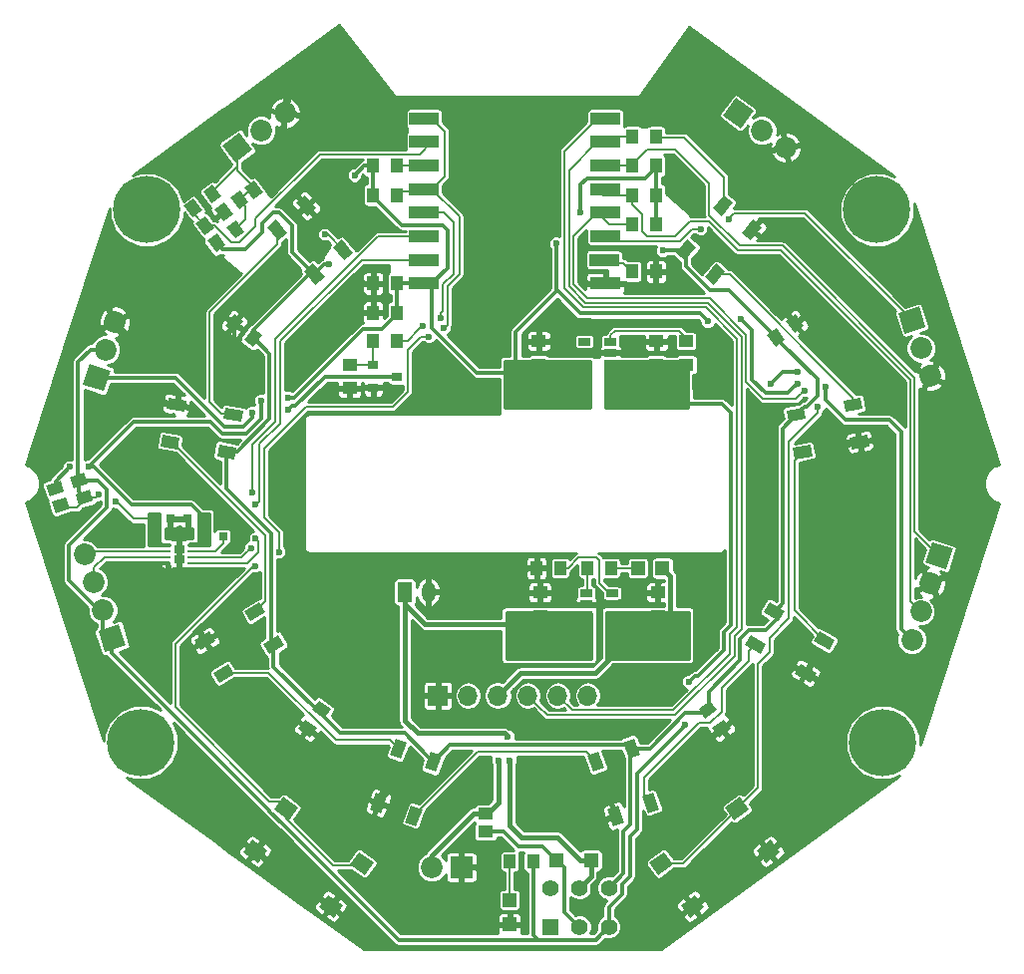
<source format=gtl>
G04 #@! TF.FileFunction,Copper,L1,Top,Signal*
%FSLAX46Y46*%
G04 Gerber Fmt 4.6, Leading zero omitted, Abs format (unit mm)*
G04 Created by KiCad (PCBNEW 4.0.6) date Saturday, June 09, 2018 'PMt' 06:08:09 PM*
%MOMM*%
%LPD*%
G01*
G04 APERTURE LIST*
%ADD10C,0.100000*%
%ADD11C,5.700000*%
%ADD12R,1.250000X1.000000*%
%ADD13R,1.060000X0.650000*%
%ADD14C,1.850000*%
%ADD15R,1.000000X1.250000*%
%ADD16R,1.198880X1.198880*%
%ADD17R,1.200000X1.700000*%
%ADD18O,1.200000X1.700000*%
%ADD19R,0.900000X0.800000*%
%ADD20R,1.397000X1.397000*%
%ADD21C,1.397000*%
%ADD22R,2.500000X1.100000*%
%ADD23R,1.700000X1.700000*%
%ADD24O,1.700000X1.700000*%
%ADD25R,0.500000X0.250000*%
%ADD26R,1.250000X1.220000*%
%ADD27R,0.800000X0.750000*%
%ADD28R,1.850000X1.850000*%
%ADD29C,0.600000*%
%ADD30C,0.300000*%
%ADD31C,0.200000*%
%ADD32C,0.400000*%
%ADD33C,0.254000*%
%ADD34C,0.250000*%
G04 APERTURE END LIST*
D10*
D11*
X68250000Y-122000000D03*
X131250000Y-122000000D03*
X68750000Y-76750000D03*
D12*
X112035554Y-89894834D03*
X112035554Y-87894834D03*
X114554000Y-89900000D03*
X114554000Y-87900000D03*
D13*
X108135554Y-89844834D03*
X108135554Y-88894834D03*
X108135554Y-87944834D03*
X105935554Y-87944834D03*
X105935554Y-89844834D03*
D12*
X102035554Y-89894834D03*
X102035554Y-87894834D03*
D10*
G36*
X66983195Y-113726811D02*
X65223740Y-114298492D01*
X64652059Y-112539037D01*
X66411514Y-111967356D01*
X66983195Y-113726811D01*
X66983195Y-113726811D01*
G37*
D14*
X65045085Y-110755283D03*
X64272542Y-108377641D03*
X63500000Y-106000000D03*
D10*
G36*
X65093887Y-92165568D02*
X63334432Y-91593887D01*
X63906113Y-89834432D01*
X65665568Y-90406113D01*
X65093887Y-92165568D01*
X65093887Y-92165568D01*
G37*
D14*
X65272542Y-88622359D03*
X66045085Y-86244717D03*
D10*
G36*
X120056698Y-79364378D02*
X119290653Y-78721591D01*
X120254834Y-77572524D01*
X121020879Y-78215311D01*
X120056698Y-79364378D01*
X120056698Y-79364378D01*
G37*
G36*
X117605356Y-77307458D02*
X116839311Y-76664671D01*
X117803492Y-75515604D01*
X118569537Y-76158391D01*
X117605356Y-77307458D01*
X117605356Y-77307458D01*
G37*
G36*
X116907038Y-83117996D02*
X116140993Y-82475209D01*
X117105174Y-81326142D01*
X117871219Y-81968929D01*
X116907038Y-83117996D01*
X116907038Y-83117996D01*
G37*
G36*
X114455696Y-81061076D02*
X113689651Y-80418289D01*
X114653832Y-79269222D01*
X115419877Y-79912009D01*
X114455696Y-81061076D01*
X114455696Y-81061076D01*
G37*
G36*
X128628643Y-97084393D02*
X128454995Y-96099585D01*
X129932207Y-95839113D01*
X130105855Y-96823921D01*
X128628643Y-97084393D01*
X128628643Y-97084393D01*
G37*
G36*
X128072969Y-93933009D02*
X127899321Y-92948201D01*
X129376533Y-92687729D01*
X129550181Y-93672537D01*
X128072969Y-93933009D01*
X128072969Y-93933009D01*
G37*
G36*
X123803085Y-97935269D02*
X123629437Y-96950461D01*
X125106649Y-96689989D01*
X125280297Y-97674797D01*
X123803085Y-97935269D01*
X123803085Y-97935269D01*
G37*
G36*
X123247411Y-94783885D02*
X123073763Y-93799077D01*
X124550975Y-93538605D01*
X124724623Y-94523413D01*
X123247411Y-94783885D01*
X123247411Y-94783885D01*
G37*
G36*
X123804929Y-116168654D02*
X124304929Y-115302628D01*
X125603967Y-116052628D01*
X125103967Y-116918654D01*
X123804929Y-116168654D01*
X123804929Y-116168654D01*
G37*
G36*
X125404929Y-113397372D02*
X125904929Y-112531346D01*
X127203967Y-113281346D01*
X126703967Y-114147372D01*
X125404929Y-113397372D01*
X125404929Y-113397372D01*
G37*
G36*
X119561405Y-113718654D02*
X120061405Y-112852628D01*
X121360443Y-113602628D01*
X120860443Y-114468654D01*
X119561405Y-113718654D01*
X119561405Y-113718654D01*
G37*
G36*
X121161405Y-110947372D02*
X121661405Y-110081346D01*
X122960443Y-110831346D01*
X122460443Y-111697372D01*
X121161405Y-110947372D01*
X121161405Y-110947372D01*
G37*
G36*
X107842624Y-127687421D02*
X108782316Y-127345400D01*
X109295346Y-128754939D01*
X108355654Y-129096960D01*
X107842624Y-127687421D01*
X107842624Y-127687421D01*
G37*
G36*
X110849641Y-126592957D02*
X111789333Y-126250936D01*
X112302363Y-127660475D01*
X111362671Y-128002496D01*
X110849641Y-126592957D01*
X110849641Y-126592957D01*
G37*
G36*
X106166725Y-123082927D02*
X107106417Y-122740906D01*
X107619447Y-124150445D01*
X106679755Y-124492466D01*
X106166725Y-123082927D01*
X106166725Y-123082927D01*
G37*
G36*
X109173742Y-121988463D02*
X110113434Y-121646442D01*
X110626464Y-123055981D01*
X109686772Y-123398002D01*
X109173742Y-121988463D01*
X109173742Y-121988463D01*
G37*
G36*
X88210667Y-126250936D02*
X89150359Y-126592957D01*
X88637329Y-128002496D01*
X87697637Y-127660475D01*
X88210667Y-126250936D01*
X88210667Y-126250936D01*
G37*
G36*
X91217684Y-127345400D02*
X92157376Y-127687421D01*
X91644346Y-129096960D01*
X90704654Y-128754939D01*
X91217684Y-127345400D01*
X91217684Y-127345400D01*
G37*
G36*
X89886566Y-121646442D02*
X90826258Y-121988463D01*
X90313228Y-123398002D01*
X89373536Y-123055981D01*
X89886566Y-121646442D01*
X89886566Y-121646442D01*
G37*
G36*
X92893583Y-122740906D02*
X93833275Y-123082927D01*
X93320245Y-124492466D01*
X92380553Y-124150445D01*
X92893583Y-122740906D01*
X92893583Y-122740906D01*
G37*
G36*
X74095071Y-112531346D02*
X74595071Y-113397372D01*
X73296033Y-114147372D01*
X72796033Y-113281346D01*
X74095071Y-112531346D01*
X74095071Y-112531346D01*
G37*
G36*
X75695071Y-115302628D02*
X76195071Y-116168654D01*
X74896033Y-116918654D01*
X74396033Y-116052628D01*
X75695071Y-115302628D01*
X75695071Y-115302628D01*
G37*
G36*
X78338595Y-110081346D02*
X78838595Y-110947372D01*
X77539557Y-111697372D01*
X77039557Y-110831346D01*
X78338595Y-110081346D01*
X78338595Y-110081346D01*
G37*
G36*
X79938595Y-112852628D02*
X80438595Y-113718654D01*
X79139557Y-114468654D01*
X78639557Y-113602628D01*
X79938595Y-112852628D01*
X79938595Y-112852628D01*
G37*
G36*
X72100679Y-92948201D02*
X71927031Y-93933009D01*
X70449819Y-93672537D01*
X70623467Y-92687729D01*
X72100679Y-92948201D01*
X72100679Y-92948201D01*
G37*
G36*
X71545005Y-96099585D02*
X71371357Y-97084393D01*
X69894145Y-96823921D01*
X70067793Y-95839113D01*
X71545005Y-96099585D01*
X71545005Y-96099585D01*
G37*
G36*
X76926237Y-93799077D02*
X76752589Y-94783885D01*
X75275377Y-94523413D01*
X75449025Y-93538605D01*
X76926237Y-93799077D01*
X76926237Y-93799077D01*
G37*
G36*
X76370563Y-96950461D02*
X76196915Y-97935269D01*
X74719703Y-97674797D01*
X74893351Y-96689989D01*
X76370563Y-96950461D01*
X76370563Y-96950461D01*
G37*
G36*
X83160689Y-76664671D02*
X82394644Y-77307458D01*
X81430463Y-76158391D01*
X82196508Y-75515604D01*
X83160689Y-76664671D01*
X83160689Y-76664671D01*
G37*
G36*
X80709347Y-78721591D02*
X79943302Y-79364378D01*
X78979121Y-78215311D01*
X79745166Y-77572524D01*
X80709347Y-78721591D01*
X80709347Y-78721591D01*
G37*
G36*
X86310349Y-80418289D02*
X85544304Y-81061076D01*
X84580123Y-79912009D01*
X85346168Y-79269222D01*
X86310349Y-80418289D01*
X86310349Y-80418289D01*
G37*
G36*
X83859007Y-82475209D02*
X83092962Y-83117996D01*
X82128781Y-81968929D01*
X82894826Y-81326142D01*
X83859007Y-82475209D01*
X83859007Y-82475209D01*
G37*
D12*
X102160000Y-111262000D03*
X102160000Y-109262000D03*
D15*
X90000000Y-85500000D03*
X88000000Y-85500000D03*
X90000000Y-83000000D03*
X88000000Y-83000000D03*
D10*
G36*
X122153840Y-88387313D02*
X121419109Y-87376042D01*
X122228126Y-86788257D01*
X122962857Y-87799528D01*
X122153840Y-88387313D01*
X122153840Y-88387313D01*
G37*
G36*
X123771874Y-87211743D02*
X123037143Y-86200472D01*
X123846160Y-85612687D01*
X124580891Y-86623958D01*
X123771874Y-87211743D01*
X123771874Y-87211743D01*
G37*
G36*
X115612687Y-119153840D02*
X116623958Y-118419109D01*
X117211743Y-119228126D01*
X116200472Y-119962857D01*
X115612687Y-119153840D01*
X115612687Y-119153840D01*
G37*
G36*
X116788257Y-120771874D02*
X117799528Y-120037143D01*
X118387313Y-120846160D01*
X117376042Y-121580891D01*
X116788257Y-120771874D01*
X116788257Y-120771874D01*
G37*
G36*
X83376042Y-118419109D02*
X84387313Y-119153840D01*
X83799528Y-119962857D01*
X82788257Y-119228126D01*
X83376042Y-118419109D01*
X83376042Y-118419109D01*
G37*
G36*
X82200472Y-120037143D02*
X83211743Y-120771874D01*
X82623958Y-121580891D01*
X81612687Y-120846160D01*
X82200472Y-120037143D01*
X82200472Y-120037143D01*
G37*
G36*
X78580891Y-87376042D02*
X77846160Y-88387313D01*
X77037143Y-87799528D01*
X77771874Y-86788257D01*
X78580891Y-87376042D01*
X78580891Y-87376042D01*
G37*
G36*
X76962857Y-86200472D02*
X76228126Y-87211743D01*
X75419109Y-86623958D01*
X76153840Y-85612687D01*
X76962857Y-86200472D01*
X76962857Y-86200472D01*
G37*
D16*
X112555020Y-107188000D03*
X110456980Y-107188000D03*
X99568000Y-135348980D03*
X99568000Y-137447020D03*
D17*
X90678000Y-109220000D03*
D18*
X92678000Y-109220000D03*
D10*
G36*
X117685416Y-68735176D02*
X118772819Y-67238495D01*
X120269500Y-68325898D01*
X119182097Y-69822579D01*
X117685416Y-68735176D01*
X117685416Y-68735176D01*
G37*
D14*
X121000000Y-70000000D03*
X123022543Y-71469463D03*
D10*
G36*
X76250276Y-72761505D02*
X75162873Y-71264824D01*
X76659554Y-70177421D01*
X77746957Y-71674102D01*
X76250276Y-72761505D01*
X76250276Y-72761505D01*
G37*
D14*
X78477457Y-70000000D03*
X80500000Y-68530537D03*
D10*
G36*
X132561889Y-85528472D02*
X134321344Y-84956791D01*
X134893025Y-86716246D01*
X133133570Y-87287927D01*
X132561889Y-85528472D01*
X132561889Y-85528472D01*
G37*
D14*
X134499999Y-88500000D03*
X135272542Y-90877642D03*
D10*
G36*
X135451198Y-104956791D02*
X137210653Y-105528472D01*
X136638972Y-107287927D01*
X134879517Y-106716246D01*
X135451198Y-104956791D01*
X135451198Y-104956791D01*
G37*
D14*
X135272543Y-108500000D03*
X134500000Y-110877642D03*
X133727458Y-113255283D03*
D10*
G36*
X62254006Y-99471173D02*
X63442827Y-99084902D01*
X63751844Y-100035959D01*
X62563023Y-100422230D01*
X62254006Y-99471173D01*
X62254006Y-99471173D01*
G37*
G36*
X62717532Y-100897757D02*
X63906353Y-100511486D01*
X64215370Y-101462543D01*
X63026549Y-101848814D01*
X62717532Y-100897757D01*
X62717532Y-100897757D01*
G37*
G36*
X76606094Y-76740367D02*
X75871363Y-75729096D01*
X76680380Y-75141311D01*
X77415111Y-76152582D01*
X76606094Y-76740367D01*
X76606094Y-76740367D01*
G37*
G36*
X77819620Y-75858689D02*
X77084889Y-74847418D01*
X77893906Y-74259633D01*
X78628637Y-75270904D01*
X77819620Y-75858689D01*
X77819620Y-75858689D01*
G37*
D19*
X88000000Y-89950000D03*
X88000000Y-91850000D03*
X90000000Y-90900000D03*
D20*
X103000000Y-137650000D03*
D21*
X105500000Y-137650000D03*
X108000000Y-137650000D03*
X108000000Y-134350000D03*
X105500000Y-134350000D03*
X103000000Y-134350000D03*
D10*
G36*
X114861746Y-136888130D02*
X114097625Y-135836408D01*
X115351602Y-134925340D01*
X116115723Y-135977062D01*
X114861746Y-136888130D01*
X114861746Y-136888130D01*
G37*
G36*
X112216713Y-133247553D02*
X111452592Y-132195831D01*
X112706569Y-131284763D01*
X113470690Y-132336485D01*
X112216713Y-133247553D01*
X112216713Y-133247553D01*
G37*
G36*
X118648398Y-128574660D02*
X117884277Y-127522938D01*
X119138254Y-126611870D01*
X119902375Y-127663592D01*
X118648398Y-128574660D01*
X118648398Y-128574660D01*
G37*
G36*
X121293431Y-132215237D02*
X120529310Y-131163515D01*
X121783287Y-130252447D01*
X122547408Y-131304169D01*
X121293431Y-132215237D01*
X121293431Y-132215237D01*
G37*
G36*
X76952592Y-131304169D02*
X77716713Y-130252447D01*
X78970690Y-131163515D01*
X78206569Y-132215237D01*
X76952592Y-131304169D01*
X76952592Y-131304169D01*
G37*
G36*
X79597625Y-127663592D02*
X80361746Y-126611870D01*
X81615723Y-127522938D01*
X80851602Y-128574660D01*
X79597625Y-127663592D01*
X79597625Y-127663592D01*
G37*
G36*
X86029310Y-132336485D02*
X86793431Y-131284763D01*
X88047408Y-132195831D01*
X87283287Y-133247553D01*
X86029310Y-132336485D01*
X86029310Y-132336485D01*
G37*
G36*
X83384277Y-135977062D02*
X84148398Y-134925340D01*
X85402375Y-135836408D01*
X84638254Y-136888130D01*
X83384277Y-135977062D01*
X83384277Y-135977062D01*
G37*
D13*
X106060000Y-109312000D03*
X106060000Y-110262000D03*
X106060000Y-111212000D03*
X108260000Y-111212000D03*
X108260000Y-109312000D03*
D22*
X92300000Y-69000000D03*
X92300000Y-71000000D03*
X92300000Y-73000000D03*
X92300000Y-75000000D03*
X92300000Y-77000000D03*
X92300000Y-79000000D03*
X92300000Y-81000000D03*
X92300000Y-83000000D03*
X107700000Y-83000000D03*
X107600000Y-81000000D03*
X107700000Y-79000000D03*
X107700000Y-77000000D03*
X107700000Y-75000000D03*
X107700000Y-73000000D03*
X107700000Y-71000000D03*
X107700000Y-69000000D03*
D12*
X112160000Y-111262000D03*
X112160000Y-109262000D03*
D23*
X93500000Y-118000000D03*
D24*
X96040000Y-118000000D03*
X98580000Y-118000000D03*
X101120000Y-118000000D03*
X103660000Y-118000000D03*
X106200000Y-118000000D03*
D15*
X88000000Y-87900000D03*
X90000000Y-87900000D03*
X106188000Y-107188000D03*
X108188000Y-107188000D03*
X101584000Y-132080000D03*
X99584000Y-132080000D03*
X103870000Y-107188000D03*
X101870000Y-107188000D03*
D12*
X86000000Y-89900000D03*
X86000000Y-91900000D03*
D15*
X112000000Y-78000000D03*
X110000000Y-78000000D03*
X88000000Y-73000000D03*
X90000000Y-73000000D03*
X112000000Y-73000000D03*
X110000000Y-73000000D03*
X112000000Y-75500000D03*
X110000000Y-75500000D03*
X110000000Y-82000000D03*
X112000000Y-82000000D03*
X88000000Y-75500000D03*
X90000000Y-75500000D03*
D10*
G36*
X74653840Y-80387313D02*
X73919109Y-79376042D01*
X74728126Y-78788257D01*
X75462857Y-79799528D01*
X74653840Y-80387313D01*
X74653840Y-80387313D01*
G37*
G36*
X76271874Y-79211743D02*
X75537143Y-78200472D01*
X76346160Y-77612687D01*
X77080891Y-78623958D01*
X76271874Y-79211743D01*
X76271874Y-79211743D01*
G37*
D15*
X112000000Y-70500000D03*
X110000000Y-70500000D03*
D10*
G36*
X72653840Y-77387313D02*
X71919109Y-76376042D01*
X72728126Y-75788257D01*
X73462857Y-76799528D01*
X72653840Y-77387313D01*
X72653840Y-77387313D01*
G37*
G36*
X74271874Y-76211743D02*
X73537143Y-75200472D01*
X74346160Y-74612687D01*
X75080891Y-75623958D01*
X74271874Y-76211743D01*
X74271874Y-76211743D01*
G37*
G36*
X73653840Y-78887313D02*
X72919109Y-77876042D01*
X73728126Y-77288257D01*
X74462857Y-78299528D01*
X73653840Y-78887313D01*
X73653840Y-78887313D01*
G37*
G36*
X75271874Y-77711743D02*
X74537143Y-76700472D01*
X75346160Y-76112687D01*
X76080891Y-77123958D01*
X75271874Y-77711743D01*
X75271874Y-77711743D01*
G37*
G36*
X60234625Y-100127308D02*
X61423446Y-99741037D01*
X61732463Y-100692094D01*
X60543642Y-101078365D01*
X60234625Y-100127308D01*
X60234625Y-100127308D01*
G37*
G36*
X60698151Y-101553892D02*
X61886972Y-101167621D01*
X62195989Y-102118678D01*
X61007168Y-102504949D01*
X60698151Y-101553892D01*
X60698151Y-101553892D01*
G37*
D25*
X70550000Y-105250000D03*
X70550000Y-105750000D03*
X70550000Y-106250000D03*
X70550000Y-106750000D03*
X72450000Y-106750000D03*
X72450000Y-106250000D03*
X72450000Y-105750000D03*
X72450000Y-105250000D03*
D19*
X71500000Y-106400000D03*
X71500000Y-105600000D03*
D26*
X103525000Y-132000000D03*
X106475000Y-132000000D03*
D12*
X97536000Y-128028000D03*
X97536000Y-129528000D03*
D27*
X69250000Y-103000000D03*
X70750000Y-103000000D03*
X73750000Y-103000000D03*
X72250000Y-103000000D03*
X73750000Y-104500000D03*
X75250000Y-104500000D03*
D28*
X95464000Y-132588000D03*
D14*
X92964000Y-132588000D03*
D11*
X130750000Y-76750000D03*
D29*
X114808000Y-116840000D03*
X113898000Y-90806000D03*
X111298000Y-92806000D03*
X108498000Y-92806000D03*
X108498000Y-90806000D03*
X113898000Y-92806000D03*
X111298000Y-90806000D03*
X124004877Y-90477096D03*
X121750000Y-91500000D03*
X114500000Y-120500000D03*
X66138347Y-101493098D03*
X64650722Y-100921836D03*
X69750000Y-73250000D03*
X65750000Y-79250000D03*
X71000000Y-79750000D03*
X72000000Y-74750000D03*
X72000000Y-122999998D03*
X69500000Y-125999996D03*
X67750000Y-118250000D03*
X65000000Y-120000000D03*
X129500000Y-118500000D03*
X127250000Y-121750000D03*
X134250000Y-119250000D03*
X130000000Y-125750000D03*
X81750000Y-133000000D03*
X75000000Y-82500000D03*
X129000000Y-73000000D03*
X126500000Y-77000000D03*
X130999999Y-80999999D03*
X134000000Y-79000000D03*
X116332000Y-80518000D03*
X119126000Y-81788004D03*
X82550000Y-79755994D03*
X79502000Y-72644000D03*
X84836000Y-128016000D03*
X138176000Y-99060000D03*
X99060000Y-73660000D03*
X121920000Y-105918000D03*
X121158000Y-95250000D03*
X94488000Y-92456000D03*
X80772000Y-98298000D03*
X112014000Y-120396000D03*
X110744000Y-117348000D03*
X116078000Y-107950000D03*
X97282000Y-108458000D03*
X87884000Y-118618000D03*
X83058000Y-109220000D03*
X77978000Y-108712000D03*
X77216000Y-113792000D03*
X76962000Y-120650000D03*
X62992000Y-111760000D03*
X62230000Y-103124000D03*
X60706000Y-96520000D03*
X67564000Y-108712000D03*
X74676000Y-107950000D03*
X69596000Y-115824000D03*
X108712000Y-124206000D03*
X88138000Y-123697996D03*
X91440000Y-123444000D03*
X95758000Y-136652000D03*
X95758000Y-122936000D03*
X97028000Y-125984000D03*
X87376000Y-138176000D03*
X111252000Y-135890000D03*
X114554000Y-128524000D03*
X118872000Y-124460000D03*
X119380000Y-119380000D03*
X117348000Y-132080000D03*
X131572000Y-110998000D03*
X125222000Y-110744000D03*
X125222000Y-104140000D03*
X131572000Y-104140000D03*
X126746000Y-95504000D03*
X131572000Y-96266000D03*
X101853998Y-120904000D03*
X105918000Y-121158000D03*
X97028000Y-119888000D03*
X93726000Y-119888000D03*
X96520000Y-114808000D03*
X93472000Y-114808000D03*
X101854000Y-128016000D03*
X105918000Y-128015994D03*
X106426000Y-135890000D03*
X119888000Y-73914000D03*
X115569999Y-76708000D03*
X113792000Y-73406000D03*
X131572000Y-92964000D03*
X131572000Y-86868000D03*
X123697996Y-84074000D03*
X127762000Y-82804000D03*
X123698000Y-78486000D03*
X127762000Y-88646000D03*
X104140000Y-88138000D03*
X109982000Y-88138000D03*
X103632000Y-86106000D03*
X106934000Y-86614000D03*
X117094000Y-88392000D03*
X117094000Y-91948000D03*
X101854000Y-82550000D03*
X95504000Y-84328000D03*
X98044000Y-88900000D03*
X110236000Y-83312000D03*
X110744000Y-80264000D03*
X105918000Y-82042000D03*
X105918000Y-80010000D03*
X114300000Y-83312000D03*
X70866000Y-107696000D03*
X72136000Y-107696000D03*
X85852000Y-83820000D03*
X88646000Y-77978000D03*
X84074000Y-74676000D03*
X84074000Y-92456000D03*
X89408000Y-92202000D03*
X82042000Y-88900000D03*
X77724000Y-90932000D03*
X79248000Y-82296000D03*
X72390000Y-89408000D03*
X68072000Y-89408000D03*
X64516000Y-94488000D03*
X68580000Y-92710000D03*
X70866000Y-104140000D03*
X72136000Y-104140000D03*
X67818000Y-104394000D03*
X65532000Y-103632000D03*
X68580000Y-100330000D03*
X75438000Y-102870000D03*
X68580000Y-96012000D03*
X66294000Y-98552000D03*
X73152000Y-100330000D03*
X92456000Y-67564000D03*
X107950000Y-67564000D03*
X96520000Y-67564000D03*
X103378002Y-67564000D03*
X87376000Y-64770000D03*
X88646000Y-66294000D03*
X111760000Y-66294000D03*
X113792000Y-63500000D03*
X114808000Y-61976000D03*
X112776000Y-65024000D03*
X110236000Y-67564000D03*
X105664000Y-67564000D03*
X101092000Y-67564000D03*
X98806000Y-67564000D03*
X94488000Y-67564000D03*
X90170000Y-67564000D03*
X86106000Y-63246000D03*
X85090000Y-61722000D03*
X105600000Y-77000000D03*
X80772000Y-92709996D03*
X78486000Y-92964000D03*
X102898000Y-92806000D03*
X102898000Y-90606000D03*
X100098000Y-90606000D03*
X105498000Y-90606000D03*
X105498000Y-92806000D03*
X100098000Y-92806000D03*
X124000000Y-91500000D03*
X126400012Y-91813835D03*
X103549990Y-79600000D03*
X116400000Y-86200000D03*
X119206059Y-85993941D03*
X62200000Y-98600000D03*
X63802106Y-98591156D03*
X86400000Y-73800000D03*
X99599998Y-123499990D03*
X99400000Y-121499990D03*
X105760000Y-111962000D03*
X103160000Y-111962000D03*
X100360000Y-111962000D03*
X100360000Y-114162000D03*
X103160000Y-114162000D03*
X105760000Y-114162000D03*
X112600000Y-80200000D03*
X84200000Y-81400000D03*
X83872272Y-78841492D03*
X98600000Y-123499990D03*
X114160000Y-112162000D03*
X111560000Y-114162000D03*
X111560000Y-112162000D03*
X108760000Y-112162004D03*
X108760000Y-114162000D03*
X114160000Y-114162000D03*
X118154487Y-77551501D03*
X115800000Y-78400000D03*
X77724000Y-93979994D03*
X80772000Y-93726000D03*
X93699997Y-85948056D03*
X92199974Y-86600000D03*
X124601041Y-92101058D03*
X125750000Y-93500000D03*
X94000008Y-86800000D03*
X92729177Y-87519141D03*
X79999998Y-105800000D03*
X78000000Y-107000004D03*
X78000032Y-101800006D03*
X78000032Y-104623730D03*
X77747970Y-100800000D03*
X77599966Y-105468333D03*
D30*
X114808000Y-116840000D02*
X115316000Y-116332000D01*
X115316000Y-116332000D02*
X115570000Y-116332000D01*
X115570000Y-116332000D02*
X117749989Y-114152011D01*
X114710000Y-93218000D02*
X114698000Y-93206000D01*
X117749989Y-114152011D02*
X117749989Y-112607023D01*
X117749989Y-112607023D02*
X118364000Y-111993012D01*
X118364000Y-111993012D02*
X118364000Y-93980000D01*
X118364000Y-93980000D02*
X117602000Y-93218000D01*
X117602000Y-93218000D02*
X114710000Y-93218000D01*
X63002925Y-99753566D02*
X63002925Y-100716624D01*
X63002925Y-100716624D02*
X63466451Y-101180150D01*
X102362000Y-138748501D02*
X106901499Y-138748501D01*
X102362000Y-138748501D02*
X101981499Y-138748501D01*
X101981499Y-138748501D02*
X101584000Y-138351002D01*
X101584000Y-138351002D02*
X101584000Y-133005000D01*
X101584000Y-133005000D02*
X101584000Y-132080000D01*
X108000000Y-137650000D02*
X108000000Y-135975782D01*
X108000000Y-135975782D02*
X109098501Y-134877281D01*
X109098501Y-134877281D02*
X109098501Y-134029329D01*
X109098501Y-134029329D02*
X109770010Y-133357821D01*
X109770010Y-133357821D02*
X109770010Y-130005990D01*
X109770010Y-130005990D02*
X110400000Y-129376000D01*
X110400000Y-129376000D02*
X110400000Y-124600000D01*
X110400000Y-124600000D02*
X114200001Y-120799999D01*
X114200001Y-120799999D02*
X114500000Y-120500000D01*
X113898000Y-92806000D02*
X111298000Y-92806000D01*
X111298000Y-90806000D02*
X113898000Y-90806000D01*
X114598000Y-89956000D02*
X112096720Y-89956000D01*
X114598000Y-89956000D02*
X114598000Y-93106000D01*
X113898000Y-90806000D02*
X113898000Y-91230264D01*
X112096720Y-89956000D02*
X112035554Y-89894834D01*
X108135554Y-89844834D02*
X108135554Y-92443554D01*
X108198001Y-92506001D02*
X108498000Y-92806000D01*
X108135554Y-92443554D02*
X108198001Y-92506001D01*
X113898000Y-91230264D02*
X114698000Y-92030264D01*
X114598000Y-93106000D02*
X114698000Y-93206000D01*
X114698000Y-92030264D02*
X114698000Y-93206000D01*
X122772904Y-90477096D02*
X123580613Y-90477096D01*
X121750000Y-91500000D02*
X122772904Y-90477096D01*
X123580613Y-90477096D02*
X124004877Y-90477096D01*
X64610948Y-99753566D02*
X63002925Y-99753566D01*
X62174999Y-108241100D02*
X62174999Y-105225001D01*
X62174999Y-105225001D02*
X65400000Y-102000000D01*
X65000000Y-111000000D02*
X64933899Y-111000000D01*
X65045085Y-110755283D02*
X65000000Y-110800368D01*
X65400000Y-102000000D02*
X65400000Y-100542618D01*
X65400000Y-100542618D02*
X64610948Y-99753566D01*
X64933899Y-111000000D02*
X62174999Y-108241100D01*
X65000000Y-110800368D02*
X65000000Y-111000000D01*
X65272542Y-88622359D02*
X63964395Y-88622359D01*
X62934422Y-99685063D02*
X63002925Y-99753566D01*
X63964395Y-88622359D02*
X62934422Y-89652332D01*
X62934422Y-89652332D02*
X62934422Y-99685063D01*
X80374670Y-128974670D02*
X80343001Y-128974670D01*
X101981499Y-138748501D02*
X90148501Y-138748501D01*
X90148501Y-138748501D02*
X80374670Y-128974670D01*
X80343001Y-128974670D02*
X79197615Y-127829284D01*
X79197615Y-127829284D02*
X79197615Y-127797615D01*
X79197615Y-127797615D02*
X65817627Y-114417627D01*
X65817627Y-114417627D02*
X65817627Y-114205526D01*
X65817627Y-114205526D02*
X65817627Y-113132924D01*
X65045085Y-110755283D02*
X65045085Y-112360382D01*
X65045085Y-112360382D02*
X65817627Y-113132924D01*
X106901499Y-138748501D02*
X107301501Y-138348499D01*
X107301501Y-138348499D02*
X108000000Y-137650000D01*
D31*
X67645249Y-103000000D02*
X66438346Y-101793097D01*
X66438346Y-101793097D02*
X66138347Y-101493098D01*
X69250000Y-103000000D02*
X67645249Y-103000000D01*
X61447070Y-101836285D02*
X61610785Y-102000000D01*
X63466451Y-101333549D02*
X63466451Y-101180150D01*
X61610785Y-102000000D02*
X62800000Y-102000000D01*
X62800000Y-102000000D02*
X63466451Y-101333549D01*
X64392408Y-101180150D02*
X64650722Y-100921836D01*
X63466451Y-101180150D02*
X64392408Y-101180150D01*
X69400000Y-105200000D02*
X69450000Y-105250000D01*
X69450000Y-105250000D02*
X70600000Y-105250000D01*
X69400000Y-104150000D02*
X69400000Y-105200000D01*
X69250000Y-103000000D02*
X69250000Y-104000000D01*
X69250000Y-104000000D02*
X69400000Y-104150000D01*
D30*
X70500000Y-73250000D02*
X70174264Y-73250000D01*
X70174264Y-73250000D02*
X69750000Y-73250000D01*
X72000000Y-74750000D02*
X70500000Y-73250000D01*
X71424264Y-79750000D02*
X71000000Y-79750000D01*
X71750000Y-79750000D02*
X71424264Y-79750000D01*
X71799999Y-79799999D02*
X71750000Y-79750000D01*
X72000000Y-123424262D02*
X72000000Y-122999998D01*
X72000000Y-123499996D02*
X72000000Y-123424262D01*
X69500000Y-125999996D02*
X72000000Y-123499996D01*
X62992000Y-111760000D02*
X62992000Y-114492000D01*
X62992000Y-114492000D02*
X64750000Y-116250000D01*
X64750000Y-116250000D02*
X64750000Y-119750000D01*
X64750000Y-119750000D02*
X65000000Y-120000000D01*
X129799999Y-118200001D02*
X129500000Y-118500000D01*
X131572000Y-116428000D02*
X129799999Y-118200001D01*
X129924264Y-118500000D02*
X129500000Y-118500000D01*
X133500000Y-118500000D02*
X129924264Y-118500000D01*
X131572000Y-110998000D02*
X131572000Y-116428000D01*
X134250000Y-119250000D02*
X133500000Y-118500000D01*
X127250000Y-122174264D02*
X127250000Y-121750000D01*
X127250000Y-123000000D02*
X127250000Y-122174264D01*
X130000000Y-125750000D02*
X127250000Y-123000000D01*
X74500000Y-82500000D02*
X71799999Y-79799999D01*
X75000000Y-82500000D02*
X74500000Y-82500000D01*
X72390000Y-80390000D02*
X71799999Y-79799999D01*
X72390000Y-89408000D02*
X72390000Y-80390000D01*
X128575736Y-73000000D02*
X129000000Y-73000000D01*
X120802000Y-73000000D02*
X128575736Y-73000000D01*
X119888000Y-73914000D02*
X120802000Y-73000000D01*
X126500000Y-77424264D02*
X126500000Y-77000000D01*
X130075735Y-80999999D02*
X126500000Y-77424264D01*
X130999999Y-80999999D02*
X130075735Y-80999999D01*
X119126000Y-81788004D02*
X117855996Y-80518000D01*
X117855996Y-80518000D02*
X117247215Y-80518000D01*
X117247215Y-80518000D02*
X116332000Y-80518000D01*
X119550264Y-81788004D02*
X119126000Y-81788004D01*
X123697996Y-84074000D02*
X121412000Y-81788004D01*
X121412000Y-81788004D02*
X119550264Y-81788004D01*
X82295576Y-76411531D02*
X83058000Y-77173955D01*
X83058000Y-77173955D02*
X83058000Y-79247994D01*
X83058000Y-79247994D02*
X82550000Y-79755994D01*
X82849999Y-79455995D02*
X82550000Y-79755994D01*
X83058000Y-79247994D02*
X82849999Y-79455995D01*
X83058000Y-78994000D02*
X83058000Y-79247994D01*
X80500000Y-68530537D02*
X80500000Y-71646000D01*
X80500000Y-71646000D02*
X79502000Y-72644000D01*
X88138000Y-123697996D02*
X88138000Y-124714000D01*
X88138000Y-124714000D02*
X84836000Y-128016000D01*
X119888000Y-73914000D02*
X127762000Y-73914000D01*
X101854000Y-82550000D02*
X101854000Y-76454000D01*
X101854000Y-76454000D02*
X99060000Y-73660000D01*
X121158000Y-95250000D02*
X121158000Y-105156000D01*
X121158000Y-105156000D02*
X121920000Y-105918000D01*
X81280000Y-107866264D02*
X81280000Y-98806000D01*
X81280000Y-98806000D02*
X80772000Y-98298000D01*
X83058000Y-109220000D02*
X82633736Y-109220000D01*
X82633736Y-109220000D02*
X81280000Y-107866264D01*
X105918000Y-121158000D02*
X111252000Y-121158000D01*
X111252000Y-121158000D02*
X112014000Y-120396000D01*
X83058000Y-109220000D02*
X83058000Y-113792000D01*
X83058000Y-113792000D02*
X87884000Y-118618000D01*
X77216000Y-113792000D02*
X76639547Y-113215547D01*
X76639547Y-113215547D02*
X76639547Y-110050453D01*
X76639547Y-110050453D02*
X77978000Y-108712000D01*
X88138000Y-123697996D02*
X80009996Y-123697996D01*
X80009996Y-123697996D02*
X76962000Y-120650000D01*
X60706000Y-96520000D02*
X59834615Y-97391385D01*
X59834615Y-97391385D02*
X59834615Y-101898097D01*
X59834615Y-101898097D02*
X61060518Y-103124000D01*
X61060518Y-103124000D02*
X62230000Y-103124000D01*
X68580000Y-107696000D02*
X67863999Y-108412001D01*
X70866000Y-107696000D02*
X68580000Y-107696000D01*
X67863999Y-108412001D02*
X67564000Y-108712000D01*
X69596000Y-113030000D02*
X74376001Y-108249999D01*
X69596000Y-115824000D02*
X69596000Y-113030000D01*
X74376001Y-108249999D02*
X74676000Y-107950000D01*
X105918000Y-128015994D02*
X105918000Y-127000000D01*
X105918000Y-127000000D02*
X108712000Y-124206000D01*
X88437999Y-123997995D02*
X88138000Y-123697996D01*
X90886005Y-123997995D02*
X88437999Y-123997995D01*
X91440000Y-123444000D02*
X90886005Y-123997995D01*
X91140001Y-123743999D02*
X91440000Y-123444000D01*
X91140001Y-123822265D02*
X91140001Y-123743999D01*
X91186000Y-123868264D02*
X91140001Y-123822265D01*
X91186000Y-124364714D02*
X91186000Y-123868264D01*
X88423998Y-127126716D02*
X91186000Y-124364714D01*
X92331735Y-125013999D02*
X91186000Y-123868264D01*
X93680001Y-125013999D02*
X92331735Y-125013999D01*
X95758000Y-122936000D02*
X93680001Y-125013999D01*
X95464000Y-132588000D02*
X95464000Y-136358000D01*
X95464000Y-136358000D02*
X95758000Y-136652000D01*
X97028000Y-125559736D02*
X97028000Y-125984000D01*
X97028000Y-123755564D02*
X97028000Y-125559736D01*
X97333564Y-123450000D02*
X97028000Y-123755564D01*
X84393326Y-135906735D02*
X86662591Y-138176000D01*
X86662591Y-138176000D02*
X87376000Y-138176000D01*
X114554000Y-128524000D02*
X111052582Y-132025418D01*
X111052582Y-132025418D02*
X111052582Y-135690582D01*
X111052582Y-135690582D02*
X111252000Y-135890000D01*
X119380000Y-119380000D02*
X118872000Y-119888000D01*
X118872000Y-119888000D02*
X118872000Y-124460000D01*
X117348000Y-132080000D02*
X117348000Y-133665409D01*
X117348000Y-133665409D02*
X115106674Y-135906735D01*
X125222000Y-104140000D02*
X125222000Y-110744000D01*
X131572000Y-96266000D02*
X131572000Y-104140000D01*
X129280425Y-96461753D02*
X127703753Y-96461753D01*
X127703753Y-96461753D02*
X126746000Y-95504000D01*
X129280425Y-96461753D02*
X131376247Y-96461753D01*
X131376247Y-96461753D02*
X131572000Y-96266000D01*
X123809017Y-86412215D02*
X124623232Y-85598000D01*
X124623232Y-85598000D02*
X124714000Y-85598000D01*
X124714000Y-85598000D02*
X127762000Y-88646000D01*
X100837998Y-119888000D02*
X101553999Y-120604001D01*
X97028000Y-119888000D02*
X100837998Y-119888000D01*
X101553999Y-120604001D02*
X101853998Y-120904000D01*
X93500000Y-118000000D02*
X93500000Y-119662000D01*
X93500000Y-119662000D02*
X93726000Y-119888000D01*
X93500000Y-118000000D02*
X93500000Y-114836000D01*
X93500000Y-114836000D02*
X93472000Y-114808000D01*
X108568985Y-128221180D02*
X108252820Y-128221180D01*
X108252820Y-128221180D02*
X107696000Y-128778000D01*
X107696000Y-128778000D02*
X107696000Y-133028218D01*
X107696000Y-133028218D02*
X106598501Y-134125717D01*
X106598501Y-134125717D02*
X106598501Y-135717499D01*
X106598501Y-135717499D02*
X106426000Y-135890000D01*
X101854006Y-128015994D02*
X101854000Y-128016000D01*
X105918000Y-128015994D02*
X101854006Y-128015994D01*
X115270000Y-76408001D02*
X115569999Y-76708000D01*
X113792000Y-74930001D02*
X115270000Y-76408001D01*
X113792000Y-73406000D02*
X113792000Y-74930001D01*
X122682000Y-85285198D02*
X122682000Y-85089996D01*
X122682000Y-85089996D02*
X123697996Y-84074000D01*
X123809017Y-86412215D02*
X122682000Y-85285198D01*
X131572000Y-92456000D02*
X131572000Y-92539736D01*
X127762000Y-88646000D02*
X131572000Y-92456000D01*
X131572000Y-92539736D02*
X131572000Y-92964000D01*
X131572000Y-86614000D02*
X131572000Y-86868000D01*
X127762000Y-82804000D02*
X131572000Y-86614000D01*
X120155766Y-78468451D02*
X120681315Y-78994000D01*
X120681315Y-78994000D02*
X123190000Y-78994000D01*
X123190000Y-78994000D02*
X123698000Y-78486000D01*
X112035554Y-87894834D02*
X110225166Y-87894834D01*
X110225166Y-87894834D02*
X109982000Y-88138000D01*
X102035554Y-87894834D02*
X102035554Y-86686446D01*
X102035554Y-86686446D02*
X102616000Y-86106000D01*
X102616000Y-86106000D02*
X103632000Y-86106000D01*
X104056264Y-86106000D02*
X103632000Y-86106000D01*
X106426000Y-86106000D02*
X104056264Y-86106000D01*
X106934000Y-86614000D02*
X106426000Y-86106000D01*
X112035554Y-87894834D02*
X112035554Y-88667554D01*
X112035554Y-88667554D02*
X112362833Y-88994833D01*
X112362833Y-88994833D02*
X112980555Y-88994833D01*
X115499001Y-88999999D02*
X117094000Y-90594998D01*
X112980555Y-88994833D02*
X112985721Y-88999999D01*
X112985721Y-88999999D02*
X115499001Y-88999999D01*
X117094000Y-90594998D02*
X117094000Y-91948000D01*
X98044000Y-88900000D02*
X98044000Y-86868000D01*
X98044000Y-86868000D02*
X95504000Y-84328000D01*
X114300000Y-83312000D02*
X110236000Y-83312000D01*
X107000000Y-83000000D02*
X105918000Y-83000000D01*
X105918000Y-83000000D02*
X105918000Y-82042000D01*
X112000000Y-82000000D02*
X112988000Y-82000000D01*
X112988000Y-82000000D02*
X114300000Y-83312000D01*
X72136000Y-107696000D02*
X70866000Y-107696000D01*
X85090000Y-85852000D02*
X82042000Y-88900000D01*
X85442000Y-85500000D02*
X85090000Y-85852000D01*
X85090000Y-85852000D02*
X85090000Y-84582000D01*
X85090000Y-84582000D02*
X85852000Y-83820000D01*
X84074000Y-74676000D02*
X85344000Y-74676000D01*
X85344000Y-74676000D02*
X88646000Y-77978000D01*
X82295576Y-76411531D02*
X82338469Y-76411531D01*
X82338469Y-76411531D02*
X84074000Y-74676000D01*
X84373999Y-92156001D02*
X84074000Y-92456000D01*
X84680000Y-91850000D02*
X84373999Y-92156001D01*
X88000000Y-91850000D02*
X84680000Y-91850000D01*
X89108001Y-91902001D02*
X89408000Y-92202000D01*
X89056000Y-91850000D02*
X89108001Y-91902001D01*
X88000000Y-91850000D02*
X89056000Y-91850000D01*
X88000000Y-85500000D02*
X85442000Y-85500000D01*
X76190983Y-86412215D02*
X76190983Y-89398983D01*
X76190983Y-89398983D02*
X77724000Y-90932000D01*
X76190983Y-86412215D02*
X76190983Y-86369017D01*
X76190983Y-86369017D02*
X78486000Y-84074000D01*
X78486000Y-84074000D02*
X78486000Y-83058000D01*
X78486000Y-83058000D02*
X79248000Y-82296000D01*
X66045085Y-86244717D02*
X68072000Y-88271632D01*
X68072000Y-88271632D02*
X68072000Y-89408000D01*
X71275249Y-93310369D02*
X69180369Y-93310369D01*
X69180369Y-93310369D02*
X68580000Y-92710000D01*
X71500000Y-105600000D02*
X71500000Y-104776000D01*
X71500000Y-104776000D02*
X72136000Y-104140000D01*
X67518001Y-104094001D02*
X67818000Y-104394000D01*
X67056000Y-103632000D02*
X67518001Y-104094001D01*
X65532000Y-103632000D02*
X67056000Y-103632000D01*
X73152000Y-100330000D02*
X68580000Y-100330000D01*
X73152000Y-100330000D02*
X75438000Y-102616000D01*
X75438000Y-102616000D02*
X75438000Y-102870000D01*
X66294000Y-98552000D02*
X68580000Y-96266000D01*
X68580000Y-96266000D02*
X68580000Y-96012000D01*
X94488000Y-67564000D02*
X92456000Y-67564000D01*
X105664000Y-67564000D02*
X107950000Y-67564000D01*
X98806000Y-67564000D02*
X96520000Y-67564000D01*
X101092000Y-67564000D02*
X103378002Y-67564000D01*
X87376000Y-64516000D02*
X87376000Y-64770000D01*
X86106000Y-63246000D02*
X87376000Y-64516000D01*
X88900000Y-66294000D02*
X88646000Y-66294000D01*
X90170000Y-67564000D02*
X88900000Y-66294000D01*
X111506000Y-66294000D02*
X111760000Y-66294000D01*
X110236000Y-67564000D02*
X111506000Y-66294000D01*
X112776000Y-65024000D02*
X113792000Y-64008000D01*
X113792000Y-63924264D02*
X113792000Y-63500000D01*
X113792000Y-64008000D02*
X113792000Y-63924264D01*
X80500000Y-68530537D02*
X80500000Y-66312000D01*
X80500000Y-66312000D02*
X85090000Y-61722000D01*
X112000000Y-73125000D02*
X111075001Y-74049999D01*
X111075001Y-74049999D02*
X106129999Y-74049999D01*
X106129999Y-74049999D02*
X105600000Y-74579998D01*
X105600000Y-74579998D02*
X105600000Y-77000000D01*
X112000000Y-73000000D02*
X112000000Y-73125000D01*
X103549990Y-80024264D02*
X103549990Y-79600000D01*
X103549990Y-83549990D02*
X103549990Y-80024264D01*
X103600000Y-83600000D02*
X103549990Y-83549990D01*
X96806000Y-90606000D02*
X92999996Y-86799996D01*
X92999996Y-86799996D02*
X92999996Y-83000004D01*
X100098000Y-90606000D02*
X96806000Y-90606000D01*
X92999996Y-83000004D02*
X93000000Y-83000000D01*
X63802106Y-98591156D02*
X67651262Y-94742000D01*
X78486000Y-94463345D02*
X78486000Y-93388264D01*
X67651262Y-94742000D02*
X74150433Y-94742000D01*
X74150433Y-94742000D02*
X75142338Y-95733905D01*
X75142338Y-95733905D02*
X77215440Y-95733905D01*
X77215440Y-95733905D02*
X78486000Y-94463345D01*
X78486000Y-93388264D02*
X78486000Y-92964000D01*
X90000000Y-85500000D02*
X90000000Y-85625000D01*
X90000000Y-85625000D02*
X88750001Y-86874999D01*
X87115001Y-86874999D02*
X81280000Y-92710000D01*
X81280000Y-92710000D02*
X80772004Y-92710000D01*
X80772004Y-92710000D02*
X80772000Y-92709996D01*
X88750001Y-86874999D02*
X87115001Y-86874999D01*
X103600000Y-83600000D02*
X100098000Y-87102000D01*
X100098000Y-87102000D02*
X100098000Y-90606000D01*
X100397999Y-90306001D02*
X100098000Y-90606000D01*
X99673736Y-90606000D02*
X100098000Y-90606000D01*
X100098000Y-92806000D02*
X102898000Y-92806000D01*
X101209166Y-89894834D02*
X101009166Y-89894834D01*
X105935554Y-89844834D02*
X103659166Y-89844834D01*
X103659166Y-89844834D02*
X103197999Y-90306001D01*
X102035554Y-89894834D02*
X101009166Y-89894834D01*
X103197999Y-90306001D02*
X102898000Y-90606000D01*
X100809166Y-89894834D02*
X100397999Y-90306001D01*
X101009166Y-89894834D02*
X100809166Y-89894834D01*
X105498000Y-92806000D02*
X105498000Y-90606000D01*
X123700001Y-91799999D02*
X124000000Y-91500000D01*
X119206059Y-85993941D02*
X120164044Y-86951926D01*
X120164044Y-91164042D02*
X121300001Y-92299999D01*
X123200001Y-92299999D02*
X123700001Y-91799999D01*
X121300001Y-92299999D02*
X123200001Y-92299999D01*
X120164044Y-86951926D02*
X120164044Y-91164042D01*
X115750033Y-85550033D02*
X116100001Y-85900001D01*
X103600000Y-83600000D02*
X105550033Y-85550033D01*
X116100001Y-85900001D02*
X116400000Y-86200000D01*
X105550033Y-85550033D02*
X115750033Y-85550033D01*
X133727458Y-113255283D02*
X132802459Y-112330284D01*
X126400012Y-92900012D02*
X126400012Y-92238099D01*
X126400012Y-92238099D02*
X126400012Y-91813835D01*
X131800000Y-94600000D02*
X128100000Y-94600000D01*
X132802459Y-95602459D02*
X131800000Y-94600000D01*
X132802459Y-112330284D02*
X132802459Y-95602459D01*
X128100000Y-94600000D02*
X126400012Y-92900012D01*
X60983544Y-100409701D02*
X61000000Y-100393245D01*
X61000000Y-100393245D02*
X61000000Y-99800000D01*
X61000000Y-99800000D02*
X62200000Y-98600000D01*
X73750000Y-103000000D02*
X73725000Y-103000000D01*
X73725000Y-103000000D02*
X72525000Y-101800000D01*
X72525000Y-101800000D02*
X67435214Y-101800000D01*
X67435214Y-101800000D02*
X64226370Y-98591156D01*
X64226370Y-98591156D02*
X63802106Y-98591156D01*
X73725000Y-105200000D02*
X72970001Y-105199999D01*
X72970001Y-105199999D02*
X72430001Y-105199999D01*
X73750000Y-104500000D02*
X73750000Y-105175000D01*
X73750000Y-105175000D02*
X73725000Y-105200000D01*
X88000000Y-73000000D02*
X87200000Y-73000000D01*
X87200000Y-73000000D02*
X86400000Y-73800000D01*
X94299989Y-81700011D02*
X93000000Y-83000000D01*
X94299989Y-78479987D02*
X94299989Y-81700011D01*
X90424999Y-78049999D02*
X93870001Y-78049999D01*
X88000000Y-75500000D02*
X88000000Y-75625000D01*
X93870001Y-78049999D02*
X94299989Y-78479987D01*
X88000000Y-75625000D02*
X90424999Y-78049999D01*
X88000000Y-73000000D02*
X88000000Y-75500000D01*
X112000000Y-78000000D02*
X112000000Y-75500000D01*
X112000000Y-73000000D02*
X112000000Y-75500000D01*
X90000000Y-83000000D02*
X90000000Y-85500000D01*
X90000000Y-83000000D02*
X93000000Y-83000000D01*
D32*
X90678000Y-109220000D02*
X90678000Y-110236000D01*
X90678000Y-110236000D02*
X92404000Y-111962000D01*
X92404000Y-111962000D02*
X99935736Y-111962000D01*
X99935736Y-111962000D02*
X100360000Y-111962000D01*
X99599998Y-123499990D02*
X99599998Y-129063998D01*
X99599998Y-129063998D02*
X100584000Y-130048000D01*
X100584000Y-130048000D02*
X103632000Y-130048000D01*
X103632000Y-130048000D02*
X105584000Y-132000000D01*
X105584000Y-132000000D02*
X106475000Y-132000000D01*
X105500000Y-134350000D02*
X106475000Y-133375000D01*
X106475000Y-133375000D02*
X106475000Y-132000000D01*
X99400000Y-121499990D02*
X99100010Y-121200000D01*
X90678000Y-120128000D02*
X90678000Y-116322000D01*
X99100010Y-121200000D02*
X91750000Y-121200000D01*
X91750000Y-121200000D02*
X90678000Y-120128000D01*
X90678000Y-116322000D02*
X90678000Y-109220000D01*
D30*
X105935000Y-111962000D02*
X105760000Y-111962000D01*
X106060000Y-111212000D02*
X106060000Y-111837000D01*
X106060000Y-111837000D02*
X105935000Y-111962000D01*
X103160000Y-111337000D02*
X103160000Y-111537736D01*
X103085000Y-111262000D02*
X103160000Y-111337000D01*
X102160000Y-111262000D02*
X103085000Y-111262000D01*
X103160000Y-111537736D02*
X103160000Y-111962000D01*
X100360000Y-114162000D02*
X100360000Y-111962000D01*
X105760000Y-114162000D02*
X103160000Y-114162000D01*
X82993894Y-82222069D02*
X81109357Y-80337532D01*
X80000000Y-77000000D02*
X79500000Y-77000000D01*
X81109357Y-80337532D02*
X81109357Y-78109357D01*
X81109357Y-78109357D02*
X80000000Y-77000000D01*
X79500000Y-77000000D02*
X78579111Y-77920889D01*
X75209143Y-80105945D02*
X74690983Y-79587785D01*
X78579111Y-77920889D02*
X78579111Y-78670889D01*
X78579111Y-78670889D02*
X77144055Y-80105945D01*
X77144055Y-80105945D02*
X75209143Y-80105945D01*
X116412215Y-119190983D02*
X116500000Y-119103198D01*
X122250000Y-111500000D02*
X122250000Y-111250000D01*
X116500000Y-119103198D02*
X116500000Y-117688000D01*
X116500000Y-117688000D02*
X119161395Y-115026605D01*
X119161395Y-113186936D02*
X119895713Y-112452618D01*
X121297382Y-112452618D02*
X122250000Y-111500000D01*
X119161395Y-115026605D02*
X119161395Y-113186936D01*
X122060924Y-111060924D02*
X122060924Y-110889359D01*
X119895713Y-112452618D02*
X121297382Y-112452618D01*
X122250000Y-111250000D02*
X122060924Y-111060924D01*
X109900103Y-122522222D02*
X109800000Y-122622325D01*
X109800000Y-122622325D02*
X109800000Y-128960000D01*
X109800000Y-128960000D02*
X109220000Y-129540000D01*
X109220000Y-129540000D02*
X109220000Y-133130000D01*
X109220000Y-133130000D02*
X108000000Y-134350000D01*
X122709143Y-88105945D02*
X122190983Y-87587785D01*
X124761878Y-93474134D02*
X125700001Y-92536011D01*
X124586304Y-93474134D02*
X124761878Y-93474134D01*
X125700001Y-91096803D02*
X122709143Y-88105945D01*
X125700001Y-92536011D02*
X125700001Y-91096803D01*
X123899193Y-94161245D02*
X124586304Y-93474134D01*
X122060924Y-110889359D02*
X122750000Y-110200283D01*
X122750000Y-110200283D02*
X122750000Y-95310438D01*
X122750000Y-95310438D02*
X123899193Y-94161245D01*
X116103198Y-119500000D02*
X116412215Y-119190983D01*
X109900103Y-122522222D02*
X111477778Y-122522222D01*
X114500000Y-119500000D02*
X116103198Y-119500000D01*
X111477778Y-122522222D02*
X114500000Y-119500000D01*
X112634851Y-80165149D02*
X112600000Y-80200000D01*
X114554764Y-80165149D02*
X112634851Y-80165149D01*
X93106914Y-123616686D02*
X94523600Y-122200000D01*
X94523600Y-122200000D02*
X109577881Y-122200000D01*
X109577881Y-122200000D02*
X109900103Y-122522222D01*
X82993894Y-82222069D02*
X83815963Y-81400000D01*
X83815963Y-81400000D02*
X84200000Y-81400000D01*
X76406703Y-97312629D02*
X75545133Y-97312629D01*
X79199999Y-94527179D02*
X76414549Y-97312629D01*
X76414549Y-97312629D02*
X76406703Y-97312629D01*
X79199999Y-88978767D02*
X79199999Y-94527179D01*
X77809017Y-87587785D02*
X79199999Y-88978767D01*
X82993894Y-82222069D02*
X82577931Y-82222069D01*
X77809017Y-86990983D02*
X77809017Y-87587785D01*
X82577931Y-82222069D02*
X77809017Y-86990983D01*
X83587785Y-119190983D02*
X83587785Y-119587785D01*
X83587785Y-119587785D02*
X85200000Y-121200000D01*
X85200000Y-121200000D02*
X90690228Y-121200000D01*
X90690228Y-121200000D02*
X92646102Y-123155874D01*
X92646102Y-123155874D02*
X93106914Y-123616686D01*
X79539076Y-113660641D02*
X79539076Y-115539076D01*
X79539076Y-115539076D02*
X83190983Y-119190983D01*
X83190983Y-119190983D02*
X83587785Y-119190983D01*
X116600000Y-83600000D02*
X114554764Y-81554764D01*
X114554764Y-81554764D02*
X114554764Y-81043011D01*
X114554764Y-81043011D02*
X114554764Y-80165149D01*
X118203198Y-83600000D02*
X116600000Y-83600000D01*
X122190983Y-87587785D02*
X118203198Y-83600000D01*
X79299988Y-104192866D02*
X79299988Y-113499988D01*
X75545133Y-100438011D02*
X79299988Y-104192866D01*
X75545133Y-97312629D02*
X75545133Y-100438011D01*
X79299988Y-113499988D02*
X79400000Y-113600000D01*
X97536000Y-129528000D02*
X99048000Y-129528000D01*
X99048000Y-129528000D02*
X100330000Y-130810000D01*
X100330000Y-130810000D02*
X102362000Y-130810000D01*
X102362000Y-130810000D02*
X103525000Y-131973000D01*
X103525000Y-131973000D02*
X103525000Y-132000000D01*
X105500000Y-137650000D02*
X105450000Y-137650000D01*
X105450000Y-137650000D02*
X104200000Y-136400000D01*
X104200000Y-136400000D02*
X104200000Y-132600000D01*
X104200000Y-132600000D02*
X103800000Y-132200000D01*
X103800000Y-132200000D02*
X103600000Y-132000000D01*
D31*
X99584000Y-132080000D02*
X99584000Y-135332980D01*
X99584000Y-135332980D02*
X99568000Y-135348980D01*
X112000000Y-70500000D02*
X112100000Y-70600000D01*
X112100000Y-70600000D02*
X114400000Y-70600000D01*
X117800000Y-76315955D02*
X117704424Y-76411531D01*
X114400000Y-70600000D02*
X117800000Y-74000000D01*
X117800000Y-74000000D02*
X117800000Y-76315955D01*
X117006106Y-82222069D02*
X118244164Y-82222069D01*
X118244164Y-82222069D02*
X128724751Y-92702656D01*
X128724751Y-92702656D02*
X128724751Y-93310369D01*
X124454867Y-97312629D02*
X123750000Y-98017496D01*
X123750000Y-98017496D02*
X123750000Y-110784911D01*
X123750000Y-110784911D02*
X126304448Y-113339359D01*
X120460924Y-113660641D02*
X119888000Y-114233565D01*
X119888000Y-114233565D02*
X119888000Y-115062000D01*
X117561753Y-117388247D02*
X117561753Y-119373107D01*
X115653133Y-120312867D02*
X110998000Y-124968000D01*
X110998000Y-124968000D02*
X110998000Y-126421998D01*
X119888000Y-115062000D02*
X117561753Y-117388247D01*
X117561753Y-119373107D02*
X116621993Y-120312867D01*
X110998000Y-126421998D02*
X111576002Y-127000000D01*
X116621993Y-120312867D02*
X115653133Y-120312867D01*
X111576002Y-127000000D02*
X111576002Y-127126716D01*
X106893086Y-123616686D02*
X106076400Y-122800000D01*
X106076400Y-122800000D02*
X96852195Y-122800000D01*
X96852195Y-122800000D02*
X91431015Y-128221180D01*
X90099897Y-122522222D02*
X89377675Y-121800000D01*
X84800000Y-121800000D02*
X79110641Y-116110641D01*
X89377675Y-121800000D02*
X84800000Y-121800000D01*
X79110641Y-116110641D02*
X75295552Y-116110641D01*
X77939076Y-110889359D02*
X78799977Y-110028456D01*
X78799977Y-110028456D02*
X78799977Y-104399977D01*
X78799977Y-104399977D02*
X71200000Y-96800000D01*
X71200000Y-96800000D02*
X71057822Y-96800000D01*
X71057822Y-96800000D02*
X70719575Y-96461753D01*
X76100807Y-94161245D02*
X76000000Y-94060438D01*
X76000000Y-94060438D02*
X75110438Y-94060438D01*
X75110438Y-94060438D02*
X74100000Y-93050000D01*
X74100000Y-93050000D02*
X74100000Y-85400000D01*
X74100000Y-85400000D02*
X79844234Y-79655766D01*
X79844234Y-79655766D02*
X79844234Y-78468451D01*
X85445236Y-80165149D02*
X84121579Y-78841492D01*
X84121579Y-78841492D02*
X83872272Y-78841492D01*
D32*
X112160000Y-111262000D02*
X113185000Y-111262000D01*
X113185000Y-111262000D02*
X113235001Y-111211999D01*
X113235001Y-107867981D02*
X112555020Y-107188000D01*
X113235001Y-111211999D02*
X113235001Y-107867981D01*
X92964000Y-132588000D02*
X92964000Y-131575000D01*
X92964000Y-131575000D02*
X96511000Y-128028000D01*
X96511000Y-128028000D02*
X97536000Y-128028000D01*
X98600000Y-123499990D02*
X98600000Y-127089000D01*
X98600000Y-127089000D02*
X97661000Y-128028000D01*
X97661000Y-128028000D02*
X97536000Y-128028000D01*
X108760000Y-114162000D02*
X106844000Y-116078000D01*
X106844000Y-116078000D02*
X100502000Y-116078000D01*
X100502000Y-116078000D02*
X99429999Y-117150001D01*
X99429999Y-117150001D02*
X98580000Y-118000000D01*
X112035000Y-111262000D02*
X112160000Y-111262000D01*
X98580000Y-118000000D02*
X98600000Y-117980000D01*
D30*
X108260000Y-111837000D02*
X108260000Y-111212000D01*
X114160000Y-114162000D02*
X114160000Y-112162000D01*
X114160000Y-112362000D02*
X114160000Y-112162000D01*
X108760000Y-114162000D02*
X111560000Y-114162000D01*
X109160000Y-114162000D02*
X111560000Y-114162000D01*
X112060000Y-112162000D02*
X111984264Y-112162000D01*
X111984264Y-112162000D02*
X111560000Y-112162000D01*
X112160000Y-111262000D02*
X112160000Y-112062000D01*
X112160000Y-112062000D02*
X112060000Y-112162000D01*
X108585004Y-112162004D02*
X108760000Y-112162004D01*
X108260000Y-111837000D02*
X108585004Y-112162004D01*
D31*
X101969999Y-118849999D02*
X101120000Y-118000000D01*
X102770011Y-119650011D02*
X101969999Y-118849999D01*
X116377189Y-84650011D02*
X119264022Y-87536844D01*
X106034311Y-84650011D02*
X116377189Y-84650011D01*
X118661384Y-112979825D02*
X118661384Y-114611438D01*
X113622811Y-119650011D02*
X102770011Y-119650011D01*
X118661384Y-114611438D02*
X113622811Y-119650011D01*
X119264022Y-87536844D02*
X119264022Y-112377187D01*
X104613988Y-73386012D02*
X104613988Y-83229688D01*
X104613988Y-83229688D02*
X106034311Y-84650011D01*
X119264022Y-112377187D02*
X118661384Y-112979825D01*
X107000000Y-71000000D02*
X104613988Y-73386012D01*
X107000000Y-71000000D02*
X107500000Y-70500000D01*
X107500000Y-70500000D02*
X110000000Y-70500000D01*
X104200000Y-83381400D02*
X104200000Y-71800000D01*
X104200000Y-71800000D02*
X107000000Y-69000000D01*
X118864011Y-112200123D02*
X118864011Y-87702533D01*
X118864011Y-87702533D02*
X116211500Y-85050022D01*
X118261373Y-112802761D02*
X118864011Y-112200123D01*
X118261373Y-114445749D02*
X118261373Y-112802761D01*
X104910000Y-119250000D02*
X113457122Y-119250000D01*
X103660000Y-118000000D02*
X104910000Y-119250000D01*
X113457122Y-119250000D02*
X118261373Y-114445749D01*
X116211500Y-85050022D02*
X105868622Y-85050022D01*
X105868622Y-85050022D02*
X104200000Y-83381400D01*
X76454915Y-71469463D02*
X76454915Y-73454915D01*
X77856763Y-74856763D02*
X77856763Y-75059161D01*
X76454915Y-73454915D02*
X77856763Y-74856763D01*
X74309017Y-75412215D02*
X74309017Y-75190983D01*
X74309017Y-75190983D02*
X76454915Y-73045085D01*
X76454915Y-73045085D02*
X76454915Y-71469463D01*
X76643237Y-75940839D02*
X77161397Y-76458999D01*
X77161397Y-76458999D02*
X77161397Y-77559835D01*
X77161397Y-77559835D02*
X76737687Y-77983545D01*
X76737687Y-77983545D02*
X76309017Y-78412215D01*
X77856763Y-75059161D02*
X77524915Y-75059161D01*
X77524915Y-75059161D02*
X76643237Y-75940839D01*
X107400000Y-79400000D02*
X107000000Y-79000000D01*
X114028063Y-79400000D02*
X107400000Y-79400000D01*
X115028063Y-78400000D02*
X114028063Y-79400000D01*
X115800000Y-78400000D02*
X115028063Y-78400000D01*
X118454486Y-77251502D02*
X118154487Y-77551501D01*
X118652992Y-77052996D02*
X118454486Y-77251502D01*
X124658094Y-77052996D02*
X118652992Y-77052996D01*
X133727457Y-86122359D02*
X124658094Y-77052996D01*
D30*
X77724000Y-94404258D02*
X77724000Y-93979994D01*
X76944364Y-95183894D02*
X77724000Y-94404258D01*
X75370159Y-95183894D02*
X76944364Y-95183894D01*
X64500000Y-91000000D02*
X71186265Y-91000000D01*
X71186265Y-91000000D02*
X75370159Y-95183894D01*
X81071999Y-93426001D02*
X80772000Y-93726000D01*
X81380034Y-93426001D02*
X81071999Y-93426001D01*
X90000000Y-90900000D02*
X83906035Y-90900000D01*
X83906035Y-90900000D02*
X81380034Y-93426001D01*
D31*
X70600000Y-106250000D02*
X65150000Y-106250000D01*
X65150000Y-106250000D02*
X64272542Y-107127458D01*
X64272542Y-107127458D02*
X64272542Y-108377641D01*
X70600000Y-105750000D02*
X63750000Y-105750000D01*
X63750000Y-105750000D02*
X63500000Y-106000000D01*
X133975012Y-104052286D02*
X135240291Y-105317565D01*
X133975012Y-91009312D02*
X133975012Y-104052286D01*
X113600000Y-71600000D02*
X116539301Y-74539301D01*
X122765689Y-79799989D02*
X133975012Y-91009312D01*
X116539301Y-74539301D02*
X116539301Y-77223601D01*
X110000000Y-73000000D02*
X110000000Y-72875000D01*
X111275000Y-71600000D02*
X113600000Y-71600000D01*
X110000000Y-72875000D02*
X111275000Y-71600000D01*
X135240291Y-105317565D02*
X136045085Y-106122359D01*
X119115689Y-79799989D02*
X122765689Y-79799989D01*
X116539301Y-77223601D02*
X119115689Y-79799989D01*
X107000000Y-73000000D02*
X110000000Y-73000000D01*
X110800001Y-78555003D02*
X110800001Y-77125001D01*
X110800001Y-77125001D02*
X110000000Y-76325000D01*
X133575001Y-91175001D02*
X122600000Y-80200000D01*
X118950000Y-80200000D02*
X116500000Y-77750000D01*
X110000000Y-76325000D02*
X110000000Y-75500000D01*
X133575001Y-109952643D02*
X133575001Y-91175001D01*
X134500000Y-110877642D02*
X133575001Y-109952643D01*
X122600000Y-80200000D02*
X118950000Y-80200000D01*
X116500000Y-77750000D02*
X114850000Y-77750000D01*
X114850000Y-77750000D02*
X113624999Y-78975001D01*
X113624999Y-78975001D02*
X111219999Y-78975001D01*
X111219999Y-78975001D02*
X110800001Y-78555003D01*
X107000000Y-75000000D02*
X107500000Y-75500000D01*
X107500000Y-75500000D02*
X110000000Y-75500000D01*
X88000000Y-87900000D02*
X88000000Y-89950000D01*
X86000000Y-89900000D02*
X87950000Y-89900000D01*
X87950000Y-89900000D02*
X88000000Y-89950000D01*
X75250000Y-104500000D02*
X75250000Y-105075000D01*
X75250000Y-105075000D02*
X74575000Y-105750000D01*
X74575000Y-105750000D02*
X72850000Y-105750000D01*
X72850000Y-105750000D02*
X72400000Y-105750000D01*
X93900001Y-83080299D02*
X93900001Y-85323788D01*
X94800000Y-82180300D02*
X93900001Y-83080299D01*
X93900001Y-85323788D02*
X93699997Y-85523792D01*
X94800000Y-77800000D02*
X94800000Y-82180300D01*
X93000000Y-77000000D02*
X94000000Y-77000000D01*
X94000000Y-77000000D02*
X94800000Y-77800000D01*
X93699997Y-85523792D02*
X93699997Y-85948056D01*
X90000000Y-87900000D02*
X90900000Y-87900000D01*
X90900000Y-87900000D02*
X91899975Y-86900025D01*
X91899975Y-86900025D02*
X91899975Y-86899999D01*
X91899975Y-86899999D02*
X92199974Y-86600000D01*
X106188000Y-107188000D02*
X106188000Y-109184000D01*
X106188000Y-109184000D02*
X106060000Y-109312000D01*
X108135554Y-87944834D02*
X108135554Y-87419834D01*
X108135554Y-87419834D02*
X108510555Y-87044833D01*
X108510555Y-87044833D02*
X113968833Y-87044833D01*
X113968833Y-87044833D02*
X114554000Y-87630000D01*
X114554000Y-87630000D02*
X114554000Y-87900000D01*
X108260000Y-109312000D02*
X108055000Y-109312000D01*
X108055000Y-109312000D02*
X107188000Y-108445000D01*
X107188000Y-108445000D02*
X107188000Y-106522998D01*
X107188000Y-106522998D02*
X106928001Y-106262999D01*
X106928001Y-106262999D02*
X105447999Y-106262999D01*
X105447999Y-106262999D02*
X104522998Y-107188000D01*
X104522998Y-107188000D02*
X104140000Y-107188000D01*
X104140000Y-107188000D02*
X103870000Y-107188000D01*
X121092895Y-92800015D02*
X123902084Y-92800015D01*
X124301042Y-92401057D02*
X124601041Y-92101058D01*
X119664033Y-91371153D02*
X121092895Y-92800015D01*
X116542878Y-84250000D02*
X119664033Y-87371155D01*
X107000000Y-77000000D02*
X105013999Y-78986001D01*
X105013999Y-78986001D02*
X105013999Y-83063999D01*
X105013999Y-83063999D02*
X106200000Y-84250000D01*
X123902084Y-92800015D02*
X124301042Y-92401057D01*
X119664033Y-87371155D02*
X119664033Y-91371153D01*
X106200000Y-84250000D02*
X116542878Y-84250000D01*
X118893326Y-127593265D02*
X120650000Y-125836591D01*
X120650000Y-125836591D02*
X120650000Y-115316000D01*
X120650000Y-115316000D02*
X121660453Y-114305547D01*
X121660453Y-114305547D02*
X121660453Y-113089547D01*
X121660453Y-113089547D02*
X123310453Y-111439547D01*
X123310453Y-111439547D02*
X123310453Y-96432573D01*
X123310453Y-96432573D02*
X125750000Y-93993026D01*
X125750000Y-93993026D02*
X125750000Y-93500000D01*
X112461641Y-132266158D02*
X114333842Y-132266158D01*
X114333842Y-132266158D02*
X118893326Y-127706674D01*
X118893326Y-127706674D02*
X118893326Y-127593265D01*
X107000000Y-77000000D02*
X108000000Y-78000000D01*
X108000000Y-78000000D02*
X110000000Y-78000000D01*
X93000000Y-73000000D02*
X90000000Y-73000000D01*
X107000000Y-81000000D02*
X107250000Y-81250000D01*
X107250000Y-81250000D02*
X109250000Y-81250000D01*
X109250000Y-81250000D02*
X110000000Y-82000000D01*
X79999998Y-105800000D02*
X79999998Y-104107120D01*
X79999998Y-104107120D02*
X78747989Y-102855111D01*
X78747989Y-102855111D02*
X78747989Y-97020048D01*
X78747989Y-97020048D02*
X82296037Y-93472000D01*
X90932000Y-88646000D02*
X92058859Y-87519141D01*
X82296037Y-93472000D02*
X89662000Y-93472000D01*
X89662000Y-93472000D02*
X90932000Y-92202000D01*
X90932000Y-92202000D02*
X90932000Y-88646000D01*
X92058859Y-87519141D02*
X92729177Y-87519141D01*
X93000000Y-75000000D02*
X95299999Y-77299999D01*
X95299999Y-77299999D02*
X95299999Y-82246001D01*
X95299999Y-82246001D02*
X94300007Y-83245993D01*
X94300007Y-83245993D02*
X94300007Y-86500001D01*
X94300007Y-86500001D02*
X94000008Y-86800000D01*
X93000000Y-69000000D02*
X94100000Y-70100000D01*
X94100000Y-70100000D02*
X94100000Y-73900000D01*
X94100000Y-73900000D02*
X93000000Y-75000000D01*
X80606674Y-127593265D02*
X79981125Y-126967716D01*
X79167716Y-126967716D02*
X71200000Y-119000000D01*
X79981125Y-126967716D02*
X79167716Y-126967716D01*
X71200000Y-119000000D02*
X71200000Y-113600000D01*
X71200000Y-113600000D02*
X77799996Y-107000004D01*
X77799996Y-107000004D02*
X78000000Y-107000004D01*
X80606674Y-127593265D02*
X80606674Y-128406674D01*
X84600000Y-132400000D02*
X86904517Y-132400000D01*
X80606674Y-128406674D02*
X84600000Y-132400000D01*
X86904517Y-132400000D02*
X87038359Y-132266158D01*
X90000000Y-75500000D02*
X90000000Y-75375000D01*
X93000000Y-75000000D02*
X92800000Y-75200000D01*
X92800000Y-75200000D02*
X90300000Y-75200000D01*
X90300000Y-75200000D02*
X90000000Y-75500000D01*
X73690983Y-78087785D02*
X74522645Y-78087785D01*
X74522645Y-78087785D02*
X75946613Y-79511753D01*
X75946613Y-79511753D02*
X76617377Y-79511753D01*
X76617377Y-79511753D02*
X78000000Y-78129130D01*
X78000000Y-78129130D02*
X78000000Y-77500000D01*
X78000000Y-77500000D02*
X83475001Y-72024999D01*
X83475001Y-72024999D02*
X91975001Y-72024999D01*
X91975001Y-72024999D02*
X93000000Y-71000000D01*
X72690983Y-76587785D02*
X72690983Y-77087785D01*
X72690983Y-77087785D02*
X73690983Y-78087785D01*
X78347979Y-96652021D02*
X78347979Y-101452059D01*
X78300031Y-101500007D02*
X78000032Y-101800006D01*
X78347979Y-101452059D02*
X78300031Y-101500007D01*
X87000000Y-81000000D02*
X80100021Y-87899979D01*
X93000000Y-81000000D02*
X87000000Y-81000000D01*
X80100021Y-87899979D02*
X80100021Y-94899979D01*
X80100021Y-94899979D02*
X78347979Y-96652021D01*
X72400000Y-106750000D02*
X77274264Y-106750000D01*
X77274264Y-106750000D02*
X78199976Y-105824288D01*
X78199976Y-105824288D02*
X78199976Y-104823674D01*
X78199976Y-104823674D02*
X78000032Y-104623730D01*
X77747970Y-100375736D02*
X77747970Y-100800000D01*
X77747970Y-96686330D02*
X77747970Y-100375736D01*
X79700010Y-94734290D02*
X77747970Y-96686330D01*
X79700010Y-87699990D02*
X79700010Y-94734290D01*
X88400000Y-79000000D02*
X79700010Y-87699990D01*
X93000000Y-79000000D02*
X88400000Y-79000000D01*
X76818299Y-106250000D02*
X77299967Y-105768332D01*
X72400000Y-106250000D02*
X76818299Y-106250000D01*
X77299967Y-105768332D02*
X77599966Y-105468333D01*
X108188000Y-107188000D02*
X110456980Y-107188000D01*
D33*
G36*
X105380453Y-110941101D02*
X105530000Y-110971385D01*
X106533000Y-110971385D01*
X106533000Y-114885000D01*
X99287000Y-114885000D01*
X99287000Y-110889000D01*
X105304201Y-110889000D01*
X105380453Y-110941101D01*
X105380453Y-110941101D01*
G37*
X105380453Y-110941101D02*
X105530000Y-110971385D01*
X106533000Y-110971385D01*
X106533000Y-114885000D01*
X99287000Y-114885000D01*
X99287000Y-110889000D01*
X105304201Y-110889000D01*
X105380453Y-110941101D01*
G36*
X114783000Y-114885000D02*
X107787000Y-114885000D01*
X107787000Y-110889000D01*
X114783000Y-110889000D01*
X114783000Y-114885000D01*
X114783000Y-114885000D01*
G37*
X114783000Y-114885000D02*
X107787000Y-114885000D01*
X107787000Y-110889000D01*
X114783000Y-110889000D01*
X114783000Y-114885000D01*
G36*
X69873000Y-105000000D02*
X69883006Y-105049410D01*
X69911447Y-105091035D01*
X69953841Y-105118315D01*
X70000000Y-105127000D01*
X70673000Y-105127000D01*
X70673000Y-105163532D01*
X70665615Y-105200000D01*
X70665615Y-105273000D01*
X68927000Y-105273000D01*
X68927000Y-102527000D01*
X69873000Y-102527000D01*
X69873000Y-105000000D01*
X69873000Y-105000000D01*
G37*
X69873000Y-105000000D02*
X69883006Y-105049410D01*
X69911447Y-105091035D01*
X69953841Y-105118315D01*
X70000000Y-105127000D01*
X70673000Y-105127000D01*
X70673000Y-105163532D01*
X70665615Y-105200000D01*
X70665615Y-105273000D01*
X68927000Y-105273000D01*
X68927000Y-102527000D01*
X69873000Y-102527000D01*
X69873000Y-105000000D01*
G36*
X74073000Y-105273000D02*
X72334385Y-105273000D01*
X72334385Y-105200000D01*
X72327000Y-105160752D01*
X72327000Y-105127000D01*
X73000000Y-105127000D01*
X73049410Y-105116994D01*
X73091035Y-105088553D01*
X73118315Y-105046159D01*
X73127000Y-105000000D01*
X73127000Y-102527000D01*
X74073000Y-102527000D01*
X74073000Y-105273000D01*
X74073000Y-105273000D01*
G37*
X74073000Y-105273000D02*
X72334385Y-105273000D01*
X72334385Y-105200000D01*
X72327000Y-105160752D01*
X72327000Y-105127000D01*
X73000000Y-105127000D01*
X73049410Y-105116994D01*
X73091035Y-105088553D01*
X73118315Y-105046159D01*
X73127000Y-105000000D01*
X73127000Y-102527000D01*
X74073000Y-102527000D01*
X74073000Y-105273000D01*
D34*
G36*
X89817160Y-67132522D02*
X89867368Y-67171152D01*
X89916000Y-67181000D01*
X110490000Y-67181000D01*
X110555761Y-67162303D01*
X110591938Y-67128343D01*
X114770082Y-61240959D01*
X132231215Y-73927215D01*
X131384317Y-73575552D01*
X130121224Y-73574450D01*
X128953857Y-74056796D01*
X128059935Y-74949159D01*
X127575552Y-76115683D01*
X127574450Y-77378776D01*
X128056796Y-78546143D01*
X128949159Y-79440065D01*
X130115683Y-79924448D01*
X131378776Y-79925550D01*
X132546143Y-79443204D01*
X133440065Y-78550841D01*
X133924448Y-77384317D01*
X133925442Y-76244608D01*
X141107820Y-98349693D01*
X140552428Y-98579176D01*
X140080832Y-99049950D01*
X139825292Y-99665360D01*
X139824710Y-100331716D01*
X140079176Y-100947572D01*
X140549950Y-101419168D01*
X141105930Y-101650030D01*
X134424816Y-122212384D01*
X134425550Y-121371224D01*
X133943204Y-120203857D01*
X133050841Y-119309935D01*
X131884317Y-118825552D01*
X130621224Y-118824450D01*
X129453857Y-119306796D01*
X128559935Y-120199159D01*
X128075552Y-121365683D01*
X128074450Y-122628776D01*
X128556796Y-123796143D01*
X129449159Y-124690065D01*
X130615683Y-125174448D01*
X131878776Y-125175550D01*
X132686598Y-124841765D01*
X112428865Y-139559870D01*
X87189362Y-139559870D01*
X83341099Y-136763943D01*
X83925036Y-136763943D01*
X83948542Y-136912354D01*
X84456838Y-137281652D01*
X84621241Y-137321122D01*
X84788236Y-137294673D01*
X84932396Y-137206331D01*
X85031776Y-137069546D01*
X85228221Y-136799162D01*
X85204715Y-136650752D01*
X84420980Y-136081335D01*
X83925036Y-136763943D01*
X83341099Y-136763943D01*
X82234635Y-135960050D01*
X82951285Y-135960050D01*
X82977734Y-136127044D01*
X83066076Y-136271205D01*
X83574372Y-136640503D01*
X83722782Y-136616997D01*
X84218726Y-135934389D01*
X84142602Y-135879081D01*
X84567926Y-135879081D01*
X85351661Y-136448498D01*
X85500072Y-136424992D01*
X85696517Y-136154609D01*
X85795897Y-136017824D01*
X85835367Y-135853420D01*
X85808918Y-135686426D01*
X85720576Y-135542265D01*
X85212280Y-135172967D01*
X85063870Y-135196473D01*
X84567926Y-135879081D01*
X84142602Y-135879081D01*
X83434991Y-135364972D01*
X83286580Y-135388478D01*
X83090135Y-135658861D01*
X82990755Y-135795646D01*
X82951285Y-135960050D01*
X82234635Y-135960050D01*
X80932933Y-135014308D01*
X83558431Y-135014308D01*
X83581937Y-135162718D01*
X84365672Y-135732135D01*
X84861616Y-135049527D01*
X84838110Y-134901116D01*
X84329814Y-134531818D01*
X84165411Y-134492348D01*
X83998416Y-134518797D01*
X83854256Y-134607139D01*
X83754876Y-134743924D01*
X83558431Y-135014308D01*
X80932933Y-135014308D01*
X76909413Y-132091050D01*
X77493351Y-132091050D01*
X77516857Y-132239461D01*
X78025153Y-132608759D01*
X78189556Y-132648229D01*
X78356551Y-132621780D01*
X78500711Y-132533438D01*
X78600091Y-132396653D01*
X78796536Y-132126269D01*
X78773030Y-131977859D01*
X77989295Y-131408442D01*
X77493351Y-132091050D01*
X76909413Y-132091050D01*
X75802949Y-131287157D01*
X76519600Y-131287157D01*
X76546049Y-131454151D01*
X76634391Y-131598312D01*
X77142687Y-131967610D01*
X77291097Y-131944104D01*
X77787041Y-131261496D01*
X77710917Y-131206188D01*
X78136241Y-131206188D01*
X78919976Y-131775605D01*
X79068387Y-131752099D01*
X79264832Y-131481716D01*
X79364212Y-131344931D01*
X79403682Y-131180527D01*
X79377233Y-131013533D01*
X79288891Y-130869372D01*
X78780595Y-130500074D01*
X78632185Y-130523580D01*
X78136241Y-131206188D01*
X77710917Y-131206188D01*
X77003306Y-130692079D01*
X76854895Y-130715585D01*
X76658450Y-130985968D01*
X76559070Y-131122753D01*
X76519600Y-131287157D01*
X75802949Y-131287157D01*
X74501247Y-130341415D01*
X77126746Y-130341415D01*
X77150252Y-130489825D01*
X77933987Y-131059242D01*
X78429931Y-130376634D01*
X78406425Y-130228223D01*
X77898129Y-129858925D01*
X77733726Y-129819455D01*
X77566731Y-129845904D01*
X77422571Y-129934246D01*
X77323191Y-130071031D01*
X77126746Y-130341415D01*
X74501247Y-130341415D01*
X67087866Y-124955279D01*
X67615683Y-125174448D01*
X68878776Y-125175550D01*
X70046143Y-124693204D01*
X70940065Y-123800841D01*
X71424448Y-122634317D01*
X71425550Y-121371224D01*
X71000808Y-120343270D01*
X78762612Y-128105074D01*
X78826384Y-128200515D01*
X79971770Y-129345901D01*
X80067211Y-129409673D01*
X89777270Y-139119732D01*
X89947592Y-139233538D01*
X90148501Y-139273501D01*
X106901499Y-139273501D01*
X107102408Y-139233538D01*
X107272730Y-139119732D01*
X107703296Y-138689166D01*
X107785531Y-138723313D01*
X108212596Y-138723686D01*
X108607294Y-138560600D01*
X108909538Y-138258883D01*
X109073313Y-137864469D01*
X109073686Y-137437404D01*
X108910600Y-137042706D01*
X108667481Y-136799162D01*
X114271779Y-136799162D01*
X114468224Y-137069546D01*
X114567604Y-137206331D01*
X114711764Y-137294673D01*
X114878759Y-137321122D01*
X115043162Y-137281652D01*
X115551458Y-136912354D01*
X115574964Y-136763943D01*
X115079020Y-136081335D01*
X114295285Y-136650752D01*
X114271779Y-136799162D01*
X108667481Y-136799162D01*
X108608883Y-136740462D01*
X108525000Y-136705631D01*
X108525000Y-136193244D01*
X108864824Y-135853420D01*
X113664633Y-135853420D01*
X113704103Y-136017824D01*
X113803483Y-136154609D01*
X113999928Y-136424992D01*
X114148339Y-136448498D01*
X114855949Y-135934389D01*
X115281274Y-135934389D01*
X115777218Y-136616997D01*
X115925628Y-136640503D01*
X116433924Y-136271205D01*
X116522266Y-136127044D01*
X116548715Y-135960050D01*
X116509245Y-135795646D01*
X116409865Y-135658861D01*
X116213420Y-135388478D01*
X116065009Y-135364972D01*
X115281274Y-135934389D01*
X114855949Y-135934389D01*
X114932074Y-135879081D01*
X114436130Y-135196473D01*
X114287720Y-135172967D01*
X113779424Y-135542265D01*
X113691082Y-135686426D01*
X113664633Y-135853420D01*
X108864824Y-135853420D01*
X109469732Y-135248512D01*
X109583538Y-135078190D01*
X109589239Y-135049527D01*
X114638384Y-135049527D01*
X115134328Y-135732135D01*
X115918063Y-135162718D01*
X115941569Y-135014308D01*
X115745124Y-134743924D01*
X115645744Y-134607139D01*
X115501584Y-134518797D01*
X115334589Y-134492348D01*
X115170186Y-134531818D01*
X114661890Y-134901116D01*
X114638384Y-135049527D01*
X109589239Y-135049527D01*
X109623501Y-134877281D01*
X109623501Y-134246791D01*
X110141240Y-133729053D01*
X110166848Y-133690729D01*
X110255047Y-133558730D01*
X110295010Y-133357821D01*
X110295010Y-130223452D01*
X110771231Y-129747231D01*
X110885037Y-129576909D01*
X110925000Y-129376000D01*
X110925000Y-127768856D01*
X111051288Y-128115830D01*
X111113775Y-128221254D01*
X111218494Y-128300853D01*
X111345931Y-128333440D01*
X111476006Y-128313879D01*
X112415698Y-127971858D01*
X112521121Y-127909371D01*
X112600720Y-127804652D01*
X112633307Y-127677215D01*
X112613746Y-127547141D01*
X112100716Y-126137602D01*
X112038229Y-126032178D01*
X111933510Y-125952579D01*
X111806073Y-125919992D01*
X111675998Y-125939553D01*
X111423000Y-126031637D01*
X111423000Y-125144040D01*
X114953763Y-121613277D01*
X116874242Y-121613277D01*
X117081900Y-121899093D01*
X117226060Y-121987434D01*
X117393055Y-122013884D01*
X117557458Y-121974414D01*
X117694243Y-121875033D01*
X117944401Y-121693283D01*
X117967907Y-121544873D01*
X117560131Y-120983617D01*
X116897748Y-121464866D01*
X116874242Y-121613277D01*
X114953763Y-121613277D01*
X115829174Y-120737867D01*
X116363345Y-120737867D01*
X116355264Y-120788887D01*
X116394734Y-120953290D01*
X116602392Y-121239106D01*
X116750802Y-121262612D01*
X117337060Y-120836671D01*
X117762385Y-120836671D01*
X118170161Y-121397927D01*
X118318572Y-121421432D01*
X118568729Y-121239682D01*
X118705515Y-121140302D01*
X118793856Y-120996142D01*
X118820306Y-120829147D01*
X118780836Y-120664744D01*
X118573178Y-120378928D01*
X118424768Y-120355422D01*
X117762385Y-120836671D01*
X117337060Y-120836671D01*
X117413185Y-120781363D01*
X117401429Y-120765182D01*
X117603683Y-120618236D01*
X117615439Y-120634417D01*
X118277822Y-120153168D01*
X118301328Y-120004757D01*
X118093670Y-119718941D01*
X117949510Y-119630600D01*
X117896621Y-119622223D01*
X117954401Y-119535748D01*
X117954402Y-119535747D01*
X117986753Y-119373107D01*
X117986753Y-117564287D01*
X120188520Y-115362520D01*
X120227287Y-115304502D01*
X120225000Y-115316000D01*
X120225000Y-125660550D01*
X119432476Y-126453075D01*
X119406336Y-126417097D01*
X119317210Y-126332981D01*
X119194608Y-126285330D01*
X119063125Y-126289132D01*
X118943481Y-126343789D01*
X117689504Y-127254857D01*
X117605388Y-127343982D01*
X117557737Y-127466584D01*
X117561539Y-127598067D01*
X117616195Y-127717711D01*
X117896055Y-128102905D01*
X114157802Y-131841158D01*
X113520407Y-131841158D01*
X112974651Y-131089990D01*
X112885525Y-131005874D01*
X112762923Y-130958223D01*
X112631440Y-130962025D01*
X112511796Y-131016682D01*
X111257819Y-131927750D01*
X111173703Y-132016875D01*
X111126052Y-132139477D01*
X111129854Y-132270960D01*
X111184510Y-132390604D01*
X111948631Y-133442326D01*
X112037757Y-133526442D01*
X112160359Y-133574093D01*
X112291842Y-133570291D01*
X112411486Y-133515634D01*
X113546279Y-132691158D01*
X114333842Y-132691158D01*
X114469499Y-132664174D01*
X114496483Y-132658807D01*
X114634362Y-132566678D01*
X115074771Y-132126269D01*
X120703464Y-132126269D01*
X120899909Y-132396653D01*
X120999289Y-132533438D01*
X121143449Y-132621780D01*
X121310444Y-132648229D01*
X121474847Y-132608759D01*
X121983143Y-132239461D01*
X122006649Y-132091050D01*
X121510705Y-131408442D01*
X120726970Y-131977859D01*
X120703464Y-132126269D01*
X115074771Y-132126269D01*
X116020513Y-131180527D01*
X120096318Y-131180527D01*
X120135788Y-131344931D01*
X120235168Y-131481716D01*
X120431613Y-131752099D01*
X120580024Y-131775605D01*
X121287634Y-131261496D01*
X121712959Y-131261496D01*
X122208903Y-131944104D01*
X122357313Y-131967610D01*
X122865609Y-131598312D01*
X122953951Y-131454151D01*
X122980400Y-131287157D01*
X122940930Y-131122753D01*
X122841550Y-130985968D01*
X122645105Y-130715585D01*
X122496694Y-130692079D01*
X121712959Y-131261496D01*
X121287634Y-131261496D01*
X121363759Y-131206188D01*
X120867815Y-130523580D01*
X120719405Y-130500074D01*
X120211109Y-130869372D01*
X120122767Y-131013533D01*
X120096318Y-131180527D01*
X116020513Y-131180527D01*
X116824406Y-130376634D01*
X121070069Y-130376634D01*
X121566013Y-131059242D01*
X122349748Y-130489825D01*
X122373254Y-130341415D01*
X122176809Y-130071031D01*
X122077429Y-129934246D01*
X121933269Y-129845904D01*
X121766274Y-129819455D01*
X121601871Y-129858925D01*
X121093575Y-130228223D01*
X121070069Y-130376634D01*
X116824406Y-130376634D01*
X118406703Y-128794337D01*
X118469442Y-128853549D01*
X118592044Y-128901200D01*
X118723527Y-128897398D01*
X118843171Y-128842741D01*
X120097148Y-127931673D01*
X120181264Y-127842548D01*
X120228915Y-127719946D01*
X120225113Y-127588463D01*
X120170457Y-127468819D01*
X119938321Y-127149311D01*
X120950520Y-126137112D01*
X121042648Y-125999232D01*
X121042649Y-125999231D01*
X121075000Y-125836591D01*
X121075000Y-116882199D01*
X124403326Y-116882199D01*
X124442216Y-117027339D01*
X124964679Y-117328983D01*
X125132308Y-117351052D01*
X125295623Y-117307292D01*
X125429759Y-117204366D01*
X125514297Y-117057942D01*
X125606403Y-116898409D01*
X125567513Y-116753269D01*
X124750201Y-116281394D01*
X124403326Y-116882199D01*
X121075000Y-116882199D01*
X121075000Y-116196994D01*
X123372530Y-116196994D01*
X123416290Y-116360309D01*
X123519217Y-116494445D01*
X124041680Y-116796089D01*
X124186820Y-116757199D01*
X124533695Y-116156394D01*
X124375202Y-116064888D01*
X124875201Y-116064888D01*
X125692513Y-116536763D01*
X125837653Y-116497873D01*
X125929759Y-116338340D01*
X126014297Y-116191916D01*
X126036366Y-116024288D01*
X125992606Y-115860973D01*
X125889679Y-115726837D01*
X125367216Y-115425193D01*
X125222076Y-115464083D01*
X124875201Y-116064888D01*
X124375202Y-116064888D01*
X123716383Y-115684519D01*
X123571243Y-115723409D01*
X123479137Y-115882942D01*
X123394599Y-116029366D01*
X123372530Y-116196994D01*
X121075000Y-116196994D01*
X121075000Y-115492040D01*
X121244167Y-115322873D01*
X123802493Y-115322873D01*
X123841383Y-115468013D01*
X124658695Y-115939888D01*
X125005570Y-115339083D01*
X124966680Y-115193943D01*
X124444217Y-114892299D01*
X124276588Y-114870230D01*
X124113273Y-114913990D01*
X123979137Y-115016916D01*
X123894599Y-115163340D01*
X123802493Y-115322873D01*
X121244167Y-115322873D01*
X121960973Y-114606068D01*
X122030773Y-114501605D01*
X122053102Y-114468187D01*
X122085453Y-114305547D01*
X122085453Y-113265587D01*
X123610973Y-111740068D01*
X123679838Y-111637004D01*
X123703102Y-111602187D01*
X123735453Y-111439547D01*
X123735453Y-111371404D01*
X125292837Y-112928788D01*
X125117957Y-113231689D01*
X125077364Y-113347322D01*
X125083699Y-113478706D01*
X125140651Y-113597275D01*
X125239245Y-113684344D01*
X126538283Y-114434344D01*
X126653917Y-114474937D01*
X126785301Y-114468602D01*
X126903870Y-114411650D01*
X126990939Y-114313055D01*
X127490939Y-113447029D01*
X127531532Y-113331396D01*
X127525197Y-113200012D01*
X127468245Y-113081443D01*
X127369651Y-112994374D01*
X126070613Y-112244374D01*
X125954979Y-112203781D01*
X125823595Y-112210116D01*
X125791609Y-112225480D01*
X124175000Y-110608871D01*
X124175000Y-98206169D01*
X125337838Y-98001130D01*
X125452511Y-97957898D01*
X125549085Y-97868593D01*
X125603306Y-97748751D01*
X125606630Y-97617256D01*
X125479018Y-96893526D01*
X128163432Y-96893526D01*
X128195420Y-97074940D01*
X128224780Y-97241447D01*
X128315624Y-97384044D01*
X128454123Y-97481022D01*
X128619190Y-97517616D01*
X129213313Y-97412856D01*
X129299498Y-97289770D01*
X129179030Y-96606560D01*
X128249618Y-96770440D01*
X128163432Y-96893526D01*
X125479018Y-96893526D01*
X125432982Y-96632448D01*
X125406856Y-96563148D01*
X129425232Y-96563148D01*
X129545700Y-97246358D01*
X129668786Y-97332544D01*
X130262909Y-97227784D01*
X130405506Y-97136940D01*
X130502484Y-96998441D01*
X130539078Y-96833374D01*
X130509718Y-96666867D01*
X130477730Y-96485453D01*
X130354644Y-96399267D01*
X129425232Y-96563148D01*
X125406856Y-96563148D01*
X125389750Y-96517775D01*
X125300445Y-96421201D01*
X125180603Y-96366980D01*
X125049108Y-96363656D01*
X123751630Y-96592436D01*
X124253934Y-96090132D01*
X128021772Y-96090132D01*
X128051132Y-96256639D01*
X128083120Y-96438053D01*
X128206206Y-96524239D01*
X129135618Y-96360358D01*
X129015150Y-95677148D01*
X128953152Y-95633736D01*
X129261352Y-95633736D01*
X129381820Y-96316946D01*
X130311232Y-96153066D01*
X130397418Y-96029980D01*
X130365430Y-95848566D01*
X130336070Y-95682059D01*
X130245226Y-95539462D01*
X130106727Y-95442484D01*
X129941660Y-95405890D01*
X129347537Y-95510650D01*
X129261352Y-95633736D01*
X128953152Y-95633736D01*
X128892064Y-95590962D01*
X128297941Y-95695722D01*
X128155344Y-95786566D01*
X128058366Y-95925065D01*
X128021772Y-96090132D01*
X124253934Y-96090132D01*
X126050520Y-94293547D01*
X126138921Y-94161245D01*
X126142649Y-94155666D01*
X126175000Y-93993026D01*
X126175000Y-93958854D01*
X126279540Y-93854496D01*
X126374891Y-93624866D01*
X126374898Y-93617360D01*
X127728769Y-94971231D01*
X127899091Y-95085037D01*
X128100000Y-95125000D01*
X131582538Y-95125000D01*
X132277459Y-95819921D01*
X132277459Y-112330284D01*
X132317422Y-112531193D01*
X132431228Y-112701515D01*
X132514998Y-112785285D01*
X132427684Y-112995562D01*
X132427232Y-113512735D01*
X132624729Y-113990712D01*
X132990105Y-114356727D01*
X133467737Y-114555057D01*
X133984910Y-114555509D01*
X134462887Y-114358012D01*
X134828902Y-113992636D01*
X135027232Y-113515004D01*
X135027684Y-112997831D01*
X134830187Y-112519854D01*
X134464811Y-112153839D01*
X134401517Y-112127557D01*
X134747550Y-112127859D01*
X135207143Y-111937958D01*
X135559081Y-111586635D01*
X135749783Y-111127373D01*
X135750217Y-110630092D01*
X135560316Y-110170499D01*
X135257786Y-109867440D01*
X135577249Y-109842297D01*
X135735026Y-109683010D01*
X135217916Y-108668125D01*
X134203031Y-109185234D01*
X134237048Y-109406839D01*
X134524419Y-109627662D01*
X134252450Y-109627425D01*
X134000001Y-109731735D01*
X134000001Y-108873800D01*
X134089533Y-108962483D01*
X134889995Y-108554627D01*
X135440668Y-108554627D01*
X135957777Y-109569512D01*
X136179382Y-109535495D01*
X136506620Y-109109640D01*
X136645981Y-108590973D01*
X136614840Y-108195294D01*
X136455553Y-108037517D01*
X135440668Y-108554627D01*
X134889995Y-108554627D01*
X135104418Y-108445373D01*
X134587309Y-107430488D01*
X134365704Y-107464505D01*
X134038466Y-107890360D01*
X134000001Y-108033517D01*
X134000001Y-104678315D01*
X134900629Y-105578943D01*
X134564368Y-106613848D01*
X134548704Y-106735394D01*
X134582217Y-106862590D01*
X134662576Y-106966727D01*
X134777119Y-107031395D01*
X135127244Y-107145157D01*
X134967837Y-107157703D01*
X134810060Y-107316990D01*
X135327170Y-108331875D01*
X136342055Y-107814766D01*
X136308038Y-107593161D01*
X136162965Y-107481683D01*
X136536574Y-107603076D01*
X136658120Y-107618740D01*
X136785316Y-107585227D01*
X136889453Y-107504868D01*
X136954121Y-107390325D01*
X137525802Y-105630870D01*
X137541466Y-105509324D01*
X137507953Y-105382128D01*
X137427594Y-105277991D01*
X137313051Y-105213323D01*
X135553596Y-104641642D01*
X135432050Y-104625978D01*
X135304854Y-104659491D01*
X135236220Y-104712453D01*
X134400012Y-103876246D01*
X134400012Y-92060652D01*
X134810059Y-92060652D01*
X134967836Y-92219939D01*
X135504705Y-92234368D01*
X136006230Y-92042249D01*
X136308037Y-91784481D01*
X136342054Y-91562876D01*
X135327169Y-91045767D01*
X134810059Y-92060652D01*
X134400012Y-92060652D01*
X134400012Y-91926952D01*
X134407422Y-91919542D01*
X134587308Y-91947154D01*
X134802865Y-91524098D01*
X135258401Y-91068562D01*
X135081622Y-90891783D01*
X135062496Y-90910909D01*
X134889995Y-90823015D01*
X135440667Y-90823015D01*
X136455552Y-91340125D01*
X136614839Y-91182348D01*
X136629268Y-90645479D01*
X136437149Y-90143954D01*
X136179381Y-89842147D01*
X135957776Y-89808130D01*
X135440667Y-90823015D01*
X134889995Y-90823015D01*
X134089532Y-90415159D01*
X134035460Y-90468719D01*
X123066209Y-79499469D01*
X122928330Y-79407340D01*
X122886858Y-79399091D01*
X122765689Y-79374989D01*
X120602591Y-79374989D01*
X120715712Y-79240177D01*
X120702616Y-79090489D01*
X120171173Y-78644555D01*
X120158317Y-78659876D01*
X119966806Y-78499179D01*
X119979662Y-78483858D01*
X119964341Y-78471002D01*
X119979409Y-78453044D01*
X120331870Y-78453044D01*
X120863313Y-78898978D01*
X121013002Y-78885882D01*
X121400788Y-78423736D01*
X121451630Y-78262487D01*
X121436894Y-78094054D01*
X121358824Y-77944083D01*
X121229304Y-77835403D01*
X121088189Y-77716993D01*
X120938501Y-77730089D01*
X120331870Y-78453044D01*
X119979409Y-78453044D01*
X120125038Y-78279491D01*
X120140359Y-78292347D01*
X120746990Y-77569393D01*
X120738994Y-77477996D01*
X124482054Y-77477996D01*
X132317874Y-85313816D01*
X132268745Y-85373970D01*
X132231731Y-85500192D01*
X132246740Y-85630870D01*
X132818421Y-87390325D01*
X132877191Y-87497865D01*
X132979068Y-87581071D01*
X133105290Y-87618085D01*
X133235968Y-87603076D01*
X133713998Y-87447755D01*
X133398555Y-87762647D01*
X133200225Y-88240279D01*
X133199773Y-88757452D01*
X133397270Y-89235429D01*
X133762646Y-89601444D01*
X134240278Y-89799774D01*
X134437094Y-89799946D01*
X134237047Y-89970803D01*
X134203030Y-90192408D01*
X135217915Y-90709517D01*
X135735025Y-89694632D01*
X135577248Y-89535345D01*
X135310122Y-89528166D01*
X135601443Y-89237353D01*
X135799773Y-88759721D01*
X135800225Y-88242548D01*
X135602728Y-87764571D01*
X135237352Y-87398556D01*
X134759720Y-87200226D01*
X134476576Y-87199979D01*
X134995423Y-87031395D01*
X135102963Y-86972625D01*
X135186169Y-86870748D01*
X135223183Y-86744526D01*
X135208174Y-86613848D01*
X134636493Y-84854393D01*
X134577723Y-84746853D01*
X134475846Y-84663647D01*
X134349624Y-84626633D01*
X134218946Y-84641642D01*
X133184041Y-84977903D01*
X124958614Y-76752476D01*
X124820735Y-76660347D01*
X124793751Y-76654980D01*
X124658094Y-76627996D01*
X118652992Y-76627996D01*
X118599060Y-76638724D01*
X118823379Y-76371390D01*
X118883435Y-76264562D01*
X118900011Y-76134073D01*
X118864513Y-76007416D01*
X118782535Y-75904549D01*
X118225000Y-75436722D01*
X118225000Y-74000000D01*
X118192649Y-73837360D01*
X118192649Y-73837359D01*
X118100520Y-73699480D01*
X116412973Y-72011933D01*
X121757500Y-72011933D01*
X122061391Y-72454751D01*
X122511607Y-72747568D01*
X122897543Y-72840223D01*
X123096820Y-72737487D01*
X122918636Y-71612478D01*
X121793628Y-71790662D01*
X121757500Y-72011933D01*
X116412973Y-72011933D01*
X115974410Y-71573370D01*
X123165558Y-71573370D01*
X123343742Y-72698378D01*
X123565013Y-72734506D01*
X124007831Y-72430615D01*
X124300648Y-71980399D01*
X124393303Y-71594463D01*
X124290567Y-71395186D01*
X123165558Y-71573370D01*
X115974410Y-71573370D01*
X114700520Y-70299480D01*
X114562641Y-70207351D01*
X114532918Y-70201439D01*
X114400000Y-70175000D01*
X112831367Y-70175000D01*
X112831367Y-69875000D01*
X112808705Y-69754562D01*
X112737526Y-69643947D01*
X112628920Y-69569740D01*
X112500000Y-69543633D01*
X111500000Y-69543633D01*
X111379562Y-69566295D01*
X111268947Y-69637474D01*
X111209143Y-69725000D01*
X110789682Y-69725000D01*
X110737526Y-69643947D01*
X110628920Y-69569740D01*
X110500000Y-69543633D01*
X109500000Y-69543633D01*
X109379562Y-69566295D01*
X109268947Y-69637474D01*
X109261423Y-69648486D01*
X109281367Y-69550000D01*
X109281367Y-68782487D01*
X117357444Y-68782487D01*
X117401690Y-68906359D01*
X117490643Y-69003257D01*
X118987324Y-70090660D01*
X119098081Y-70143118D01*
X119229408Y-70150551D01*
X119353280Y-70106305D01*
X119450178Y-70017352D01*
X119765241Y-69583705D01*
X119700226Y-69740279D01*
X119699774Y-70257452D01*
X119897271Y-70735429D01*
X120262647Y-71101444D01*
X120740279Y-71299774D01*
X121257452Y-71300226D01*
X121706998Y-71114477D01*
X121651783Y-71344463D01*
X121754519Y-71543740D01*
X122760681Y-71384380D01*
X122831623Y-71455322D01*
X123008402Y-71278543D01*
X122838900Y-71109041D01*
X122701344Y-70240548D01*
X122480073Y-70204420D01*
X122260034Y-70355425D01*
X122299774Y-70259721D01*
X122299824Y-70201439D01*
X122948266Y-70201439D01*
X123126450Y-71326448D01*
X124251458Y-71148264D01*
X124287586Y-70926993D01*
X123983695Y-70484175D01*
X123533479Y-70191358D01*
X123147543Y-70098703D01*
X122948266Y-70201439D01*
X122299824Y-70201439D01*
X122300226Y-69742548D01*
X122102729Y-69264571D01*
X121737353Y-68898556D01*
X121259721Y-68700226D01*
X120742548Y-68699774D01*
X120264571Y-68897271D01*
X120262365Y-68899473D01*
X120537581Y-68520671D01*
X120590039Y-68409914D01*
X120597472Y-68278587D01*
X120553226Y-68154715D01*
X120464273Y-68057817D01*
X118967592Y-66970414D01*
X118856835Y-66917956D01*
X118725508Y-66910523D01*
X118601636Y-66954769D01*
X118504738Y-67043722D01*
X117417335Y-68540403D01*
X117364877Y-68651160D01*
X117357444Y-68782487D01*
X109281367Y-68782487D01*
X109281367Y-68450000D01*
X109258705Y-68329562D01*
X109187526Y-68218947D01*
X109078920Y-68144740D01*
X108950000Y-68118633D01*
X106450000Y-68118633D01*
X106329562Y-68141295D01*
X106218947Y-68212474D01*
X106144740Y-68321080D01*
X106118633Y-68450000D01*
X106118633Y-69280327D01*
X103899480Y-71499480D01*
X103807351Y-71637359D01*
X103807351Y-71637360D01*
X103775000Y-71800000D01*
X103775000Y-78962553D01*
X103684845Y-78925117D01*
X103416313Y-78924883D01*
X103168133Y-79027429D01*
X102978087Y-79217144D01*
X102875107Y-79465145D01*
X102874873Y-79733677D01*
X102977419Y-79981857D01*
X103024990Y-80029511D01*
X103024990Y-83432548D01*
X99726769Y-86730769D01*
X99612963Y-86901091D01*
X99573000Y-87102000D01*
X99573000Y-89131000D01*
X99019624Y-89131000D01*
X98901500Y-89153226D01*
X98793011Y-89223037D01*
X98720229Y-89329557D01*
X98694624Y-89456000D01*
X98694624Y-90081000D01*
X97023462Y-90081000D01*
X94296291Y-87353829D01*
X94353579Y-87330158D01*
X94529548Y-87154496D01*
X94624899Y-86924866D01*
X94625040Y-86763837D01*
X94692656Y-86662642D01*
X94725007Y-86500001D01*
X94725007Y-83422033D01*
X95600519Y-82546522D01*
X95684901Y-82420235D01*
X95692648Y-82408641D01*
X95724999Y-82246001D01*
X95724999Y-77299999D01*
X95718799Y-77268831D01*
X95692648Y-77137358D01*
X95600520Y-76999479D01*
X93881367Y-75280327D01*
X93881367Y-74719673D01*
X94400520Y-74200520D01*
X94492649Y-74062641D01*
X94525000Y-73900000D01*
X94525000Y-70100000D01*
X94492649Y-69937360D01*
X94492649Y-69937359D01*
X94400520Y-69799480D01*
X93881367Y-69280327D01*
X93881367Y-68450000D01*
X93858705Y-68329562D01*
X93787526Y-68218947D01*
X93678920Y-68144740D01*
X93550000Y-68118633D01*
X91050000Y-68118633D01*
X90929562Y-68141295D01*
X90818947Y-68212474D01*
X90744740Y-68321080D01*
X90718633Y-68450000D01*
X90718633Y-69550000D01*
X90741295Y-69670438D01*
X90812474Y-69781053D01*
X90824919Y-69789556D01*
X90816848Y-69801368D01*
X90807000Y-69850000D01*
X90807000Y-70104000D01*
X90815549Y-70149432D01*
X90842399Y-70191159D01*
X90847090Y-70194364D01*
X90818947Y-70212474D01*
X90744740Y-70321080D01*
X90718633Y-70450000D01*
X90718633Y-71550000D01*
X90728041Y-71599999D01*
X83475001Y-71599999D01*
X83312360Y-71632350D01*
X83174481Y-71724478D01*
X79287868Y-75611092D01*
X78953722Y-75276946D01*
X78951375Y-75195776D01*
X78896719Y-75076131D01*
X78161988Y-74064860D01*
X78072862Y-73980745D01*
X77950260Y-73933093D01*
X77818778Y-73936895D01*
X77699133Y-73991551D01*
X77637425Y-74036384D01*
X76879915Y-73278875D01*
X76879915Y-72713637D01*
X77941730Y-71942183D01*
X78025846Y-71853058D01*
X78073497Y-71730456D01*
X78069695Y-71598973D01*
X78015038Y-71479329D01*
X77740654Y-71101673D01*
X78217736Y-71299774D01*
X78734909Y-71300226D01*
X79212886Y-71102729D01*
X79578901Y-70737353D01*
X79777231Y-70259721D01*
X79777634Y-69798561D01*
X80425723Y-69798561D01*
X80625000Y-69901297D01*
X81140052Y-69749118D01*
X81557662Y-69411422D01*
X81765043Y-69073007D01*
X81728915Y-68851736D01*
X80603907Y-68673552D01*
X80425723Y-69798561D01*
X79777634Y-69798561D01*
X79777683Y-69742548D01*
X79746047Y-69665983D01*
X79957530Y-69795580D01*
X80178801Y-69759452D01*
X80316357Y-68890959D01*
X80485859Y-68721457D01*
X80309080Y-68544678D01*
X80238138Y-68615620D01*
X79231976Y-68456260D01*
X79129240Y-68655537D01*
X79199118Y-68892040D01*
X78737178Y-68700226D01*
X78220005Y-68699774D01*
X77742028Y-68897271D01*
X77376013Y-69262647D01*
X77177683Y-69740279D01*
X77177231Y-70257452D01*
X77243082Y-70416824D01*
X76927635Y-69982648D01*
X76838510Y-69898532D01*
X76715908Y-69850881D01*
X76584425Y-69854683D01*
X76464781Y-69909340D01*
X74968100Y-70996743D01*
X74883984Y-71085868D01*
X74836333Y-71208470D01*
X74840135Y-71339953D01*
X74894792Y-71459597D01*
X75965568Y-72933392D01*
X74545718Y-74353242D01*
X74525116Y-74333799D01*
X74402514Y-74286147D01*
X74271032Y-74289949D01*
X74151387Y-74344605D01*
X73342370Y-74932390D01*
X73258255Y-75021516D01*
X73210603Y-75144118D01*
X73214405Y-75275600D01*
X73269061Y-75395245D01*
X74003792Y-76406516D01*
X74092918Y-76490631D01*
X74152977Y-76513974D01*
X74130600Y-76550490D01*
X74104150Y-76717485D01*
X74143620Y-76881888D01*
X74243001Y-77018673D01*
X74424751Y-77268831D01*
X74573161Y-77292337D01*
X75134417Y-76884561D01*
X75122661Y-76868380D01*
X75324915Y-76721434D01*
X75336671Y-76737615D01*
X75352852Y-76725859D01*
X75499798Y-76928113D01*
X75483617Y-76939869D01*
X75495373Y-76956050D01*
X75293119Y-77102996D01*
X75281363Y-77086815D01*
X74720107Y-77494591D01*
X74696602Y-77643002D01*
X74780894Y-77759020D01*
X74685286Y-77695136D01*
X74646227Y-77687367D01*
X74522645Y-77662785D01*
X74409829Y-77662785D01*
X73996208Y-77093484D01*
X73907082Y-77009369D01*
X73784480Y-76961717D01*
X73747850Y-76962776D01*
X73789397Y-76855882D01*
X73785595Y-76724400D01*
X73730939Y-76604755D01*
X72996208Y-75593484D01*
X72907082Y-75509369D01*
X72784480Y-75461717D01*
X72652998Y-75465519D01*
X72533353Y-75520175D01*
X71874877Y-75998586D01*
X71443204Y-74953857D01*
X70550841Y-74059935D01*
X69384317Y-73575552D01*
X68121224Y-73574450D01*
X67544642Y-73812689D01*
X74957916Y-68426630D01*
X80643015Y-68426630D01*
X81768024Y-68604814D01*
X81870760Y-68405537D01*
X81718581Y-67890485D01*
X81380885Y-67472875D01*
X81042470Y-67265494D01*
X80821199Y-67301622D01*
X80643015Y-68426630D01*
X74957916Y-68426630D01*
X75561547Y-67988067D01*
X79234957Y-67988067D01*
X79271085Y-68209338D01*
X80396093Y-68387522D01*
X80574277Y-67262513D01*
X80375000Y-67159777D01*
X79859948Y-67311956D01*
X79442338Y-67649652D01*
X79234957Y-67988067D01*
X75561547Y-67988067D01*
X85109143Y-61051333D01*
X89817160Y-67132522D01*
X89817160Y-67132522D01*
G37*
X89817160Y-67132522D02*
X89867368Y-67171152D01*
X89916000Y-67181000D01*
X110490000Y-67181000D01*
X110555761Y-67162303D01*
X110591938Y-67128343D01*
X114770082Y-61240959D01*
X132231215Y-73927215D01*
X131384317Y-73575552D01*
X130121224Y-73574450D01*
X128953857Y-74056796D01*
X128059935Y-74949159D01*
X127575552Y-76115683D01*
X127574450Y-77378776D01*
X128056796Y-78546143D01*
X128949159Y-79440065D01*
X130115683Y-79924448D01*
X131378776Y-79925550D01*
X132546143Y-79443204D01*
X133440065Y-78550841D01*
X133924448Y-77384317D01*
X133925442Y-76244608D01*
X141107820Y-98349693D01*
X140552428Y-98579176D01*
X140080832Y-99049950D01*
X139825292Y-99665360D01*
X139824710Y-100331716D01*
X140079176Y-100947572D01*
X140549950Y-101419168D01*
X141105930Y-101650030D01*
X134424816Y-122212384D01*
X134425550Y-121371224D01*
X133943204Y-120203857D01*
X133050841Y-119309935D01*
X131884317Y-118825552D01*
X130621224Y-118824450D01*
X129453857Y-119306796D01*
X128559935Y-120199159D01*
X128075552Y-121365683D01*
X128074450Y-122628776D01*
X128556796Y-123796143D01*
X129449159Y-124690065D01*
X130615683Y-125174448D01*
X131878776Y-125175550D01*
X132686598Y-124841765D01*
X112428865Y-139559870D01*
X87189362Y-139559870D01*
X83341099Y-136763943D01*
X83925036Y-136763943D01*
X83948542Y-136912354D01*
X84456838Y-137281652D01*
X84621241Y-137321122D01*
X84788236Y-137294673D01*
X84932396Y-137206331D01*
X85031776Y-137069546D01*
X85228221Y-136799162D01*
X85204715Y-136650752D01*
X84420980Y-136081335D01*
X83925036Y-136763943D01*
X83341099Y-136763943D01*
X82234635Y-135960050D01*
X82951285Y-135960050D01*
X82977734Y-136127044D01*
X83066076Y-136271205D01*
X83574372Y-136640503D01*
X83722782Y-136616997D01*
X84218726Y-135934389D01*
X84142602Y-135879081D01*
X84567926Y-135879081D01*
X85351661Y-136448498D01*
X85500072Y-136424992D01*
X85696517Y-136154609D01*
X85795897Y-136017824D01*
X85835367Y-135853420D01*
X85808918Y-135686426D01*
X85720576Y-135542265D01*
X85212280Y-135172967D01*
X85063870Y-135196473D01*
X84567926Y-135879081D01*
X84142602Y-135879081D01*
X83434991Y-135364972D01*
X83286580Y-135388478D01*
X83090135Y-135658861D01*
X82990755Y-135795646D01*
X82951285Y-135960050D01*
X82234635Y-135960050D01*
X80932933Y-135014308D01*
X83558431Y-135014308D01*
X83581937Y-135162718D01*
X84365672Y-135732135D01*
X84861616Y-135049527D01*
X84838110Y-134901116D01*
X84329814Y-134531818D01*
X84165411Y-134492348D01*
X83998416Y-134518797D01*
X83854256Y-134607139D01*
X83754876Y-134743924D01*
X83558431Y-135014308D01*
X80932933Y-135014308D01*
X76909413Y-132091050D01*
X77493351Y-132091050D01*
X77516857Y-132239461D01*
X78025153Y-132608759D01*
X78189556Y-132648229D01*
X78356551Y-132621780D01*
X78500711Y-132533438D01*
X78600091Y-132396653D01*
X78796536Y-132126269D01*
X78773030Y-131977859D01*
X77989295Y-131408442D01*
X77493351Y-132091050D01*
X76909413Y-132091050D01*
X75802949Y-131287157D01*
X76519600Y-131287157D01*
X76546049Y-131454151D01*
X76634391Y-131598312D01*
X77142687Y-131967610D01*
X77291097Y-131944104D01*
X77787041Y-131261496D01*
X77710917Y-131206188D01*
X78136241Y-131206188D01*
X78919976Y-131775605D01*
X79068387Y-131752099D01*
X79264832Y-131481716D01*
X79364212Y-131344931D01*
X79403682Y-131180527D01*
X79377233Y-131013533D01*
X79288891Y-130869372D01*
X78780595Y-130500074D01*
X78632185Y-130523580D01*
X78136241Y-131206188D01*
X77710917Y-131206188D01*
X77003306Y-130692079D01*
X76854895Y-130715585D01*
X76658450Y-130985968D01*
X76559070Y-131122753D01*
X76519600Y-131287157D01*
X75802949Y-131287157D01*
X74501247Y-130341415D01*
X77126746Y-130341415D01*
X77150252Y-130489825D01*
X77933987Y-131059242D01*
X78429931Y-130376634D01*
X78406425Y-130228223D01*
X77898129Y-129858925D01*
X77733726Y-129819455D01*
X77566731Y-129845904D01*
X77422571Y-129934246D01*
X77323191Y-130071031D01*
X77126746Y-130341415D01*
X74501247Y-130341415D01*
X67087866Y-124955279D01*
X67615683Y-125174448D01*
X68878776Y-125175550D01*
X70046143Y-124693204D01*
X70940065Y-123800841D01*
X71424448Y-122634317D01*
X71425550Y-121371224D01*
X71000808Y-120343270D01*
X78762612Y-128105074D01*
X78826384Y-128200515D01*
X79971770Y-129345901D01*
X80067211Y-129409673D01*
X89777270Y-139119732D01*
X89947592Y-139233538D01*
X90148501Y-139273501D01*
X106901499Y-139273501D01*
X107102408Y-139233538D01*
X107272730Y-139119732D01*
X107703296Y-138689166D01*
X107785531Y-138723313D01*
X108212596Y-138723686D01*
X108607294Y-138560600D01*
X108909538Y-138258883D01*
X109073313Y-137864469D01*
X109073686Y-137437404D01*
X108910600Y-137042706D01*
X108667481Y-136799162D01*
X114271779Y-136799162D01*
X114468224Y-137069546D01*
X114567604Y-137206331D01*
X114711764Y-137294673D01*
X114878759Y-137321122D01*
X115043162Y-137281652D01*
X115551458Y-136912354D01*
X115574964Y-136763943D01*
X115079020Y-136081335D01*
X114295285Y-136650752D01*
X114271779Y-136799162D01*
X108667481Y-136799162D01*
X108608883Y-136740462D01*
X108525000Y-136705631D01*
X108525000Y-136193244D01*
X108864824Y-135853420D01*
X113664633Y-135853420D01*
X113704103Y-136017824D01*
X113803483Y-136154609D01*
X113999928Y-136424992D01*
X114148339Y-136448498D01*
X114855949Y-135934389D01*
X115281274Y-135934389D01*
X115777218Y-136616997D01*
X115925628Y-136640503D01*
X116433924Y-136271205D01*
X116522266Y-136127044D01*
X116548715Y-135960050D01*
X116509245Y-135795646D01*
X116409865Y-135658861D01*
X116213420Y-135388478D01*
X116065009Y-135364972D01*
X115281274Y-135934389D01*
X114855949Y-135934389D01*
X114932074Y-135879081D01*
X114436130Y-135196473D01*
X114287720Y-135172967D01*
X113779424Y-135542265D01*
X113691082Y-135686426D01*
X113664633Y-135853420D01*
X108864824Y-135853420D01*
X109469732Y-135248512D01*
X109583538Y-135078190D01*
X109589239Y-135049527D01*
X114638384Y-135049527D01*
X115134328Y-135732135D01*
X115918063Y-135162718D01*
X115941569Y-135014308D01*
X115745124Y-134743924D01*
X115645744Y-134607139D01*
X115501584Y-134518797D01*
X115334589Y-134492348D01*
X115170186Y-134531818D01*
X114661890Y-134901116D01*
X114638384Y-135049527D01*
X109589239Y-135049527D01*
X109623501Y-134877281D01*
X109623501Y-134246791D01*
X110141240Y-133729053D01*
X110166848Y-133690729D01*
X110255047Y-133558730D01*
X110295010Y-133357821D01*
X110295010Y-130223452D01*
X110771231Y-129747231D01*
X110885037Y-129576909D01*
X110925000Y-129376000D01*
X110925000Y-127768856D01*
X111051288Y-128115830D01*
X111113775Y-128221254D01*
X111218494Y-128300853D01*
X111345931Y-128333440D01*
X111476006Y-128313879D01*
X112415698Y-127971858D01*
X112521121Y-127909371D01*
X112600720Y-127804652D01*
X112633307Y-127677215D01*
X112613746Y-127547141D01*
X112100716Y-126137602D01*
X112038229Y-126032178D01*
X111933510Y-125952579D01*
X111806073Y-125919992D01*
X111675998Y-125939553D01*
X111423000Y-126031637D01*
X111423000Y-125144040D01*
X114953763Y-121613277D01*
X116874242Y-121613277D01*
X117081900Y-121899093D01*
X117226060Y-121987434D01*
X117393055Y-122013884D01*
X117557458Y-121974414D01*
X117694243Y-121875033D01*
X117944401Y-121693283D01*
X117967907Y-121544873D01*
X117560131Y-120983617D01*
X116897748Y-121464866D01*
X116874242Y-121613277D01*
X114953763Y-121613277D01*
X115829174Y-120737867D01*
X116363345Y-120737867D01*
X116355264Y-120788887D01*
X116394734Y-120953290D01*
X116602392Y-121239106D01*
X116750802Y-121262612D01*
X117337060Y-120836671D01*
X117762385Y-120836671D01*
X118170161Y-121397927D01*
X118318572Y-121421432D01*
X118568729Y-121239682D01*
X118705515Y-121140302D01*
X118793856Y-120996142D01*
X118820306Y-120829147D01*
X118780836Y-120664744D01*
X118573178Y-120378928D01*
X118424768Y-120355422D01*
X117762385Y-120836671D01*
X117337060Y-120836671D01*
X117413185Y-120781363D01*
X117401429Y-120765182D01*
X117603683Y-120618236D01*
X117615439Y-120634417D01*
X118277822Y-120153168D01*
X118301328Y-120004757D01*
X118093670Y-119718941D01*
X117949510Y-119630600D01*
X117896621Y-119622223D01*
X117954401Y-119535748D01*
X117954402Y-119535747D01*
X117986753Y-119373107D01*
X117986753Y-117564287D01*
X120188520Y-115362520D01*
X120227287Y-115304502D01*
X120225000Y-115316000D01*
X120225000Y-125660550D01*
X119432476Y-126453075D01*
X119406336Y-126417097D01*
X119317210Y-126332981D01*
X119194608Y-126285330D01*
X119063125Y-126289132D01*
X118943481Y-126343789D01*
X117689504Y-127254857D01*
X117605388Y-127343982D01*
X117557737Y-127466584D01*
X117561539Y-127598067D01*
X117616195Y-127717711D01*
X117896055Y-128102905D01*
X114157802Y-131841158D01*
X113520407Y-131841158D01*
X112974651Y-131089990D01*
X112885525Y-131005874D01*
X112762923Y-130958223D01*
X112631440Y-130962025D01*
X112511796Y-131016682D01*
X111257819Y-131927750D01*
X111173703Y-132016875D01*
X111126052Y-132139477D01*
X111129854Y-132270960D01*
X111184510Y-132390604D01*
X111948631Y-133442326D01*
X112037757Y-133526442D01*
X112160359Y-133574093D01*
X112291842Y-133570291D01*
X112411486Y-133515634D01*
X113546279Y-132691158D01*
X114333842Y-132691158D01*
X114469499Y-132664174D01*
X114496483Y-132658807D01*
X114634362Y-132566678D01*
X115074771Y-132126269D01*
X120703464Y-132126269D01*
X120899909Y-132396653D01*
X120999289Y-132533438D01*
X121143449Y-132621780D01*
X121310444Y-132648229D01*
X121474847Y-132608759D01*
X121983143Y-132239461D01*
X122006649Y-132091050D01*
X121510705Y-131408442D01*
X120726970Y-131977859D01*
X120703464Y-132126269D01*
X115074771Y-132126269D01*
X116020513Y-131180527D01*
X120096318Y-131180527D01*
X120135788Y-131344931D01*
X120235168Y-131481716D01*
X120431613Y-131752099D01*
X120580024Y-131775605D01*
X121287634Y-131261496D01*
X121712959Y-131261496D01*
X122208903Y-131944104D01*
X122357313Y-131967610D01*
X122865609Y-131598312D01*
X122953951Y-131454151D01*
X122980400Y-131287157D01*
X122940930Y-131122753D01*
X122841550Y-130985968D01*
X122645105Y-130715585D01*
X122496694Y-130692079D01*
X121712959Y-131261496D01*
X121287634Y-131261496D01*
X121363759Y-131206188D01*
X120867815Y-130523580D01*
X120719405Y-130500074D01*
X120211109Y-130869372D01*
X120122767Y-131013533D01*
X120096318Y-131180527D01*
X116020513Y-131180527D01*
X116824406Y-130376634D01*
X121070069Y-130376634D01*
X121566013Y-131059242D01*
X122349748Y-130489825D01*
X122373254Y-130341415D01*
X122176809Y-130071031D01*
X122077429Y-129934246D01*
X121933269Y-129845904D01*
X121766274Y-129819455D01*
X121601871Y-129858925D01*
X121093575Y-130228223D01*
X121070069Y-130376634D01*
X116824406Y-130376634D01*
X118406703Y-128794337D01*
X118469442Y-128853549D01*
X118592044Y-128901200D01*
X118723527Y-128897398D01*
X118843171Y-128842741D01*
X120097148Y-127931673D01*
X120181264Y-127842548D01*
X120228915Y-127719946D01*
X120225113Y-127588463D01*
X120170457Y-127468819D01*
X119938321Y-127149311D01*
X120950520Y-126137112D01*
X121042648Y-125999232D01*
X121042649Y-125999231D01*
X121075000Y-125836591D01*
X121075000Y-116882199D01*
X124403326Y-116882199D01*
X124442216Y-117027339D01*
X124964679Y-117328983D01*
X125132308Y-117351052D01*
X125295623Y-117307292D01*
X125429759Y-117204366D01*
X125514297Y-117057942D01*
X125606403Y-116898409D01*
X125567513Y-116753269D01*
X124750201Y-116281394D01*
X124403326Y-116882199D01*
X121075000Y-116882199D01*
X121075000Y-116196994D01*
X123372530Y-116196994D01*
X123416290Y-116360309D01*
X123519217Y-116494445D01*
X124041680Y-116796089D01*
X124186820Y-116757199D01*
X124533695Y-116156394D01*
X124375202Y-116064888D01*
X124875201Y-116064888D01*
X125692513Y-116536763D01*
X125837653Y-116497873D01*
X125929759Y-116338340D01*
X126014297Y-116191916D01*
X126036366Y-116024288D01*
X125992606Y-115860973D01*
X125889679Y-115726837D01*
X125367216Y-115425193D01*
X125222076Y-115464083D01*
X124875201Y-116064888D01*
X124375202Y-116064888D01*
X123716383Y-115684519D01*
X123571243Y-115723409D01*
X123479137Y-115882942D01*
X123394599Y-116029366D01*
X123372530Y-116196994D01*
X121075000Y-116196994D01*
X121075000Y-115492040D01*
X121244167Y-115322873D01*
X123802493Y-115322873D01*
X123841383Y-115468013D01*
X124658695Y-115939888D01*
X125005570Y-115339083D01*
X124966680Y-115193943D01*
X124444217Y-114892299D01*
X124276588Y-114870230D01*
X124113273Y-114913990D01*
X123979137Y-115016916D01*
X123894599Y-115163340D01*
X123802493Y-115322873D01*
X121244167Y-115322873D01*
X121960973Y-114606068D01*
X122030773Y-114501605D01*
X122053102Y-114468187D01*
X122085453Y-114305547D01*
X122085453Y-113265587D01*
X123610973Y-111740068D01*
X123679838Y-111637004D01*
X123703102Y-111602187D01*
X123735453Y-111439547D01*
X123735453Y-111371404D01*
X125292837Y-112928788D01*
X125117957Y-113231689D01*
X125077364Y-113347322D01*
X125083699Y-113478706D01*
X125140651Y-113597275D01*
X125239245Y-113684344D01*
X126538283Y-114434344D01*
X126653917Y-114474937D01*
X126785301Y-114468602D01*
X126903870Y-114411650D01*
X126990939Y-114313055D01*
X127490939Y-113447029D01*
X127531532Y-113331396D01*
X127525197Y-113200012D01*
X127468245Y-113081443D01*
X127369651Y-112994374D01*
X126070613Y-112244374D01*
X125954979Y-112203781D01*
X125823595Y-112210116D01*
X125791609Y-112225480D01*
X124175000Y-110608871D01*
X124175000Y-98206169D01*
X125337838Y-98001130D01*
X125452511Y-97957898D01*
X125549085Y-97868593D01*
X125603306Y-97748751D01*
X125606630Y-97617256D01*
X125479018Y-96893526D01*
X128163432Y-96893526D01*
X128195420Y-97074940D01*
X128224780Y-97241447D01*
X128315624Y-97384044D01*
X128454123Y-97481022D01*
X128619190Y-97517616D01*
X129213313Y-97412856D01*
X129299498Y-97289770D01*
X129179030Y-96606560D01*
X128249618Y-96770440D01*
X128163432Y-96893526D01*
X125479018Y-96893526D01*
X125432982Y-96632448D01*
X125406856Y-96563148D01*
X129425232Y-96563148D01*
X129545700Y-97246358D01*
X129668786Y-97332544D01*
X130262909Y-97227784D01*
X130405506Y-97136940D01*
X130502484Y-96998441D01*
X130539078Y-96833374D01*
X130509718Y-96666867D01*
X130477730Y-96485453D01*
X130354644Y-96399267D01*
X129425232Y-96563148D01*
X125406856Y-96563148D01*
X125389750Y-96517775D01*
X125300445Y-96421201D01*
X125180603Y-96366980D01*
X125049108Y-96363656D01*
X123751630Y-96592436D01*
X124253934Y-96090132D01*
X128021772Y-96090132D01*
X128051132Y-96256639D01*
X128083120Y-96438053D01*
X128206206Y-96524239D01*
X129135618Y-96360358D01*
X129015150Y-95677148D01*
X128953152Y-95633736D01*
X129261352Y-95633736D01*
X129381820Y-96316946D01*
X130311232Y-96153066D01*
X130397418Y-96029980D01*
X130365430Y-95848566D01*
X130336070Y-95682059D01*
X130245226Y-95539462D01*
X130106727Y-95442484D01*
X129941660Y-95405890D01*
X129347537Y-95510650D01*
X129261352Y-95633736D01*
X128953152Y-95633736D01*
X128892064Y-95590962D01*
X128297941Y-95695722D01*
X128155344Y-95786566D01*
X128058366Y-95925065D01*
X128021772Y-96090132D01*
X124253934Y-96090132D01*
X126050520Y-94293547D01*
X126138921Y-94161245D01*
X126142649Y-94155666D01*
X126175000Y-93993026D01*
X126175000Y-93958854D01*
X126279540Y-93854496D01*
X126374891Y-93624866D01*
X126374898Y-93617360D01*
X127728769Y-94971231D01*
X127899091Y-95085037D01*
X128100000Y-95125000D01*
X131582538Y-95125000D01*
X132277459Y-95819921D01*
X132277459Y-112330284D01*
X132317422Y-112531193D01*
X132431228Y-112701515D01*
X132514998Y-112785285D01*
X132427684Y-112995562D01*
X132427232Y-113512735D01*
X132624729Y-113990712D01*
X132990105Y-114356727D01*
X133467737Y-114555057D01*
X133984910Y-114555509D01*
X134462887Y-114358012D01*
X134828902Y-113992636D01*
X135027232Y-113515004D01*
X135027684Y-112997831D01*
X134830187Y-112519854D01*
X134464811Y-112153839D01*
X134401517Y-112127557D01*
X134747550Y-112127859D01*
X135207143Y-111937958D01*
X135559081Y-111586635D01*
X135749783Y-111127373D01*
X135750217Y-110630092D01*
X135560316Y-110170499D01*
X135257786Y-109867440D01*
X135577249Y-109842297D01*
X135735026Y-109683010D01*
X135217916Y-108668125D01*
X134203031Y-109185234D01*
X134237048Y-109406839D01*
X134524419Y-109627662D01*
X134252450Y-109627425D01*
X134000001Y-109731735D01*
X134000001Y-108873800D01*
X134089533Y-108962483D01*
X134889995Y-108554627D01*
X135440668Y-108554627D01*
X135957777Y-109569512D01*
X136179382Y-109535495D01*
X136506620Y-109109640D01*
X136645981Y-108590973D01*
X136614840Y-108195294D01*
X136455553Y-108037517D01*
X135440668Y-108554627D01*
X134889995Y-108554627D01*
X135104418Y-108445373D01*
X134587309Y-107430488D01*
X134365704Y-107464505D01*
X134038466Y-107890360D01*
X134000001Y-108033517D01*
X134000001Y-104678315D01*
X134900629Y-105578943D01*
X134564368Y-106613848D01*
X134548704Y-106735394D01*
X134582217Y-106862590D01*
X134662576Y-106966727D01*
X134777119Y-107031395D01*
X135127244Y-107145157D01*
X134967837Y-107157703D01*
X134810060Y-107316990D01*
X135327170Y-108331875D01*
X136342055Y-107814766D01*
X136308038Y-107593161D01*
X136162965Y-107481683D01*
X136536574Y-107603076D01*
X136658120Y-107618740D01*
X136785316Y-107585227D01*
X136889453Y-107504868D01*
X136954121Y-107390325D01*
X137525802Y-105630870D01*
X137541466Y-105509324D01*
X137507953Y-105382128D01*
X137427594Y-105277991D01*
X137313051Y-105213323D01*
X135553596Y-104641642D01*
X135432050Y-104625978D01*
X135304854Y-104659491D01*
X135236220Y-104712453D01*
X134400012Y-103876246D01*
X134400012Y-92060652D01*
X134810059Y-92060652D01*
X134967836Y-92219939D01*
X135504705Y-92234368D01*
X136006230Y-92042249D01*
X136308037Y-91784481D01*
X136342054Y-91562876D01*
X135327169Y-91045767D01*
X134810059Y-92060652D01*
X134400012Y-92060652D01*
X134400012Y-91926952D01*
X134407422Y-91919542D01*
X134587308Y-91947154D01*
X134802865Y-91524098D01*
X135258401Y-91068562D01*
X135081622Y-90891783D01*
X135062496Y-90910909D01*
X134889995Y-90823015D01*
X135440667Y-90823015D01*
X136455552Y-91340125D01*
X136614839Y-91182348D01*
X136629268Y-90645479D01*
X136437149Y-90143954D01*
X136179381Y-89842147D01*
X135957776Y-89808130D01*
X135440667Y-90823015D01*
X134889995Y-90823015D01*
X134089532Y-90415159D01*
X134035460Y-90468719D01*
X123066209Y-79499469D01*
X122928330Y-79407340D01*
X122886858Y-79399091D01*
X122765689Y-79374989D01*
X120602591Y-79374989D01*
X120715712Y-79240177D01*
X120702616Y-79090489D01*
X120171173Y-78644555D01*
X120158317Y-78659876D01*
X119966806Y-78499179D01*
X119979662Y-78483858D01*
X119964341Y-78471002D01*
X119979409Y-78453044D01*
X120331870Y-78453044D01*
X120863313Y-78898978D01*
X121013002Y-78885882D01*
X121400788Y-78423736D01*
X121451630Y-78262487D01*
X121436894Y-78094054D01*
X121358824Y-77944083D01*
X121229304Y-77835403D01*
X121088189Y-77716993D01*
X120938501Y-77730089D01*
X120331870Y-78453044D01*
X119979409Y-78453044D01*
X120125038Y-78279491D01*
X120140359Y-78292347D01*
X120746990Y-77569393D01*
X120738994Y-77477996D01*
X124482054Y-77477996D01*
X132317874Y-85313816D01*
X132268745Y-85373970D01*
X132231731Y-85500192D01*
X132246740Y-85630870D01*
X132818421Y-87390325D01*
X132877191Y-87497865D01*
X132979068Y-87581071D01*
X133105290Y-87618085D01*
X133235968Y-87603076D01*
X133713998Y-87447755D01*
X133398555Y-87762647D01*
X133200225Y-88240279D01*
X133199773Y-88757452D01*
X133397270Y-89235429D01*
X133762646Y-89601444D01*
X134240278Y-89799774D01*
X134437094Y-89799946D01*
X134237047Y-89970803D01*
X134203030Y-90192408D01*
X135217915Y-90709517D01*
X135735025Y-89694632D01*
X135577248Y-89535345D01*
X135310122Y-89528166D01*
X135601443Y-89237353D01*
X135799773Y-88759721D01*
X135800225Y-88242548D01*
X135602728Y-87764571D01*
X135237352Y-87398556D01*
X134759720Y-87200226D01*
X134476576Y-87199979D01*
X134995423Y-87031395D01*
X135102963Y-86972625D01*
X135186169Y-86870748D01*
X135223183Y-86744526D01*
X135208174Y-86613848D01*
X134636493Y-84854393D01*
X134577723Y-84746853D01*
X134475846Y-84663647D01*
X134349624Y-84626633D01*
X134218946Y-84641642D01*
X133184041Y-84977903D01*
X124958614Y-76752476D01*
X124820735Y-76660347D01*
X124793751Y-76654980D01*
X124658094Y-76627996D01*
X118652992Y-76627996D01*
X118599060Y-76638724D01*
X118823379Y-76371390D01*
X118883435Y-76264562D01*
X118900011Y-76134073D01*
X118864513Y-76007416D01*
X118782535Y-75904549D01*
X118225000Y-75436722D01*
X118225000Y-74000000D01*
X118192649Y-73837360D01*
X118192649Y-73837359D01*
X118100520Y-73699480D01*
X116412973Y-72011933D01*
X121757500Y-72011933D01*
X122061391Y-72454751D01*
X122511607Y-72747568D01*
X122897543Y-72840223D01*
X123096820Y-72737487D01*
X122918636Y-71612478D01*
X121793628Y-71790662D01*
X121757500Y-72011933D01*
X116412973Y-72011933D01*
X115974410Y-71573370D01*
X123165558Y-71573370D01*
X123343742Y-72698378D01*
X123565013Y-72734506D01*
X124007831Y-72430615D01*
X124300648Y-71980399D01*
X124393303Y-71594463D01*
X124290567Y-71395186D01*
X123165558Y-71573370D01*
X115974410Y-71573370D01*
X114700520Y-70299480D01*
X114562641Y-70207351D01*
X114532918Y-70201439D01*
X114400000Y-70175000D01*
X112831367Y-70175000D01*
X112831367Y-69875000D01*
X112808705Y-69754562D01*
X112737526Y-69643947D01*
X112628920Y-69569740D01*
X112500000Y-69543633D01*
X111500000Y-69543633D01*
X111379562Y-69566295D01*
X111268947Y-69637474D01*
X111209143Y-69725000D01*
X110789682Y-69725000D01*
X110737526Y-69643947D01*
X110628920Y-69569740D01*
X110500000Y-69543633D01*
X109500000Y-69543633D01*
X109379562Y-69566295D01*
X109268947Y-69637474D01*
X109261423Y-69648486D01*
X109281367Y-69550000D01*
X109281367Y-68782487D01*
X117357444Y-68782487D01*
X117401690Y-68906359D01*
X117490643Y-69003257D01*
X118987324Y-70090660D01*
X119098081Y-70143118D01*
X119229408Y-70150551D01*
X119353280Y-70106305D01*
X119450178Y-70017352D01*
X119765241Y-69583705D01*
X119700226Y-69740279D01*
X119699774Y-70257452D01*
X119897271Y-70735429D01*
X120262647Y-71101444D01*
X120740279Y-71299774D01*
X121257452Y-71300226D01*
X121706998Y-71114477D01*
X121651783Y-71344463D01*
X121754519Y-71543740D01*
X122760681Y-71384380D01*
X122831623Y-71455322D01*
X123008402Y-71278543D01*
X122838900Y-71109041D01*
X122701344Y-70240548D01*
X122480073Y-70204420D01*
X122260034Y-70355425D01*
X122299774Y-70259721D01*
X122299824Y-70201439D01*
X122948266Y-70201439D01*
X123126450Y-71326448D01*
X124251458Y-71148264D01*
X124287586Y-70926993D01*
X123983695Y-70484175D01*
X123533479Y-70191358D01*
X123147543Y-70098703D01*
X122948266Y-70201439D01*
X122299824Y-70201439D01*
X122300226Y-69742548D01*
X122102729Y-69264571D01*
X121737353Y-68898556D01*
X121259721Y-68700226D01*
X120742548Y-68699774D01*
X120264571Y-68897271D01*
X120262365Y-68899473D01*
X120537581Y-68520671D01*
X120590039Y-68409914D01*
X120597472Y-68278587D01*
X120553226Y-68154715D01*
X120464273Y-68057817D01*
X118967592Y-66970414D01*
X118856835Y-66917956D01*
X118725508Y-66910523D01*
X118601636Y-66954769D01*
X118504738Y-67043722D01*
X117417335Y-68540403D01*
X117364877Y-68651160D01*
X117357444Y-68782487D01*
X109281367Y-68782487D01*
X109281367Y-68450000D01*
X109258705Y-68329562D01*
X109187526Y-68218947D01*
X109078920Y-68144740D01*
X108950000Y-68118633D01*
X106450000Y-68118633D01*
X106329562Y-68141295D01*
X106218947Y-68212474D01*
X106144740Y-68321080D01*
X106118633Y-68450000D01*
X106118633Y-69280327D01*
X103899480Y-71499480D01*
X103807351Y-71637359D01*
X103807351Y-71637360D01*
X103775000Y-71800000D01*
X103775000Y-78962553D01*
X103684845Y-78925117D01*
X103416313Y-78924883D01*
X103168133Y-79027429D01*
X102978087Y-79217144D01*
X102875107Y-79465145D01*
X102874873Y-79733677D01*
X102977419Y-79981857D01*
X103024990Y-80029511D01*
X103024990Y-83432548D01*
X99726769Y-86730769D01*
X99612963Y-86901091D01*
X99573000Y-87102000D01*
X99573000Y-89131000D01*
X99019624Y-89131000D01*
X98901500Y-89153226D01*
X98793011Y-89223037D01*
X98720229Y-89329557D01*
X98694624Y-89456000D01*
X98694624Y-90081000D01*
X97023462Y-90081000D01*
X94296291Y-87353829D01*
X94353579Y-87330158D01*
X94529548Y-87154496D01*
X94624899Y-86924866D01*
X94625040Y-86763837D01*
X94692656Y-86662642D01*
X94725007Y-86500001D01*
X94725007Y-83422033D01*
X95600519Y-82546522D01*
X95684901Y-82420235D01*
X95692648Y-82408641D01*
X95724999Y-82246001D01*
X95724999Y-77299999D01*
X95718799Y-77268831D01*
X95692648Y-77137358D01*
X95600520Y-76999479D01*
X93881367Y-75280327D01*
X93881367Y-74719673D01*
X94400520Y-74200520D01*
X94492649Y-74062641D01*
X94525000Y-73900000D01*
X94525000Y-70100000D01*
X94492649Y-69937360D01*
X94492649Y-69937359D01*
X94400520Y-69799480D01*
X93881367Y-69280327D01*
X93881367Y-68450000D01*
X93858705Y-68329562D01*
X93787526Y-68218947D01*
X93678920Y-68144740D01*
X93550000Y-68118633D01*
X91050000Y-68118633D01*
X90929562Y-68141295D01*
X90818947Y-68212474D01*
X90744740Y-68321080D01*
X90718633Y-68450000D01*
X90718633Y-69550000D01*
X90741295Y-69670438D01*
X90812474Y-69781053D01*
X90824919Y-69789556D01*
X90816848Y-69801368D01*
X90807000Y-69850000D01*
X90807000Y-70104000D01*
X90815549Y-70149432D01*
X90842399Y-70191159D01*
X90847090Y-70194364D01*
X90818947Y-70212474D01*
X90744740Y-70321080D01*
X90718633Y-70450000D01*
X90718633Y-71550000D01*
X90728041Y-71599999D01*
X83475001Y-71599999D01*
X83312360Y-71632350D01*
X83174481Y-71724478D01*
X79287868Y-75611092D01*
X78953722Y-75276946D01*
X78951375Y-75195776D01*
X78896719Y-75076131D01*
X78161988Y-74064860D01*
X78072862Y-73980745D01*
X77950260Y-73933093D01*
X77818778Y-73936895D01*
X77699133Y-73991551D01*
X77637425Y-74036384D01*
X76879915Y-73278875D01*
X76879915Y-72713637D01*
X77941730Y-71942183D01*
X78025846Y-71853058D01*
X78073497Y-71730456D01*
X78069695Y-71598973D01*
X78015038Y-71479329D01*
X77740654Y-71101673D01*
X78217736Y-71299774D01*
X78734909Y-71300226D01*
X79212886Y-71102729D01*
X79578901Y-70737353D01*
X79777231Y-70259721D01*
X79777634Y-69798561D01*
X80425723Y-69798561D01*
X80625000Y-69901297D01*
X81140052Y-69749118D01*
X81557662Y-69411422D01*
X81765043Y-69073007D01*
X81728915Y-68851736D01*
X80603907Y-68673552D01*
X80425723Y-69798561D01*
X79777634Y-69798561D01*
X79777683Y-69742548D01*
X79746047Y-69665983D01*
X79957530Y-69795580D01*
X80178801Y-69759452D01*
X80316357Y-68890959D01*
X80485859Y-68721457D01*
X80309080Y-68544678D01*
X80238138Y-68615620D01*
X79231976Y-68456260D01*
X79129240Y-68655537D01*
X79199118Y-68892040D01*
X78737178Y-68700226D01*
X78220005Y-68699774D01*
X77742028Y-68897271D01*
X77376013Y-69262647D01*
X77177683Y-69740279D01*
X77177231Y-70257452D01*
X77243082Y-70416824D01*
X76927635Y-69982648D01*
X76838510Y-69898532D01*
X76715908Y-69850881D01*
X76584425Y-69854683D01*
X76464781Y-69909340D01*
X74968100Y-70996743D01*
X74883984Y-71085868D01*
X74836333Y-71208470D01*
X74840135Y-71339953D01*
X74894792Y-71459597D01*
X75965568Y-72933392D01*
X74545718Y-74353242D01*
X74525116Y-74333799D01*
X74402514Y-74286147D01*
X74271032Y-74289949D01*
X74151387Y-74344605D01*
X73342370Y-74932390D01*
X73258255Y-75021516D01*
X73210603Y-75144118D01*
X73214405Y-75275600D01*
X73269061Y-75395245D01*
X74003792Y-76406516D01*
X74092918Y-76490631D01*
X74152977Y-76513974D01*
X74130600Y-76550490D01*
X74104150Y-76717485D01*
X74143620Y-76881888D01*
X74243001Y-77018673D01*
X74424751Y-77268831D01*
X74573161Y-77292337D01*
X75134417Y-76884561D01*
X75122661Y-76868380D01*
X75324915Y-76721434D01*
X75336671Y-76737615D01*
X75352852Y-76725859D01*
X75499798Y-76928113D01*
X75483617Y-76939869D01*
X75495373Y-76956050D01*
X75293119Y-77102996D01*
X75281363Y-77086815D01*
X74720107Y-77494591D01*
X74696602Y-77643002D01*
X74780894Y-77759020D01*
X74685286Y-77695136D01*
X74646227Y-77687367D01*
X74522645Y-77662785D01*
X74409829Y-77662785D01*
X73996208Y-77093484D01*
X73907082Y-77009369D01*
X73784480Y-76961717D01*
X73747850Y-76962776D01*
X73789397Y-76855882D01*
X73785595Y-76724400D01*
X73730939Y-76604755D01*
X72996208Y-75593484D01*
X72907082Y-75509369D01*
X72784480Y-75461717D01*
X72652998Y-75465519D01*
X72533353Y-75520175D01*
X71874877Y-75998586D01*
X71443204Y-74953857D01*
X70550841Y-74059935D01*
X69384317Y-73575552D01*
X68121224Y-73574450D01*
X67544642Y-73812689D01*
X74957916Y-68426630D01*
X80643015Y-68426630D01*
X81768024Y-68604814D01*
X81870760Y-68405537D01*
X81718581Y-67890485D01*
X81380885Y-67472875D01*
X81042470Y-67265494D01*
X80821199Y-67301622D01*
X80643015Y-68426630D01*
X74957916Y-68426630D01*
X75561547Y-67988067D01*
X79234957Y-67988067D01*
X79271085Y-68209338D01*
X80396093Y-68387522D01*
X80574277Y-67262513D01*
X80375000Y-67159777D01*
X79859948Y-67311956D01*
X79442338Y-67649652D01*
X79234957Y-67988067D01*
X75561547Y-67988067D01*
X85109143Y-61051333D01*
X89817160Y-67132522D01*
G36*
X78374977Y-109758399D02*
X78297613Y-109752523D01*
X78172911Y-109794374D01*
X76873873Y-110544374D01*
X76780902Y-110624218D01*
X76720696Y-110741168D01*
X76710734Y-110872328D01*
X76752585Y-110997029D01*
X77252585Y-111863055D01*
X77332429Y-111956027D01*
X77449379Y-112016233D01*
X77580539Y-112026195D01*
X77705241Y-111984344D01*
X78774988Y-111366725D01*
X78774988Y-113082942D01*
X78448384Y-113271507D01*
X78341110Y-113363635D01*
X78271641Y-113498577D01*
X78260146Y-113649914D01*
X78308436Y-113793801D01*
X78808436Y-114659827D01*
X78900564Y-114767101D01*
X79014076Y-114825538D01*
X79014076Y-115539076D01*
X79043229Y-115685641D01*
X76298833Y-115685641D01*
X75982043Y-115136945D01*
X75902199Y-115043973D01*
X75785249Y-114983767D01*
X75654089Y-114973805D01*
X75529387Y-115015656D01*
X74230349Y-115765656D01*
X74137378Y-115845500D01*
X74077172Y-115962450D01*
X74067210Y-116093610D01*
X74109061Y-116218311D01*
X74609061Y-117084337D01*
X74688905Y-117177309D01*
X74805855Y-117237515D01*
X74937015Y-117247477D01*
X75061717Y-117205626D01*
X76222165Y-116535641D01*
X78934601Y-116535641D01*
X82037512Y-119638553D01*
X81906330Y-119718941D01*
X81698672Y-120004757D01*
X81722178Y-120153168D01*
X82384561Y-120634417D01*
X82396317Y-120618236D01*
X82598571Y-120765182D01*
X82586815Y-120781363D01*
X83249198Y-121262612D01*
X83397608Y-121239106D01*
X83498794Y-121099835D01*
X84499480Y-122100521D01*
X84637359Y-122192649D01*
X84800000Y-122225000D01*
X89201635Y-122225000D01*
X89290875Y-122314240D01*
X89062153Y-122942647D01*
X89042256Y-123063572D01*
X89071309Y-123191860D01*
X89147985Y-123298738D01*
X89260201Y-123367364D01*
X90199893Y-123709385D01*
X90320819Y-123729282D01*
X90449108Y-123700228D01*
X90555985Y-123623552D01*
X90624611Y-123511336D01*
X91060769Y-122313003D01*
X92220379Y-123472613D01*
X92021265Y-124019675D01*
X91998307Y-124159204D01*
X92031830Y-124307229D01*
X92120302Y-124430549D01*
X92249783Y-124509733D01*
X93189475Y-124851754D01*
X93329004Y-124874712D01*
X93477029Y-124841188D01*
X93600349Y-124752716D01*
X93679533Y-124623236D01*
X94158341Y-123307721D01*
X94741062Y-122725000D01*
X96326154Y-122725000D01*
X91834049Y-127217106D01*
X91331019Y-127034017D01*
X91210093Y-127014120D01*
X91081804Y-127043174D01*
X90974927Y-127119850D01*
X90906301Y-127232066D01*
X90393271Y-128641605D01*
X90373374Y-128762530D01*
X90402427Y-128890818D01*
X90479103Y-128997696D01*
X90591319Y-129066322D01*
X91531011Y-129408343D01*
X91651937Y-129428240D01*
X91780226Y-129399186D01*
X91887103Y-129322510D01*
X91955729Y-129210294D01*
X92468759Y-127800755D01*
X92471965Y-127781270D01*
X97028236Y-123225000D01*
X97983307Y-123225000D01*
X97925117Y-123365135D01*
X97924883Y-123633667D01*
X98025000Y-123875968D01*
X98025000Y-126850827D01*
X97730173Y-127145654D01*
X96911000Y-127145654D01*
X96772034Y-127171802D01*
X96644401Y-127253931D01*
X96558777Y-127379246D01*
X96543842Y-127453000D01*
X96511000Y-127453000D01*
X96290957Y-127496769D01*
X96104414Y-127621413D01*
X92557414Y-131168414D01*
X92432769Y-131354957D01*
X92422813Y-131405012D01*
X92228571Y-131485271D01*
X91862556Y-131850647D01*
X91664226Y-132328279D01*
X91663774Y-132845452D01*
X91861271Y-133323429D01*
X92226647Y-133689444D01*
X92704279Y-133887774D01*
X93221452Y-133888226D01*
X93699429Y-133690729D01*
X94065444Y-133325353D01*
X94114000Y-133208417D01*
X94114000Y-133597538D01*
X94178702Y-133753743D01*
X94298257Y-133873298D01*
X94454462Y-133938000D01*
X95232750Y-133938000D01*
X95339000Y-133831750D01*
X95339000Y-132713000D01*
X95589000Y-132713000D01*
X95589000Y-133831750D01*
X95695250Y-133938000D01*
X96473538Y-133938000D01*
X96629743Y-133873298D01*
X96749298Y-133753743D01*
X96814000Y-133597538D01*
X96814000Y-132819250D01*
X96707750Y-132713000D01*
X95589000Y-132713000D01*
X95339000Y-132713000D01*
X95319000Y-132713000D01*
X95319000Y-132463000D01*
X95339000Y-132463000D01*
X95339000Y-131344250D01*
X95589000Y-131344250D01*
X95589000Y-132463000D01*
X96707750Y-132463000D01*
X96814000Y-132356750D01*
X96814000Y-131578462D01*
X96749298Y-131422257D01*
X96629743Y-131302702D01*
X96473538Y-131238000D01*
X95695250Y-131238000D01*
X95589000Y-131344250D01*
X95339000Y-131344250D01*
X95232750Y-131238000D01*
X94454462Y-131238000D01*
X94298257Y-131302702D01*
X94178702Y-131422257D01*
X94114000Y-131578462D01*
X94114000Y-131966975D01*
X94066729Y-131852571D01*
X93783413Y-131568759D01*
X96605860Y-128746313D01*
X96627077Y-128779285D01*
X96558777Y-128879246D01*
X96528654Y-129028000D01*
X96528654Y-130028000D01*
X96554802Y-130166966D01*
X96636931Y-130294599D01*
X96762246Y-130380223D01*
X96911000Y-130410346D01*
X98161000Y-130410346D01*
X98299966Y-130384198D01*
X98427599Y-130302069D01*
X98513223Y-130176754D01*
X98538283Y-130053000D01*
X98830538Y-130053000D01*
X99901171Y-131123633D01*
X99084000Y-131123633D01*
X98963562Y-131146295D01*
X98852947Y-131217474D01*
X98778740Y-131326080D01*
X98752633Y-131455000D01*
X98752633Y-132705000D01*
X98775295Y-132825438D01*
X98846474Y-132936053D01*
X98955080Y-133010260D01*
X99084000Y-133036367D01*
X99159000Y-133036367D01*
X99159000Y-134418173D01*
X98968560Y-134418173D01*
X98848122Y-134440835D01*
X98737507Y-134512014D01*
X98663300Y-134620620D01*
X98637193Y-134749540D01*
X98637193Y-135948420D01*
X98659855Y-136068858D01*
X98731034Y-136179473D01*
X98839640Y-136253680D01*
X98968560Y-136279787D01*
X100167440Y-136279787D01*
X100287878Y-136257125D01*
X100398493Y-136185946D01*
X100472700Y-136077340D01*
X100498807Y-135948420D01*
X100498807Y-134749540D01*
X100476145Y-134629102D01*
X100404966Y-134518487D01*
X100296360Y-134444280D01*
X100167440Y-134418173D01*
X100009000Y-134418173D01*
X100009000Y-133036367D01*
X100084000Y-133036367D01*
X100204438Y-133013705D01*
X100315053Y-132942526D01*
X100389260Y-132833920D01*
X100415367Y-132705000D01*
X100415367Y-131455000D01*
X100392787Y-131335000D01*
X100725954Y-131335000D01*
X100701654Y-131455000D01*
X100701654Y-132705000D01*
X100727802Y-132843966D01*
X100809931Y-132971599D01*
X100935246Y-133057223D01*
X101059000Y-133082283D01*
X101059000Y-138223501D01*
X100554124Y-138223501D01*
X100592440Y-138130998D01*
X100592440Y-137678270D01*
X100486190Y-137572020D01*
X99693000Y-137572020D01*
X99693000Y-137592020D01*
X99443000Y-137592020D01*
X99443000Y-137572020D01*
X98649810Y-137572020D01*
X98543560Y-137678270D01*
X98543560Y-138130998D01*
X98581876Y-138223501D01*
X90365963Y-138223501D01*
X88905504Y-136763042D01*
X98543560Y-136763042D01*
X98543560Y-137215770D01*
X98649810Y-137322020D01*
X99443000Y-137322020D01*
X99443000Y-136528830D01*
X99693000Y-136528830D01*
X99693000Y-137322020D01*
X100486190Y-137322020D01*
X100592440Y-137215770D01*
X100592440Y-136763042D01*
X100527738Y-136606837D01*
X100408183Y-136487282D01*
X100251978Y-136422580D01*
X99799250Y-136422580D01*
X99693000Y-136528830D01*
X99443000Y-136528830D01*
X99336750Y-136422580D01*
X98884022Y-136422580D01*
X98727817Y-136487282D01*
X98608262Y-136606837D01*
X98543560Y-136763042D01*
X88905504Y-136763042D01*
X84967462Y-132825000D01*
X86137938Y-132825000D01*
X87088514Y-133515634D01*
X87199271Y-133568092D01*
X87330598Y-133575525D01*
X87454470Y-133531279D01*
X87551369Y-133442326D01*
X88315490Y-132390604D01*
X88367947Y-132279847D01*
X88375380Y-132148520D01*
X88331134Y-132024648D01*
X88242181Y-131927750D01*
X86988204Y-131016682D01*
X86877447Y-130964224D01*
X86746120Y-130956791D01*
X86622248Y-131001037D01*
X86525349Y-131089990D01*
X85882351Y-131975000D01*
X84776041Y-131975000D01*
X81309380Y-128508339D01*
X81552462Y-128173765D01*
X88175926Y-128173765D01*
X88239428Y-128309947D01*
X88412531Y-128372951D01*
X88571410Y-128430779D01*
X88740324Y-128423404D01*
X88893560Y-128351949D01*
X89007785Y-128227294D01*
X89214122Y-127660389D01*
X89150619Y-127524207D01*
X88498707Y-127286930D01*
X88175926Y-128173765D01*
X81552462Y-128173765D01*
X81883805Y-127717711D01*
X81936262Y-127606954D01*
X81936963Y-127594557D01*
X87269354Y-127594557D01*
X87276728Y-127763471D01*
X87348183Y-127916706D01*
X87472838Y-128030931D01*
X87631718Y-128088758D01*
X87804820Y-128151763D01*
X87941002Y-128088260D01*
X88263784Y-127201425D01*
X87853261Y-127052007D01*
X88584212Y-127052007D01*
X89236124Y-127289283D01*
X89372306Y-127225781D01*
X89578642Y-126658875D01*
X89571268Y-126489961D01*
X89499813Y-126336726D01*
X89375158Y-126222501D01*
X89216278Y-126164674D01*
X89043176Y-126101669D01*
X88906994Y-126165172D01*
X88584212Y-127052007D01*
X87853261Y-127052007D01*
X87611872Y-126964149D01*
X87475690Y-127027651D01*
X87269354Y-127594557D01*
X81936963Y-127594557D01*
X81943695Y-127475627D01*
X81899449Y-127351755D01*
X81810496Y-127254857D01*
X80899588Y-126593043D01*
X87633874Y-126593043D01*
X87697377Y-126729225D01*
X88349289Y-126966502D01*
X88672070Y-126079667D01*
X88608568Y-125943485D01*
X88435465Y-125880481D01*
X88276586Y-125822653D01*
X88107672Y-125830028D01*
X87954436Y-125901483D01*
X87840211Y-126026138D01*
X87633874Y-126593043D01*
X80899588Y-126593043D01*
X80556519Y-126343789D01*
X80445762Y-126291331D01*
X80314435Y-126283898D01*
X80190563Y-126328144D01*
X80093664Y-126417097D01*
X79999710Y-126546413D01*
X79981125Y-126542716D01*
X79343756Y-126542716D01*
X74345913Y-121544873D01*
X82032093Y-121544873D01*
X82055599Y-121693283D01*
X82305757Y-121875033D01*
X82442542Y-121974414D01*
X82606945Y-122013884D01*
X82773940Y-121987434D01*
X82918100Y-121899093D01*
X83125758Y-121613277D01*
X83102252Y-121464866D01*
X82439869Y-120983617D01*
X82032093Y-121544873D01*
X74345913Y-121544873D01*
X73630187Y-120829147D01*
X81179694Y-120829147D01*
X81206144Y-120996142D01*
X81294485Y-121140302D01*
X81431271Y-121239682D01*
X81681428Y-121421432D01*
X81829839Y-121397927D01*
X82237615Y-120836671D01*
X81575232Y-120355422D01*
X81426822Y-120378928D01*
X81219164Y-120664744D01*
X81179694Y-120829147D01*
X73630187Y-120829147D01*
X71625000Y-118823960D01*
X71625000Y-114127127D01*
X72793597Y-114127127D01*
X72885703Y-114286660D01*
X72970241Y-114433084D01*
X73104377Y-114536010D01*
X73267692Y-114579770D01*
X73435321Y-114557701D01*
X73957784Y-114256057D01*
X73996674Y-114110917D01*
X73649799Y-113510112D01*
X72832487Y-113981987D01*
X72793597Y-114127127D01*
X71625000Y-114127127D01*
X71625000Y-113776040D01*
X72148034Y-113253006D01*
X72363634Y-113253006D01*
X72385703Y-113420634D01*
X72470241Y-113567058D01*
X72562347Y-113726591D01*
X72707487Y-113765481D01*
X73366305Y-113385112D01*
X73866305Y-113385112D01*
X74213180Y-113985917D01*
X74358320Y-114024807D01*
X74880783Y-113723163D01*
X74983710Y-113589027D01*
X75027470Y-113425712D01*
X75005401Y-113258084D01*
X74920863Y-113111660D01*
X74828757Y-112952127D01*
X74683617Y-112913237D01*
X73866305Y-113385112D01*
X73366305Y-113385112D01*
X73524799Y-113293606D01*
X73177924Y-112692801D01*
X73032784Y-112653911D01*
X72510321Y-112955555D01*
X72407394Y-113089691D01*
X72363634Y-113253006D01*
X72148034Y-113253006D01*
X72833239Y-112567801D01*
X73394430Y-112567801D01*
X73741305Y-113168606D01*
X74558617Y-112696731D01*
X74597507Y-112551591D01*
X74505401Y-112392058D01*
X74420863Y-112245634D01*
X74286727Y-112142708D01*
X74123412Y-112098948D01*
X73955783Y-112121017D01*
X73433320Y-112422661D01*
X73394430Y-112567801D01*
X72833239Y-112567801D01*
X77805189Y-107595851D01*
X77875134Y-107624895D01*
X78123775Y-107625112D01*
X78353571Y-107530162D01*
X78374977Y-107508793D01*
X78374977Y-109758399D01*
X78374977Y-109758399D01*
G37*
X78374977Y-109758399D02*
X78297613Y-109752523D01*
X78172911Y-109794374D01*
X76873873Y-110544374D01*
X76780902Y-110624218D01*
X76720696Y-110741168D01*
X76710734Y-110872328D01*
X76752585Y-110997029D01*
X77252585Y-111863055D01*
X77332429Y-111956027D01*
X77449379Y-112016233D01*
X77580539Y-112026195D01*
X77705241Y-111984344D01*
X78774988Y-111366725D01*
X78774988Y-113082942D01*
X78448384Y-113271507D01*
X78341110Y-113363635D01*
X78271641Y-113498577D01*
X78260146Y-113649914D01*
X78308436Y-113793801D01*
X78808436Y-114659827D01*
X78900564Y-114767101D01*
X79014076Y-114825538D01*
X79014076Y-115539076D01*
X79043229Y-115685641D01*
X76298833Y-115685641D01*
X75982043Y-115136945D01*
X75902199Y-115043973D01*
X75785249Y-114983767D01*
X75654089Y-114973805D01*
X75529387Y-115015656D01*
X74230349Y-115765656D01*
X74137378Y-115845500D01*
X74077172Y-115962450D01*
X74067210Y-116093610D01*
X74109061Y-116218311D01*
X74609061Y-117084337D01*
X74688905Y-117177309D01*
X74805855Y-117237515D01*
X74937015Y-117247477D01*
X75061717Y-117205626D01*
X76222165Y-116535641D01*
X78934601Y-116535641D01*
X82037512Y-119638553D01*
X81906330Y-119718941D01*
X81698672Y-120004757D01*
X81722178Y-120153168D01*
X82384561Y-120634417D01*
X82396317Y-120618236D01*
X82598571Y-120765182D01*
X82586815Y-120781363D01*
X83249198Y-121262612D01*
X83397608Y-121239106D01*
X83498794Y-121099835D01*
X84499480Y-122100521D01*
X84637359Y-122192649D01*
X84800000Y-122225000D01*
X89201635Y-122225000D01*
X89290875Y-122314240D01*
X89062153Y-122942647D01*
X89042256Y-123063572D01*
X89071309Y-123191860D01*
X89147985Y-123298738D01*
X89260201Y-123367364D01*
X90199893Y-123709385D01*
X90320819Y-123729282D01*
X90449108Y-123700228D01*
X90555985Y-123623552D01*
X90624611Y-123511336D01*
X91060769Y-122313003D01*
X92220379Y-123472613D01*
X92021265Y-124019675D01*
X91998307Y-124159204D01*
X92031830Y-124307229D01*
X92120302Y-124430549D01*
X92249783Y-124509733D01*
X93189475Y-124851754D01*
X93329004Y-124874712D01*
X93477029Y-124841188D01*
X93600349Y-124752716D01*
X93679533Y-124623236D01*
X94158341Y-123307721D01*
X94741062Y-122725000D01*
X96326154Y-122725000D01*
X91834049Y-127217106D01*
X91331019Y-127034017D01*
X91210093Y-127014120D01*
X91081804Y-127043174D01*
X90974927Y-127119850D01*
X90906301Y-127232066D01*
X90393271Y-128641605D01*
X90373374Y-128762530D01*
X90402427Y-128890818D01*
X90479103Y-128997696D01*
X90591319Y-129066322D01*
X91531011Y-129408343D01*
X91651937Y-129428240D01*
X91780226Y-129399186D01*
X91887103Y-129322510D01*
X91955729Y-129210294D01*
X92468759Y-127800755D01*
X92471965Y-127781270D01*
X97028236Y-123225000D01*
X97983307Y-123225000D01*
X97925117Y-123365135D01*
X97924883Y-123633667D01*
X98025000Y-123875968D01*
X98025000Y-126850827D01*
X97730173Y-127145654D01*
X96911000Y-127145654D01*
X96772034Y-127171802D01*
X96644401Y-127253931D01*
X96558777Y-127379246D01*
X96543842Y-127453000D01*
X96511000Y-127453000D01*
X96290957Y-127496769D01*
X96104414Y-127621413D01*
X92557414Y-131168414D01*
X92432769Y-131354957D01*
X92422813Y-131405012D01*
X92228571Y-131485271D01*
X91862556Y-131850647D01*
X91664226Y-132328279D01*
X91663774Y-132845452D01*
X91861271Y-133323429D01*
X92226647Y-133689444D01*
X92704279Y-133887774D01*
X93221452Y-133888226D01*
X93699429Y-133690729D01*
X94065444Y-133325353D01*
X94114000Y-133208417D01*
X94114000Y-133597538D01*
X94178702Y-133753743D01*
X94298257Y-133873298D01*
X94454462Y-133938000D01*
X95232750Y-133938000D01*
X95339000Y-133831750D01*
X95339000Y-132713000D01*
X95589000Y-132713000D01*
X95589000Y-133831750D01*
X95695250Y-133938000D01*
X96473538Y-133938000D01*
X96629743Y-133873298D01*
X96749298Y-133753743D01*
X96814000Y-133597538D01*
X96814000Y-132819250D01*
X96707750Y-132713000D01*
X95589000Y-132713000D01*
X95339000Y-132713000D01*
X95319000Y-132713000D01*
X95319000Y-132463000D01*
X95339000Y-132463000D01*
X95339000Y-131344250D01*
X95589000Y-131344250D01*
X95589000Y-132463000D01*
X96707750Y-132463000D01*
X96814000Y-132356750D01*
X96814000Y-131578462D01*
X96749298Y-131422257D01*
X96629743Y-131302702D01*
X96473538Y-131238000D01*
X95695250Y-131238000D01*
X95589000Y-131344250D01*
X95339000Y-131344250D01*
X95232750Y-131238000D01*
X94454462Y-131238000D01*
X94298257Y-131302702D01*
X94178702Y-131422257D01*
X94114000Y-131578462D01*
X94114000Y-131966975D01*
X94066729Y-131852571D01*
X93783413Y-131568759D01*
X96605860Y-128746313D01*
X96627077Y-128779285D01*
X96558777Y-128879246D01*
X96528654Y-129028000D01*
X96528654Y-130028000D01*
X96554802Y-130166966D01*
X96636931Y-130294599D01*
X96762246Y-130380223D01*
X96911000Y-130410346D01*
X98161000Y-130410346D01*
X98299966Y-130384198D01*
X98427599Y-130302069D01*
X98513223Y-130176754D01*
X98538283Y-130053000D01*
X98830538Y-130053000D01*
X99901171Y-131123633D01*
X99084000Y-131123633D01*
X98963562Y-131146295D01*
X98852947Y-131217474D01*
X98778740Y-131326080D01*
X98752633Y-131455000D01*
X98752633Y-132705000D01*
X98775295Y-132825438D01*
X98846474Y-132936053D01*
X98955080Y-133010260D01*
X99084000Y-133036367D01*
X99159000Y-133036367D01*
X99159000Y-134418173D01*
X98968560Y-134418173D01*
X98848122Y-134440835D01*
X98737507Y-134512014D01*
X98663300Y-134620620D01*
X98637193Y-134749540D01*
X98637193Y-135948420D01*
X98659855Y-136068858D01*
X98731034Y-136179473D01*
X98839640Y-136253680D01*
X98968560Y-136279787D01*
X100167440Y-136279787D01*
X100287878Y-136257125D01*
X100398493Y-136185946D01*
X100472700Y-136077340D01*
X100498807Y-135948420D01*
X100498807Y-134749540D01*
X100476145Y-134629102D01*
X100404966Y-134518487D01*
X100296360Y-134444280D01*
X100167440Y-134418173D01*
X100009000Y-134418173D01*
X100009000Y-133036367D01*
X100084000Y-133036367D01*
X100204438Y-133013705D01*
X100315053Y-132942526D01*
X100389260Y-132833920D01*
X100415367Y-132705000D01*
X100415367Y-131455000D01*
X100392787Y-131335000D01*
X100725954Y-131335000D01*
X100701654Y-131455000D01*
X100701654Y-132705000D01*
X100727802Y-132843966D01*
X100809931Y-132971599D01*
X100935246Y-133057223D01*
X101059000Y-133082283D01*
X101059000Y-138223501D01*
X100554124Y-138223501D01*
X100592440Y-138130998D01*
X100592440Y-137678270D01*
X100486190Y-137572020D01*
X99693000Y-137572020D01*
X99693000Y-137592020D01*
X99443000Y-137592020D01*
X99443000Y-137572020D01*
X98649810Y-137572020D01*
X98543560Y-137678270D01*
X98543560Y-138130998D01*
X98581876Y-138223501D01*
X90365963Y-138223501D01*
X88905504Y-136763042D01*
X98543560Y-136763042D01*
X98543560Y-137215770D01*
X98649810Y-137322020D01*
X99443000Y-137322020D01*
X99443000Y-136528830D01*
X99693000Y-136528830D01*
X99693000Y-137322020D01*
X100486190Y-137322020D01*
X100592440Y-137215770D01*
X100592440Y-136763042D01*
X100527738Y-136606837D01*
X100408183Y-136487282D01*
X100251978Y-136422580D01*
X99799250Y-136422580D01*
X99693000Y-136528830D01*
X99443000Y-136528830D01*
X99336750Y-136422580D01*
X98884022Y-136422580D01*
X98727817Y-136487282D01*
X98608262Y-136606837D01*
X98543560Y-136763042D01*
X88905504Y-136763042D01*
X84967462Y-132825000D01*
X86137938Y-132825000D01*
X87088514Y-133515634D01*
X87199271Y-133568092D01*
X87330598Y-133575525D01*
X87454470Y-133531279D01*
X87551369Y-133442326D01*
X88315490Y-132390604D01*
X88367947Y-132279847D01*
X88375380Y-132148520D01*
X88331134Y-132024648D01*
X88242181Y-131927750D01*
X86988204Y-131016682D01*
X86877447Y-130964224D01*
X86746120Y-130956791D01*
X86622248Y-131001037D01*
X86525349Y-131089990D01*
X85882351Y-131975000D01*
X84776041Y-131975000D01*
X81309380Y-128508339D01*
X81552462Y-128173765D01*
X88175926Y-128173765D01*
X88239428Y-128309947D01*
X88412531Y-128372951D01*
X88571410Y-128430779D01*
X88740324Y-128423404D01*
X88893560Y-128351949D01*
X89007785Y-128227294D01*
X89214122Y-127660389D01*
X89150619Y-127524207D01*
X88498707Y-127286930D01*
X88175926Y-128173765D01*
X81552462Y-128173765D01*
X81883805Y-127717711D01*
X81936262Y-127606954D01*
X81936963Y-127594557D01*
X87269354Y-127594557D01*
X87276728Y-127763471D01*
X87348183Y-127916706D01*
X87472838Y-128030931D01*
X87631718Y-128088758D01*
X87804820Y-128151763D01*
X87941002Y-128088260D01*
X88263784Y-127201425D01*
X87853261Y-127052007D01*
X88584212Y-127052007D01*
X89236124Y-127289283D01*
X89372306Y-127225781D01*
X89578642Y-126658875D01*
X89571268Y-126489961D01*
X89499813Y-126336726D01*
X89375158Y-126222501D01*
X89216278Y-126164674D01*
X89043176Y-126101669D01*
X88906994Y-126165172D01*
X88584212Y-127052007D01*
X87853261Y-127052007D01*
X87611872Y-126964149D01*
X87475690Y-127027651D01*
X87269354Y-127594557D01*
X81936963Y-127594557D01*
X81943695Y-127475627D01*
X81899449Y-127351755D01*
X81810496Y-127254857D01*
X80899588Y-126593043D01*
X87633874Y-126593043D01*
X87697377Y-126729225D01*
X88349289Y-126966502D01*
X88672070Y-126079667D01*
X88608568Y-125943485D01*
X88435465Y-125880481D01*
X88276586Y-125822653D01*
X88107672Y-125830028D01*
X87954436Y-125901483D01*
X87840211Y-126026138D01*
X87633874Y-126593043D01*
X80899588Y-126593043D01*
X80556519Y-126343789D01*
X80445762Y-126291331D01*
X80314435Y-126283898D01*
X80190563Y-126328144D01*
X80093664Y-126417097D01*
X79999710Y-126546413D01*
X79981125Y-126542716D01*
X79343756Y-126542716D01*
X74345913Y-121544873D01*
X82032093Y-121544873D01*
X82055599Y-121693283D01*
X82305757Y-121875033D01*
X82442542Y-121974414D01*
X82606945Y-122013884D01*
X82773940Y-121987434D01*
X82918100Y-121899093D01*
X83125758Y-121613277D01*
X83102252Y-121464866D01*
X82439869Y-120983617D01*
X82032093Y-121544873D01*
X74345913Y-121544873D01*
X73630187Y-120829147D01*
X81179694Y-120829147D01*
X81206144Y-120996142D01*
X81294485Y-121140302D01*
X81431271Y-121239682D01*
X81681428Y-121421432D01*
X81829839Y-121397927D01*
X82237615Y-120836671D01*
X81575232Y-120355422D01*
X81426822Y-120378928D01*
X81219164Y-120664744D01*
X81179694Y-120829147D01*
X73630187Y-120829147D01*
X71625000Y-118823960D01*
X71625000Y-114127127D01*
X72793597Y-114127127D01*
X72885703Y-114286660D01*
X72970241Y-114433084D01*
X73104377Y-114536010D01*
X73267692Y-114579770D01*
X73435321Y-114557701D01*
X73957784Y-114256057D01*
X73996674Y-114110917D01*
X73649799Y-113510112D01*
X72832487Y-113981987D01*
X72793597Y-114127127D01*
X71625000Y-114127127D01*
X71625000Y-113776040D01*
X72148034Y-113253006D01*
X72363634Y-113253006D01*
X72385703Y-113420634D01*
X72470241Y-113567058D01*
X72562347Y-113726591D01*
X72707487Y-113765481D01*
X73366305Y-113385112D01*
X73866305Y-113385112D01*
X74213180Y-113985917D01*
X74358320Y-114024807D01*
X74880783Y-113723163D01*
X74983710Y-113589027D01*
X75027470Y-113425712D01*
X75005401Y-113258084D01*
X74920863Y-113111660D01*
X74828757Y-112952127D01*
X74683617Y-112913237D01*
X73866305Y-113385112D01*
X73366305Y-113385112D01*
X73524799Y-113293606D01*
X73177924Y-112692801D01*
X73032784Y-112653911D01*
X72510321Y-112955555D01*
X72407394Y-113089691D01*
X72363634Y-113253006D01*
X72148034Y-113253006D01*
X72833239Y-112567801D01*
X73394430Y-112567801D01*
X73741305Y-113168606D01*
X74558617Y-112696731D01*
X74597507Y-112551591D01*
X74505401Y-112392058D01*
X74420863Y-112245634D01*
X74286727Y-112142708D01*
X74123412Y-112098948D01*
X73955783Y-112121017D01*
X73433320Y-112422661D01*
X73394430Y-112567801D01*
X72833239Y-112567801D01*
X77805189Y-107595851D01*
X77875134Y-107624895D01*
X78123775Y-107625112D01*
X78353571Y-107530162D01*
X78374977Y-107508793D01*
X78374977Y-109758399D01*
G36*
X109275000Y-123384573D02*
X109275000Y-127456420D01*
X109152772Y-127120602D01*
X109038547Y-126995947D01*
X108885311Y-126924492D01*
X108716397Y-126917117D01*
X108557518Y-126974945D01*
X108384415Y-127037949D01*
X108320913Y-127174131D01*
X108643694Y-128060966D01*
X108662488Y-128054126D01*
X108747993Y-128289049D01*
X108729199Y-128295889D01*
X108736039Y-128314683D01*
X108501116Y-128400188D01*
X108494276Y-128381394D01*
X107842364Y-128618671D01*
X107778861Y-128754853D01*
X107985198Y-129321758D01*
X108099423Y-129446413D01*
X108252659Y-129517868D01*
X108421573Y-129525243D01*
X108580452Y-129467415D01*
X108719505Y-129416804D01*
X108695000Y-129540000D01*
X108695000Y-132912538D01*
X108296704Y-133310834D01*
X108214469Y-133276687D01*
X107787404Y-133276314D01*
X107392706Y-133439400D01*
X107090462Y-133741117D01*
X106926687Y-134135531D01*
X106926314Y-134562596D01*
X107089400Y-134957294D01*
X107391117Y-135259538D01*
X107785531Y-135423313D01*
X107809986Y-135423334D01*
X107628769Y-135604551D01*
X107514963Y-135774873D01*
X107475000Y-135975782D01*
X107475000Y-136705397D01*
X107392706Y-136739400D01*
X107090462Y-137041117D01*
X106926687Y-137435531D01*
X106926314Y-137862596D01*
X106960999Y-137946539D01*
X106684037Y-138223501D01*
X106424230Y-138223501D01*
X106573313Y-137864469D01*
X106573686Y-137437404D01*
X106410600Y-137042706D01*
X106108883Y-136740462D01*
X105714469Y-136576687D01*
X105287404Y-136576314D01*
X105168080Y-136625618D01*
X104725000Y-136182538D01*
X104725000Y-135093131D01*
X104891117Y-135259538D01*
X105285531Y-135423313D01*
X105712596Y-135423686D01*
X106107294Y-135260600D01*
X106409538Y-134958883D01*
X106573313Y-134564469D01*
X106573686Y-134137404D01*
X106559676Y-134103497D01*
X106881586Y-133781587D01*
X107006231Y-133595043D01*
X107018914Y-133531279D01*
X107050000Y-133375000D01*
X107050000Y-132992346D01*
X107100000Y-132992346D01*
X107238966Y-132966198D01*
X107366599Y-132884069D01*
X107452223Y-132758754D01*
X107482346Y-132610000D01*
X107482346Y-131390000D01*
X107456198Y-131251034D01*
X107374069Y-131123401D01*
X107248754Y-131037777D01*
X107100000Y-131007654D01*
X105850000Y-131007654D01*
X105711034Y-131033802D01*
X105583401Y-131115931D01*
X105554866Y-131157694D01*
X104038586Y-129641414D01*
X103852043Y-129516769D01*
X103632000Y-129473000D01*
X100822172Y-129473000D01*
X100174998Y-128825826D01*
X100174998Y-127753339D01*
X107414341Y-127753339D01*
X107620677Y-128320245D01*
X107756859Y-128383747D01*
X108408771Y-128146471D01*
X108085989Y-127259636D01*
X107949807Y-127196133D01*
X107776705Y-127259138D01*
X107617825Y-127316965D01*
X107493170Y-127431190D01*
X107421715Y-127584425D01*
X107414341Y-127753339D01*
X100174998Y-127753339D01*
X100174998Y-123875388D01*
X100274881Y-123634845D01*
X100275115Y-123366313D01*
X100216726Y-123225000D01*
X105865802Y-123225000D01*
X106368372Y-124605800D01*
X106430859Y-124711224D01*
X106535578Y-124790823D01*
X106663015Y-124823410D01*
X106793090Y-124803849D01*
X107732782Y-124461828D01*
X107838205Y-124399341D01*
X107917804Y-124294622D01*
X107950391Y-124167185D01*
X107930830Y-124037111D01*
X107453261Y-122725000D01*
X109034935Y-122725000D01*
X109275000Y-123384573D01*
X109275000Y-123384573D01*
G37*
X109275000Y-123384573D02*
X109275000Y-127456420D01*
X109152772Y-127120602D01*
X109038547Y-126995947D01*
X108885311Y-126924492D01*
X108716397Y-126917117D01*
X108557518Y-126974945D01*
X108384415Y-127037949D01*
X108320913Y-127174131D01*
X108643694Y-128060966D01*
X108662488Y-128054126D01*
X108747993Y-128289049D01*
X108729199Y-128295889D01*
X108736039Y-128314683D01*
X108501116Y-128400188D01*
X108494276Y-128381394D01*
X107842364Y-128618671D01*
X107778861Y-128754853D01*
X107985198Y-129321758D01*
X108099423Y-129446413D01*
X108252659Y-129517868D01*
X108421573Y-129525243D01*
X108580452Y-129467415D01*
X108719505Y-129416804D01*
X108695000Y-129540000D01*
X108695000Y-132912538D01*
X108296704Y-133310834D01*
X108214469Y-133276687D01*
X107787404Y-133276314D01*
X107392706Y-133439400D01*
X107090462Y-133741117D01*
X106926687Y-134135531D01*
X106926314Y-134562596D01*
X107089400Y-134957294D01*
X107391117Y-135259538D01*
X107785531Y-135423313D01*
X107809986Y-135423334D01*
X107628769Y-135604551D01*
X107514963Y-135774873D01*
X107475000Y-135975782D01*
X107475000Y-136705397D01*
X107392706Y-136739400D01*
X107090462Y-137041117D01*
X106926687Y-137435531D01*
X106926314Y-137862596D01*
X106960999Y-137946539D01*
X106684037Y-138223501D01*
X106424230Y-138223501D01*
X106573313Y-137864469D01*
X106573686Y-137437404D01*
X106410600Y-137042706D01*
X106108883Y-136740462D01*
X105714469Y-136576687D01*
X105287404Y-136576314D01*
X105168080Y-136625618D01*
X104725000Y-136182538D01*
X104725000Y-135093131D01*
X104891117Y-135259538D01*
X105285531Y-135423313D01*
X105712596Y-135423686D01*
X106107294Y-135260600D01*
X106409538Y-134958883D01*
X106573313Y-134564469D01*
X106573686Y-134137404D01*
X106559676Y-134103497D01*
X106881586Y-133781587D01*
X107006231Y-133595043D01*
X107018914Y-133531279D01*
X107050000Y-133375000D01*
X107050000Y-132992346D01*
X107100000Y-132992346D01*
X107238966Y-132966198D01*
X107366599Y-132884069D01*
X107452223Y-132758754D01*
X107482346Y-132610000D01*
X107482346Y-131390000D01*
X107456198Y-131251034D01*
X107374069Y-131123401D01*
X107248754Y-131037777D01*
X107100000Y-131007654D01*
X105850000Y-131007654D01*
X105711034Y-131033802D01*
X105583401Y-131115931D01*
X105554866Y-131157694D01*
X104038586Y-129641414D01*
X103852043Y-129516769D01*
X103632000Y-129473000D01*
X100822172Y-129473000D01*
X100174998Y-128825826D01*
X100174998Y-127753339D01*
X107414341Y-127753339D01*
X107620677Y-128320245D01*
X107756859Y-128383747D01*
X108408771Y-128146471D01*
X108085989Y-127259636D01*
X107949807Y-127196133D01*
X107776705Y-127259138D01*
X107617825Y-127316965D01*
X107493170Y-127431190D01*
X107421715Y-127584425D01*
X107414341Y-127753339D01*
X100174998Y-127753339D01*
X100174998Y-123875388D01*
X100274881Y-123634845D01*
X100275115Y-123366313D01*
X100216726Y-123225000D01*
X105865802Y-123225000D01*
X106368372Y-124605800D01*
X106430859Y-124711224D01*
X106535578Y-124790823D01*
X106663015Y-124823410D01*
X106793090Y-124803849D01*
X107732782Y-124461828D01*
X107838205Y-124399341D01*
X107917804Y-124294622D01*
X107950391Y-124167185D01*
X107930830Y-124037111D01*
X107453261Y-122725000D01*
X109034935Y-122725000D01*
X109275000Y-123384573D01*
G36*
X96434769Y-90977231D02*
X96605091Y-91091037D01*
X96806000Y-91131000D01*
X98694624Y-91131000D01*
X98694624Y-93706000D01*
X98716850Y-93824124D01*
X98747592Y-93871899D01*
X98718841Y-93890399D01*
X98690848Y-93931368D01*
X98681000Y-93980000D01*
X98681000Y-94100000D01*
X82500000Y-94100000D01*
X82346927Y-94130448D01*
X82217157Y-94217157D01*
X82130448Y-94346927D01*
X82100000Y-94500000D01*
X82100000Y-105500000D01*
X82130448Y-105653073D01*
X82217157Y-105782843D01*
X82346927Y-105869552D01*
X82500000Y-105900000D01*
X105240984Y-105900000D01*
X105147479Y-105962479D01*
X104674277Y-106435681D01*
X104607526Y-106331947D01*
X104498920Y-106257740D01*
X104370000Y-106231633D01*
X103370000Y-106231633D01*
X103249562Y-106254295D01*
X103138947Y-106325474D01*
X103064740Y-106434080D01*
X103038633Y-106563000D01*
X103038633Y-107813000D01*
X103061295Y-107933438D01*
X103132474Y-108044053D01*
X103241080Y-108118260D01*
X103370000Y-108144367D01*
X104370000Y-108144367D01*
X104490438Y-108121705D01*
X104601053Y-108050526D01*
X104675260Y-107941920D01*
X104701367Y-107813000D01*
X104701367Y-107570140D01*
X104823518Y-107488520D01*
X105356633Y-106955405D01*
X105356633Y-107813000D01*
X105379295Y-107933438D01*
X105450474Y-108044053D01*
X105559080Y-108118260D01*
X105688000Y-108144367D01*
X105763000Y-108144367D01*
X105763000Y-108655633D01*
X105530000Y-108655633D01*
X105409562Y-108678295D01*
X105298947Y-108749474D01*
X105224740Y-108858080D01*
X105198633Y-108987000D01*
X105198633Y-109637000D01*
X105203436Y-109662523D01*
X105169702Y-109696257D01*
X105105000Y-109852462D01*
X105105000Y-110030750D01*
X105211250Y-110137000D01*
X105935000Y-110137000D01*
X105935000Y-110117000D01*
X106185000Y-110117000D01*
X106185000Y-110137000D01*
X106908750Y-110137000D01*
X107015000Y-110030750D01*
X107015000Y-109852462D01*
X106950298Y-109696257D01*
X106916260Y-109662219D01*
X106921367Y-109637000D01*
X106921367Y-108987000D01*
X106898705Y-108866562D01*
X106827526Y-108755947D01*
X106718920Y-108681740D01*
X106613000Y-108660291D01*
X106613000Y-108144367D01*
X106688000Y-108144367D01*
X106763000Y-108130255D01*
X106763000Y-108445000D01*
X106781953Y-108540281D01*
X106795351Y-108607641D01*
X106887480Y-108745520D01*
X107398633Y-109256673D01*
X107398633Y-109637000D01*
X107421295Y-109757438D01*
X107492474Y-109868053D01*
X107601080Y-109942260D01*
X107730000Y-109968367D01*
X108790000Y-109968367D01*
X108910438Y-109945705D01*
X109021053Y-109874526D01*
X109095260Y-109765920D01*
X109121367Y-109637000D01*
X109121367Y-109493250D01*
X111110000Y-109493250D01*
X111110000Y-109846538D01*
X111174702Y-110002743D01*
X111294257Y-110122298D01*
X111450462Y-110187000D01*
X111928750Y-110187000D01*
X112035000Y-110080750D01*
X112035000Y-109387000D01*
X111216250Y-109387000D01*
X111110000Y-109493250D01*
X109121367Y-109493250D01*
X109121367Y-108987000D01*
X109098705Y-108866562D01*
X109027526Y-108755947D01*
X108918920Y-108681740D01*
X108897795Y-108677462D01*
X111110000Y-108677462D01*
X111110000Y-109030750D01*
X111216250Y-109137000D01*
X112035000Y-109137000D01*
X112035000Y-108443250D01*
X111928750Y-108337000D01*
X111450462Y-108337000D01*
X111294257Y-108401702D01*
X111174702Y-108521257D01*
X111110000Y-108677462D01*
X108897795Y-108677462D01*
X108790000Y-108655633D01*
X107999673Y-108655633D01*
X107613000Y-108268960D01*
X107613000Y-108129179D01*
X107688000Y-108144367D01*
X108688000Y-108144367D01*
X108808438Y-108121705D01*
X108919053Y-108050526D01*
X108993260Y-107941920D01*
X109019367Y-107813000D01*
X109019367Y-107613000D01*
X109526173Y-107613000D01*
X109526173Y-107787440D01*
X109548835Y-107907878D01*
X109620014Y-108018493D01*
X109728620Y-108092700D01*
X109857540Y-108118807D01*
X111056420Y-108118807D01*
X111176858Y-108096145D01*
X111287473Y-108024966D01*
X111361680Y-107916360D01*
X111387787Y-107787440D01*
X111387787Y-106588560D01*
X111365125Y-106468122D01*
X111293946Y-106357507D01*
X111185340Y-106283300D01*
X111056420Y-106257193D01*
X109857540Y-106257193D01*
X109737102Y-106279855D01*
X109626487Y-106351034D01*
X109552280Y-106459640D01*
X109526173Y-106588560D01*
X109526173Y-106763000D01*
X109019367Y-106763000D01*
X109019367Y-106563000D01*
X108996705Y-106442562D01*
X108925526Y-106331947D01*
X108816920Y-106257740D01*
X108688000Y-106231633D01*
X107688000Y-106231633D01*
X107567562Y-106254295D01*
X107527154Y-106280297D01*
X107488520Y-106222478D01*
X107228521Y-105962479D01*
X107135016Y-105900000D01*
X117500000Y-105900000D01*
X117653073Y-105869552D01*
X117782843Y-105782843D01*
X117839000Y-105698798D01*
X117839000Y-111775550D01*
X117378758Y-112235792D01*
X117264952Y-112406114D01*
X117224989Y-112607023D01*
X117224989Y-113934549D01*
X115352538Y-115807000D01*
X115316000Y-115807000D01*
X115115091Y-115846963D01*
X114944769Y-115960769D01*
X114740597Y-116164941D01*
X114674323Y-116164883D01*
X114426143Y-116267429D01*
X114236097Y-116457144D01*
X114133117Y-116705145D01*
X114132883Y-116973677D01*
X114235429Y-117221857D01*
X114425144Y-117411903D01*
X114615242Y-117490840D01*
X113281082Y-118825000D01*
X107050140Y-118825000D01*
X107285558Y-118472673D01*
X107375000Y-118023020D01*
X107375000Y-117976980D01*
X107285558Y-117527327D01*
X107030850Y-117146130D01*
X106649653Y-116891422D01*
X106200000Y-116801980D01*
X105750347Y-116891422D01*
X105369150Y-117146130D01*
X105114442Y-117527327D01*
X105025000Y-117976980D01*
X105025000Y-118023020D01*
X105114442Y-118472673D01*
X105349860Y-118825000D01*
X105086040Y-118825000D01*
X104740814Y-118479774D01*
X104745558Y-118472673D01*
X104835000Y-118023020D01*
X104835000Y-117976980D01*
X104745558Y-117527327D01*
X104490850Y-117146130D01*
X104109653Y-116891422D01*
X103660000Y-116801980D01*
X103210347Y-116891422D01*
X102829150Y-117146130D01*
X102574442Y-117527327D01*
X102485000Y-117976980D01*
X102485000Y-118023020D01*
X102574442Y-118472673D01*
X102829150Y-118853870D01*
X103210347Y-119108578D01*
X103660000Y-119198020D01*
X104109653Y-119108578D01*
X104144353Y-119085393D01*
X104283971Y-119225011D01*
X102946052Y-119225011D01*
X102270519Y-118549479D01*
X102200814Y-118479774D01*
X102205558Y-118472673D01*
X102295000Y-118023020D01*
X102295000Y-117976980D01*
X102205558Y-117527327D01*
X101950850Y-117146130D01*
X101569653Y-116891422D01*
X101120000Y-116801980D01*
X100670347Y-116891422D01*
X100289150Y-117146130D01*
X100034442Y-117527327D01*
X99945000Y-117976980D01*
X99945000Y-118023020D01*
X100034442Y-118472673D01*
X100289150Y-118853870D01*
X100670347Y-119108578D01*
X101120000Y-119198020D01*
X101569653Y-119108578D01*
X101604353Y-119085393D01*
X101669479Y-119150519D01*
X102469491Y-119950532D01*
X102607370Y-120042660D01*
X102770011Y-120075011D01*
X113182527Y-120075011D01*
X111260316Y-121997222D01*
X110647992Y-121997222D01*
X110472722Y-121515672D01*
X110400621Y-121394029D01*
X110279792Y-121302184D01*
X110132749Y-121264584D01*
X109982664Y-121287154D01*
X109042972Y-121629175D01*
X108965660Y-121675000D01*
X100058209Y-121675000D01*
X100074883Y-121634845D01*
X100075117Y-121366313D01*
X99972571Y-121118133D01*
X99782856Y-120928087D01*
X99540727Y-120827545D01*
X99506596Y-120793414D01*
X99320053Y-120668769D01*
X99100010Y-120625000D01*
X91988172Y-120625000D01*
X91253000Y-119889828D01*
X91253000Y-118231250D01*
X92225000Y-118231250D01*
X92225000Y-118934538D01*
X92289702Y-119090743D01*
X92409257Y-119210298D01*
X92565462Y-119275000D01*
X93268750Y-119275000D01*
X93375000Y-119168750D01*
X93375000Y-118125000D01*
X93625000Y-118125000D01*
X93625000Y-119168750D01*
X93731250Y-119275000D01*
X94434538Y-119275000D01*
X94590743Y-119210298D01*
X94710298Y-119090743D01*
X94775000Y-118934538D01*
X94775000Y-118231250D01*
X94668750Y-118125000D01*
X93625000Y-118125000D01*
X93375000Y-118125000D01*
X92331250Y-118125000D01*
X92225000Y-118231250D01*
X91253000Y-118231250D01*
X91253000Y-117976980D01*
X94865000Y-117976980D01*
X94865000Y-118023020D01*
X94954442Y-118472673D01*
X95209150Y-118853870D01*
X95590347Y-119108578D01*
X96040000Y-119198020D01*
X96489653Y-119108578D01*
X96870850Y-118853870D01*
X97125558Y-118472673D01*
X97215000Y-118023020D01*
X97215000Y-117976980D01*
X97125558Y-117527327D01*
X96870850Y-117146130D01*
X96489653Y-116891422D01*
X96040000Y-116801980D01*
X95590347Y-116891422D01*
X95209150Y-117146130D01*
X94954442Y-117527327D01*
X94865000Y-117976980D01*
X91253000Y-117976980D01*
X91253000Y-117065462D01*
X92225000Y-117065462D01*
X92225000Y-117768750D01*
X92331250Y-117875000D01*
X93375000Y-117875000D01*
X93375000Y-116831250D01*
X93625000Y-116831250D01*
X93625000Y-117875000D01*
X94668750Y-117875000D01*
X94775000Y-117768750D01*
X94775000Y-117065462D01*
X94710298Y-116909257D01*
X94590743Y-116789702D01*
X94434538Y-116725000D01*
X93731250Y-116725000D01*
X93625000Y-116831250D01*
X93375000Y-116831250D01*
X93268750Y-116725000D01*
X92565462Y-116725000D01*
X92409257Y-116789702D01*
X92289702Y-116909257D01*
X92225000Y-117065462D01*
X91253000Y-117065462D01*
X91253000Y-111624173D01*
X91997414Y-112368587D01*
X92174632Y-112487000D01*
X92183957Y-112493231D01*
X92404000Y-112537000D01*
X98835000Y-112537000D01*
X98835000Y-115012000D01*
X98857226Y-115130124D01*
X98927037Y-115238613D01*
X99033557Y-115311395D01*
X99160000Y-115337000D01*
X106660000Y-115337000D01*
X106778124Y-115314774D01*
X106822806Y-115286022D01*
X106605828Y-115503000D01*
X100502000Y-115503000D01*
X100320633Y-115539076D01*
X100281957Y-115546769D01*
X100095413Y-115671414D01*
X99023413Y-116743415D01*
X98943518Y-116823310D01*
X98580000Y-116751001D01*
X98111213Y-116844249D01*
X97713794Y-117109795D01*
X97448248Y-117507214D01*
X97355000Y-117976001D01*
X97355000Y-118023999D01*
X97448248Y-118492786D01*
X97713794Y-118890205D01*
X98111213Y-119155751D01*
X98580000Y-119248999D01*
X99048787Y-119155751D01*
X99446206Y-118890205D01*
X99711752Y-118492786D01*
X99805000Y-118023999D01*
X99805000Y-117976001D01*
X99740655Y-117652517D01*
X99836585Y-117556587D01*
X100740173Y-116653000D01*
X106844000Y-116653000D01*
X107064043Y-116609231D01*
X107250586Y-116484586D01*
X108398173Y-115337000D01*
X114910000Y-115337000D01*
X115028124Y-115314774D01*
X115136613Y-115244963D01*
X115209395Y-115138443D01*
X115235000Y-115012000D01*
X115235000Y-110762000D01*
X115212774Y-110643876D01*
X115142963Y-110535387D01*
X115036443Y-110462605D01*
X114910000Y-110437000D01*
X113810001Y-110437000D01*
X113810001Y-107867981D01*
X113766232Y-107647938D01*
X113687123Y-107529544D01*
X113641587Y-107461394D01*
X113536806Y-107356613D01*
X113536806Y-106588560D01*
X113510658Y-106449594D01*
X113428529Y-106321961D01*
X113303214Y-106236337D01*
X113154460Y-106206214D01*
X111955580Y-106206214D01*
X111816614Y-106232362D01*
X111688981Y-106314491D01*
X111603357Y-106439806D01*
X111573234Y-106588560D01*
X111573234Y-107787440D01*
X111599382Y-107926406D01*
X111681511Y-108054039D01*
X111806826Y-108139663D01*
X111955580Y-108169786D01*
X112660001Y-108169786D01*
X112660001Y-108337000D01*
X112391250Y-108337000D01*
X112285000Y-108443250D01*
X112285000Y-109137000D01*
X112305000Y-109137000D01*
X112305000Y-109387000D01*
X112285000Y-109387000D01*
X112285000Y-110080750D01*
X112391250Y-110187000D01*
X112660001Y-110187000D01*
X112660001Y-110379654D01*
X111535000Y-110379654D01*
X111396034Y-110405802D01*
X111347551Y-110437000D01*
X107660000Y-110437000D01*
X107541876Y-110459226D01*
X107433387Y-110529037D01*
X107360605Y-110635557D01*
X107335000Y-110762000D01*
X107335000Y-114773828D01*
X106935687Y-115173141D01*
X106959395Y-115138443D01*
X106985000Y-115012000D01*
X106985000Y-110762000D01*
X106982667Y-110749598D01*
X107015000Y-110671538D01*
X107015000Y-110493250D01*
X106908750Y-110387000D01*
X106185000Y-110387000D01*
X106185000Y-110407000D01*
X105935000Y-110407000D01*
X105935000Y-110387000D01*
X105211250Y-110387000D01*
X105161250Y-110437000D01*
X102973596Y-110437000D01*
X102933754Y-110409777D01*
X102785000Y-110379654D01*
X101535000Y-110379654D01*
X101396034Y-110405802D01*
X101347551Y-110437000D01*
X99160000Y-110437000D01*
X99041876Y-110459226D01*
X98933387Y-110529037D01*
X98860605Y-110635557D01*
X98835000Y-110762000D01*
X98835000Y-111387000D01*
X92642173Y-111387000D01*
X91566779Y-110311607D01*
X91630223Y-110218754D01*
X91660346Y-110070000D01*
X91660346Y-109617339D01*
X91778859Y-109977735D01*
X92041604Y-110283172D01*
X92395391Y-110455269D01*
X92553000Y-110380207D01*
X92553000Y-109345000D01*
X92803000Y-109345000D01*
X92803000Y-110380207D01*
X92960609Y-110455269D01*
X93314396Y-110283172D01*
X93577141Y-109977735D01*
X93703000Y-109595000D01*
X93703000Y-109493250D01*
X101110000Y-109493250D01*
X101110000Y-109846538D01*
X101174702Y-110002743D01*
X101294257Y-110122298D01*
X101450462Y-110187000D01*
X101928750Y-110187000D01*
X102035000Y-110080750D01*
X102035000Y-109387000D01*
X102285000Y-109387000D01*
X102285000Y-110080750D01*
X102391250Y-110187000D01*
X102869538Y-110187000D01*
X103025743Y-110122298D01*
X103145298Y-110002743D01*
X103210000Y-109846538D01*
X103210000Y-109493250D01*
X103103750Y-109387000D01*
X102285000Y-109387000D01*
X102035000Y-109387000D01*
X101216250Y-109387000D01*
X101110000Y-109493250D01*
X93703000Y-109493250D01*
X93703000Y-109345000D01*
X92803000Y-109345000D01*
X92553000Y-109345000D01*
X92533000Y-109345000D01*
X92533000Y-109095000D01*
X92553000Y-109095000D01*
X92553000Y-108059793D01*
X92803000Y-108059793D01*
X92803000Y-109095000D01*
X93703000Y-109095000D01*
X93703000Y-108845000D01*
X93647907Y-108677462D01*
X101110000Y-108677462D01*
X101110000Y-109030750D01*
X101216250Y-109137000D01*
X102035000Y-109137000D01*
X102035000Y-108443250D01*
X102285000Y-108443250D01*
X102285000Y-109137000D01*
X103103750Y-109137000D01*
X103210000Y-109030750D01*
X103210000Y-108677462D01*
X103145298Y-108521257D01*
X103025743Y-108401702D01*
X102869538Y-108337000D01*
X102391250Y-108337000D01*
X102285000Y-108443250D01*
X102035000Y-108443250D01*
X101928750Y-108337000D01*
X101450462Y-108337000D01*
X101294257Y-108401702D01*
X101174702Y-108521257D01*
X101110000Y-108677462D01*
X93647907Y-108677462D01*
X93577141Y-108462265D01*
X93314396Y-108156828D01*
X92960609Y-107984731D01*
X92803000Y-108059793D01*
X92553000Y-108059793D01*
X92395391Y-107984731D01*
X92041604Y-108156828D01*
X91778859Y-108462265D01*
X91660346Y-108822661D01*
X91660346Y-108370000D01*
X91634198Y-108231034D01*
X91552069Y-108103401D01*
X91426754Y-108017777D01*
X91278000Y-107987654D01*
X90078000Y-107987654D01*
X89939034Y-108013802D01*
X89811401Y-108095931D01*
X89725777Y-108221246D01*
X89695654Y-108370000D01*
X89695654Y-110070000D01*
X89721802Y-110208966D01*
X89803931Y-110336599D01*
X89929246Y-110422223D01*
X90078000Y-110452346D01*
X90103000Y-110452346D01*
X90103000Y-120128000D01*
X90132240Y-120274999D01*
X90146769Y-120348043D01*
X90271414Y-120534586D01*
X90411828Y-120675000D01*
X85417462Y-120675000D01*
X84454421Y-119711959D01*
X84696637Y-119378577D01*
X84757165Y-119250781D01*
X84765742Y-119099250D01*
X84714689Y-118956321D01*
X84612050Y-118844516D01*
X83600779Y-118109785D01*
X83472983Y-118049257D01*
X83321453Y-118040680D01*
X83178523Y-118091733D01*
X83066718Y-118194372D01*
X83012062Y-118269600D01*
X80064076Y-115321614D01*
X80064076Y-114376377D01*
X80629768Y-114049775D01*
X80737042Y-113957647D01*
X80806511Y-113822705D01*
X80818006Y-113671368D01*
X80769716Y-113527481D01*
X80269716Y-112661455D01*
X80177588Y-112554181D01*
X80042646Y-112484712D01*
X79891308Y-112473217D01*
X79824988Y-112495475D01*
X79824988Y-107419250D01*
X100945000Y-107419250D01*
X100945000Y-107897538D01*
X101009702Y-108053743D01*
X101129257Y-108173298D01*
X101285462Y-108238000D01*
X101638750Y-108238000D01*
X101745000Y-108131750D01*
X101745000Y-107313000D01*
X101995000Y-107313000D01*
X101995000Y-108131750D01*
X102101250Y-108238000D01*
X102454538Y-108238000D01*
X102610743Y-108173298D01*
X102730298Y-108053743D01*
X102795000Y-107897538D01*
X102795000Y-107419250D01*
X102688750Y-107313000D01*
X101995000Y-107313000D01*
X101745000Y-107313000D01*
X101051250Y-107313000D01*
X100945000Y-107419250D01*
X79824988Y-107419250D01*
X79824988Y-106478462D01*
X100945000Y-106478462D01*
X100945000Y-106956750D01*
X101051250Y-107063000D01*
X101745000Y-107063000D01*
X101745000Y-106244250D01*
X101995000Y-106244250D01*
X101995000Y-107063000D01*
X102688750Y-107063000D01*
X102795000Y-106956750D01*
X102795000Y-106478462D01*
X102730298Y-106322257D01*
X102610743Y-106202702D01*
X102454538Y-106138000D01*
X102101250Y-106138000D01*
X101995000Y-106244250D01*
X101745000Y-106244250D01*
X101638750Y-106138000D01*
X101285462Y-106138000D01*
X101129257Y-106202702D01*
X101009702Y-106322257D01*
X100945000Y-106478462D01*
X79824988Y-106478462D01*
X79824988Y-106404069D01*
X79875132Y-106424891D01*
X80123773Y-106425108D01*
X80353569Y-106330158D01*
X80529538Y-106154496D01*
X80624889Y-105924866D01*
X80625106Y-105676225D01*
X80530156Y-105446429D01*
X80424998Y-105341087D01*
X80424998Y-104107120D01*
X80392647Y-103944480D01*
X80392647Y-103944479D01*
X80300518Y-103806600D01*
X79172989Y-102679071D01*
X79172989Y-97196088D01*
X82472078Y-93897000D01*
X89662000Y-93897000D01*
X89797657Y-93870016D01*
X89824641Y-93864649D01*
X89962520Y-93772520D01*
X91232520Y-92502521D01*
X91310552Y-92385738D01*
X91324649Y-92364640D01*
X91357000Y-92202000D01*
X91357000Y-88822040D01*
X92234900Y-87944141D01*
X92270323Y-87944141D01*
X92374681Y-88048681D01*
X92604311Y-88144032D01*
X92852952Y-88144249D01*
X93082748Y-88049299D01*
X93258717Y-87873637D01*
X93279977Y-87822439D01*
X96434769Y-90977231D01*
X96434769Y-90977231D01*
G37*
X96434769Y-90977231D02*
X96605091Y-91091037D01*
X96806000Y-91131000D01*
X98694624Y-91131000D01*
X98694624Y-93706000D01*
X98716850Y-93824124D01*
X98747592Y-93871899D01*
X98718841Y-93890399D01*
X98690848Y-93931368D01*
X98681000Y-93980000D01*
X98681000Y-94100000D01*
X82500000Y-94100000D01*
X82346927Y-94130448D01*
X82217157Y-94217157D01*
X82130448Y-94346927D01*
X82100000Y-94500000D01*
X82100000Y-105500000D01*
X82130448Y-105653073D01*
X82217157Y-105782843D01*
X82346927Y-105869552D01*
X82500000Y-105900000D01*
X105240984Y-105900000D01*
X105147479Y-105962479D01*
X104674277Y-106435681D01*
X104607526Y-106331947D01*
X104498920Y-106257740D01*
X104370000Y-106231633D01*
X103370000Y-106231633D01*
X103249562Y-106254295D01*
X103138947Y-106325474D01*
X103064740Y-106434080D01*
X103038633Y-106563000D01*
X103038633Y-107813000D01*
X103061295Y-107933438D01*
X103132474Y-108044053D01*
X103241080Y-108118260D01*
X103370000Y-108144367D01*
X104370000Y-108144367D01*
X104490438Y-108121705D01*
X104601053Y-108050526D01*
X104675260Y-107941920D01*
X104701367Y-107813000D01*
X104701367Y-107570140D01*
X104823518Y-107488520D01*
X105356633Y-106955405D01*
X105356633Y-107813000D01*
X105379295Y-107933438D01*
X105450474Y-108044053D01*
X105559080Y-108118260D01*
X105688000Y-108144367D01*
X105763000Y-108144367D01*
X105763000Y-108655633D01*
X105530000Y-108655633D01*
X105409562Y-108678295D01*
X105298947Y-108749474D01*
X105224740Y-108858080D01*
X105198633Y-108987000D01*
X105198633Y-109637000D01*
X105203436Y-109662523D01*
X105169702Y-109696257D01*
X105105000Y-109852462D01*
X105105000Y-110030750D01*
X105211250Y-110137000D01*
X105935000Y-110137000D01*
X105935000Y-110117000D01*
X106185000Y-110117000D01*
X106185000Y-110137000D01*
X106908750Y-110137000D01*
X107015000Y-110030750D01*
X107015000Y-109852462D01*
X106950298Y-109696257D01*
X106916260Y-109662219D01*
X106921367Y-109637000D01*
X106921367Y-108987000D01*
X106898705Y-108866562D01*
X106827526Y-108755947D01*
X106718920Y-108681740D01*
X106613000Y-108660291D01*
X106613000Y-108144367D01*
X106688000Y-108144367D01*
X106763000Y-108130255D01*
X106763000Y-108445000D01*
X106781953Y-108540281D01*
X106795351Y-108607641D01*
X106887480Y-108745520D01*
X107398633Y-109256673D01*
X107398633Y-109637000D01*
X107421295Y-109757438D01*
X107492474Y-109868053D01*
X107601080Y-109942260D01*
X107730000Y-109968367D01*
X108790000Y-109968367D01*
X108910438Y-109945705D01*
X109021053Y-109874526D01*
X109095260Y-109765920D01*
X109121367Y-109637000D01*
X109121367Y-109493250D01*
X111110000Y-109493250D01*
X111110000Y-109846538D01*
X111174702Y-110002743D01*
X111294257Y-110122298D01*
X111450462Y-110187000D01*
X111928750Y-110187000D01*
X112035000Y-110080750D01*
X112035000Y-109387000D01*
X111216250Y-109387000D01*
X111110000Y-109493250D01*
X109121367Y-109493250D01*
X109121367Y-108987000D01*
X109098705Y-108866562D01*
X109027526Y-108755947D01*
X108918920Y-108681740D01*
X108897795Y-108677462D01*
X111110000Y-108677462D01*
X111110000Y-109030750D01*
X111216250Y-109137000D01*
X112035000Y-109137000D01*
X112035000Y-108443250D01*
X111928750Y-108337000D01*
X111450462Y-108337000D01*
X111294257Y-108401702D01*
X111174702Y-108521257D01*
X111110000Y-108677462D01*
X108897795Y-108677462D01*
X108790000Y-108655633D01*
X107999673Y-108655633D01*
X107613000Y-108268960D01*
X107613000Y-108129179D01*
X107688000Y-108144367D01*
X108688000Y-108144367D01*
X108808438Y-108121705D01*
X108919053Y-108050526D01*
X108993260Y-107941920D01*
X109019367Y-107813000D01*
X109019367Y-107613000D01*
X109526173Y-107613000D01*
X109526173Y-107787440D01*
X109548835Y-107907878D01*
X109620014Y-108018493D01*
X109728620Y-108092700D01*
X109857540Y-108118807D01*
X111056420Y-108118807D01*
X111176858Y-108096145D01*
X111287473Y-108024966D01*
X111361680Y-107916360D01*
X111387787Y-107787440D01*
X111387787Y-106588560D01*
X111365125Y-106468122D01*
X111293946Y-106357507D01*
X111185340Y-106283300D01*
X111056420Y-106257193D01*
X109857540Y-106257193D01*
X109737102Y-106279855D01*
X109626487Y-106351034D01*
X109552280Y-106459640D01*
X109526173Y-106588560D01*
X109526173Y-106763000D01*
X109019367Y-106763000D01*
X109019367Y-106563000D01*
X108996705Y-106442562D01*
X108925526Y-106331947D01*
X108816920Y-106257740D01*
X108688000Y-106231633D01*
X107688000Y-106231633D01*
X107567562Y-106254295D01*
X107527154Y-106280297D01*
X107488520Y-106222478D01*
X107228521Y-105962479D01*
X107135016Y-105900000D01*
X117500000Y-105900000D01*
X117653073Y-105869552D01*
X117782843Y-105782843D01*
X117839000Y-105698798D01*
X117839000Y-111775550D01*
X117378758Y-112235792D01*
X117264952Y-112406114D01*
X117224989Y-112607023D01*
X117224989Y-113934549D01*
X115352538Y-115807000D01*
X115316000Y-115807000D01*
X115115091Y-115846963D01*
X114944769Y-115960769D01*
X114740597Y-116164941D01*
X114674323Y-116164883D01*
X114426143Y-116267429D01*
X114236097Y-116457144D01*
X114133117Y-116705145D01*
X114132883Y-116973677D01*
X114235429Y-117221857D01*
X114425144Y-117411903D01*
X114615242Y-117490840D01*
X113281082Y-118825000D01*
X107050140Y-118825000D01*
X107285558Y-118472673D01*
X107375000Y-118023020D01*
X107375000Y-117976980D01*
X107285558Y-117527327D01*
X107030850Y-117146130D01*
X106649653Y-116891422D01*
X106200000Y-116801980D01*
X105750347Y-116891422D01*
X105369150Y-117146130D01*
X105114442Y-117527327D01*
X105025000Y-117976980D01*
X105025000Y-118023020D01*
X105114442Y-118472673D01*
X105349860Y-118825000D01*
X105086040Y-118825000D01*
X104740814Y-118479774D01*
X104745558Y-118472673D01*
X104835000Y-118023020D01*
X104835000Y-117976980D01*
X104745558Y-117527327D01*
X104490850Y-117146130D01*
X104109653Y-116891422D01*
X103660000Y-116801980D01*
X103210347Y-116891422D01*
X102829150Y-117146130D01*
X102574442Y-117527327D01*
X102485000Y-117976980D01*
X102485000Y-118023020D01*
X102574442Y-118472673D01*
X102829150Y-118853870D01*
X103210347Y-119108578D01*
X103660000Y-119198020D01*
X104109653Y-119108578D01*
X104144353Y-119085393D01*
X104283971Y-119225011D01*
X102946052Y-119225011D01*
X102270519Y-118549479D01*
X102200814Y-118479774D01*
X102205558Y-118472673D01*
X102295000Y-118023020D01*
X102295000Y-117976980D01*
X102205558Y-117527327D01*
X101950850Y-117146130D01*
X101569653Y-116891422D01*
X101120000Y-116801980D01*
X100670347Y-116891422D01*
X100289150Y-117146130D01*
X100034442Y-117527327D01*
X99945000Y-117976980D01*
X99945000Y-118023020D01*
X100034442Y-118472673D01*
X100289150Y-118853870D01*
X100670347Y-119108578D01*
X101120000Y-119198020D01*
X101569653Y-119108578D01*
X101604353Y-119085393D01*
X101669479Y-119150519D01*
X102469491Y-119950532D01*
X102607370Y-120042660D01*
X102770011Y-120075011D01*
X113182527Y-120075011D01*
X111260316Y-121997222D01*
X110647992Y-121997222D01*
X110472722Y-121515672D01*
X110400621Y-121394029D01*
X110279792Y-121302184D01*
X110132749Y-121264584D01*
X109982664Y-121287154D01*
X109042972Y-121629175D01*
X108965660Y-121675000D01*
X100058209Y-121675000D01*
X100074883Y-121634845D01*
X100075117Y-121366313D01*
X99972571Y-121118133D01*
X99782856Y-120928087D01*
X99540727Y-120827545D01*
X99506596Y-120793414D01*
X99320053Y-120668769D01*
X99100010Y-120625000D01*
X91988172Y-120625000D01*
X91253000Y-119889828D01*
X91253000Y-118231250D01*
X92225000Y-118231250D01*
X92225000Y-118934538D01*
X92289702Y-119090743D01*
X92409257Y-119210298D01*
X92565462Y-119275000D01*
X93268750Y-119275000D01*
X93375000Y-119168750D01*
X93375000Y-118125000D01*
X93625000Y-118125000D01*
X93625000Y-119168750D01*
X93731250Y-119275000D01*
X94434538Y-119275000D01*
X94590743Y-119210298D01*
X94710298Y-119090743D01*
X94775000Y-118934538D01*
X94775000Y-118231250D01*
X94668750Y-118125000D01*
X93625000Y-118125000D01*
X93375000Y-118125000D01*
X92331250Y-118125000D01*
X92225000Y-118231250D01*
X91253000Y-118231250D01*
X91253000Y-117976980D01*
X94865000Y-117976980D01*
X94865000Y-118023020D01*
X94954442Y-118472673D01*
X95209150Y-118853870D01*
X95590347Y-119108578D01*
X96040000Y-119198020D01*
X96489653Y-119108578D01*
X96870850Y-118853870D01*
X97125558Y-118472673D01*
X97215000Y-118023020D01*
X97215000Y-117976980D01*
X97125558Y-117527327D01*
X96870850Y-117146130D01*
X96489653Y-116891422D01*
X96040000Y-116801980D01*
X95590347Y-116891422D01*
X95209150Y-117146130D01*
X94954442Y-117527327D01*
X94865000Y-117976980D01*
X91253000Y-117976980D01*
X91253000Y-117065462D01*
X92225000Y-117065462D01*
X92225000Y-117768750D01*
X92331250Y-117875000D01*
X93375000Y-117875000D01*
X93375000Y-116831250D01*
X93625000Y-116831250D01*
X93625000Y-117875000D01*
X94668750Y-117875000D01*
X94775000Y-117768750D01*
X94775000Y-117065462D01*
X94710298Y-116909257D01*
X94590743Y-116789702D01*
X94434538Y-116725000D01*
X93731250Y-116725000D01*
X93625000Y-116831250D01*
X93375000Y-116831250D01*
X93268750Y-116725000D01*
X92565462Y-116725000D01*
X92409257Y-116789702D01*
X92289702Y-116909257D01*
X92225000Y-117065462D01*
X91253000Y-117065462D01*
X91253000Y-111624173D01*
X91997414Y-112368587D01*
X92174632Y-112487000D01*
X92183957Y-112493231D01*
X92404000Y-112537000D01*
X98835000Y-112537000D01*
X98835000Y-115012000D01*
X98857226Y-115130124D01*
X98927037Y-115238613D01*
X99033557Y-115311395D01*
X99160000Y-115337000D01*
X106660000Y-115337000D01*
X106778124Y-115314774D01*
X106822806Y-115286022D01*
X106605828Y-115503000D01*
X100502000Y-115503000D01*
X100320633Y-115539076D01*
X100281957Y-115546769D01*
X100095413Y-115671414D01*
X99023413Y-116743415D01*
X98943518Y-116823310D01*
X98580000Y-116751001D01*
X98111213Y-116844249D01*
X97713794Y-117109795D01*
X97448248Y-117507214D01*
X97355000Y-117976001D01*
X97355000Y-118023999D01*
X97448248Y-118492786D01*
X97713794Y-118890205D01*
X98111213Y-119155751D01*
X98580000Y-119248999D01*
X99048787Y-119155751D01*
X99446206Y-118890205D01*
X99711752Y-118492786D01*
X99805000Y-118023999D01*
X99805000Y-117976001D01*
X99740655Y-117652517D01*
X99836585Y-117556587D01*
X100740173Y-116653000D01*
X106844000Y-116653000D01*
X107064043Y-116609231D01*
X107250586Y-116484586D01*
X108398173Y-115337000D01*
X114910000Y-115337000D01*
X115028124Y-115314774D01*
X115136613Y-115244963D01*
X115209395Y-115138443D01*
X115235000Y-115012000D01*
X115235000Y-110762000D01*
X115212774Y-110643876D01*
X115142963Y-110535387D01*
X115036443Y-110462605D01*
X114910000Y-110437000D01*
X113810001Y-110437000D01*
X113810001Y-107867981D01*
X113766232Y-107647938D01*
X113687123Y-107529544D01*
X113641587Y-107461394D01*
X113536806Y-107356613D01*
X113536806Y-106588560D01*
X113510658Y-106449594D01*
X113428529Y-106321961D01*
X113303214Y-106236337D01*
X113154460Y-106206214D01*
X111955580Y-106206214D01*
X111816614Y-106232362D01*
X111688981Y-106314491D01*
X111603357Y-106439806D01*
X111573234Y-106588560D01*
X111573234Y-107787440D01*
X111599382Y-107926406D01*
X111681511Y-108054039D01*
X111806826Y-108139663D01*
X111955580Y-108169786D01*
X112660001Y-108169786D01*
X112660001Y-108337000D01*
X112391250Y-108337000D01*
X112285000Y-108443250D01*
X112285000Y-109137000D01*
X112305000Y-109137000D01*
X112305000Y-109387000D01*
X112285000Y-109387000D01*
X112285000Y-110080750D01*
X112391250Y-110187000D01*
X112660001Y-110187000D01*
X112660001Y-110379654D01*
X111535000Y-110379654D01*
X111396034Y-110405802D01*
X111347551Y-110437000D01*
X107660000Y-110437000D01*
X107541876Y-110459226D01*
X107433387Y-110529037D01*
X107360605Y-110635557D01*
X107335000Y-110762000D01*
X107335000Y-114773828D01*
X106935687Y-115173141D01*
X106959395Y-115138443D01*
X106985000Y-115012000D01*
X106985000Y-110762000D01*
X106982667Y-110749598D01*
X107015000Y-110671538D01*
X107015000Y-110493250D01*
X106908750Y-110387000D01*
X106185000Y-110387000D01*
X106185000Y-110407000D01*
X105935000Y-110407000D01*
X105935000Y-110387000D01*
X105211250Y-110387000D01*
X105161250Y-110437000D01*
X102973596Y-110437000D01*
X102933754Y-110409777D01*
X102785000Y-110379654D01*
X101535000Y-110379654D01*
X101396034Y-110405802D01*
X101347551Y-110437000D01*
X99160000Y-110437000D01*
X99041876Y-110459226D01*
X98933387Y-110529037D01*
X98860605Y-110635557D01*
X98835000Y-110762000D01*
X98835000Y-111387000D01*
X92642173Y-111387000D01*
X91566779Y-110311607D01*
X91630223Y-110218754D01*
X91660346Y-110070000D01*
X91660346Y-109617339D01*
X91778859Y-109977735D01*
X92041604Y-110283172D01*
X92395391Y-110455269D01*
X92553000Y-110380207D01*
X92553000Y-109345000D01*
X92803000Y-109345000D01*
X92803000Y-110380207D01*
X92960609Y-110455269D01*
X93314396Y-110283172D01*
X93577141Y-109977735D01*
X93703000Y-109595000D01*
X93703000Y-109493250D01*
X101110000Y-109493250D01*
X101110000Y-109846538D01*
X101174702Y-110002743D01*
X101294257Y-110122298D01*
X101450462Y-110187000D01*
X101928750Y-110187000D01*
X102035000Y-110080750D01*
X102035000Y-109387000D01*
X102285000Y-109387000D01*
X102285000Y-110080750D01*
X102391250Y-110187000D01*
X102869538Y-110187000D01*
X103025743Y-110122298D01*
X103145298Y-110002743D01*
X103210000Y-109846538D01*
X103210000Y-109493250D01*
X103103750Y-109387000D01*
X102285000Y-109387000D01*
X102035000Y-109387000D01*
X101216250Y-109387000D01*
X101110000Y-109493250D01*
X93703000Y-109493250D01*
X93703000Y-109345000D01*
X92803000Y-109345000D01*
X92553000Y-109345000D01*
X92533000Y-109345000D01*
X92533000Y-109095000D01*
X92553000Y-109095000D01*
X92553000Y-108059793D01*
X92803000Y-108059793D01*
X92803000Y-109095000D01*
X93703000Y-109095000D01*
X93703000Y-108845000D01*
X93647907Y-108677462D01*
X101110000Y-108677462D01*
X101110000Y-109030750D01*
X101216250Y-109137000D01*
X102035000Y-109137000D01*
X102035000Y-108443250D01*
X102285000Y-108443250D01*
X102285000Y-109137000D01*
X103103750Y-109137000D01*
X103210000Y-109030750D01*
X103210000Y-108677462D01*
X103145298Y-108521257D01*
X103025743Y-108401702D01*
X102869538Y-108337000D01*
X102391250Y-108337000D01*
X102285000Y-108443250D01*
X102035000Y-108443250D01*
X101928750Y-108337000D01*
X101450462Y-108337000D01*
X101294257Y-108401702D01*
X101174702Y-108521257D01*
X101110000Y-108677462D01*
X93647907Y-108677462D01*
X93577141Y-108462265D01*
X93314396Y-108156828D01*
X92960609Y-107984731D01*
X92803000Y-108059793D01*
X92553000Y-108059793D01*
X92395391Y-107984731D01*
X92041604Y-108156828D01*
X91778859Y-108462265D01*
X91660346Y-108822661D01*
X91660346Y-108370000D01*
X91634198Y-108231034D01*
X91552069Y-108103401D01*
X91426754Y-108017777D01*
X91278000Y-107987654D01*
X90078000Y-107987654D01*
X89939034Y-108013802D01*
X89811401Y-108095931D01*
X89725777Y-108221246D01*
X89695654Y-108370000D01*
X89695654Y-110070000D01*
X89721802Y-110208966D01*
X89803931Y-110336599D01*
X89929246Y-110422223D01*
X90078000Y-110452346D01*
X90103000Y-110452346D01*
X90103000Y-120128000D01*
X90132240Y-120274999D01*
X90146769Y-120348043D01*
X90271414Y-120534586D01*
X90411828Y-120675000D01*
X85417462Y-120675000D01*
X84454421Y-119711959D01*
X84696637Y-119378577D01*
X84757165Y-119250781D01*
X84765742Y-119099250D01*
X84714689Y-118956321D01*
X84612050Y-118844516D01*
X83600779Y-118109785D01*
X83472983Y-118049257D01*
X83321453Y-118040680D01*
X83178523Y-118091733D01*
X83066718Y-118194372D01*
X83012062Y-118269600D01*
X80064076Y-115321614D01*
X80064076Y-114376377D01*
X80629768Y-114049775D01*
X80737042Y-113957647D01*
X80806511Y-113822705D01*
X80818006Y-113671368D01*
X80769716Y-113527481D01*
X80269716Y-112661455D01*
X80177588Y-112554181D01*
X80042646Y-112484712D01*
X79891308Y-112473217D01*
X79824988Y-112495475D01*
X79824988Y-107419250D01*
X100945000Y-107419250D01*
X100945000Y-107897538D01*
X101009702Y-108053743D01*
X101129257Y-108173298D01*
X101285462Y-108238000D01*
X101638750Y-108238000D01*
X101745000Y-108131750D01*
X101745000Y-107313000D01*
X101995000Y-107313000D01*
X101995000Y-108131750D01*
X102101250Y-108238000D01*
X102454538Y-108238000D01*
X102610743Y-108173298D01*
X102730298Y-108053743D01*
X102795000Y-107897538D01*
X102795000Y-107419250D01*
X102688750Y-107313000D01*
X101995000Y-107313000D01*
X101745000Y-107313000D01*
X101051250Y-107313000D01*
X100945000Y-107419250D01*
X79824988Y-107419250D01*
X79824988Y-106478462D01*
X100945000Y-106478462D01*
X100945000Y-106956750D01*
X101051250Y-107063000D01*
X101745000Y-107063000D01*
X101745000Y-106244250D01*
X101995000Y-106244250D01*
X101995000Y-107063000D01*
X102688750Y-107063000D01*
X102795000Y-106956750D01*
X102795000Y-106478462D01*
X102730298Y-106322257D01*
X102610743Y-106202702D01*
X102454538Y-106138000D01*
X102101250Y-106138000D01*
X101995000Y-106244250D01*
X101745000Y-106244250D01*
X101638750Y-106138000D01*
X101285462Y-106138000D01*
X101129257Y-106202702D01*
X101009702Y-106322257D01*
X100945000Y-106478462D01*
X79824988Y-106478462D01*
X79824988Y-106404069D01*
X79875132Y-106424891D01*
X80123773Y-106425108D01*
X80353569Y-106330158D01*
X80529538Y-106154496D01*
X80624889Y-105924866D01*
X80625106Y-105676225D01*
X80530156Y-105446429D01*
X80424998Y-105341087D01*
X80424998Y-104107120D01*
X80392647Y-103944480D01*
X80392647Y-103944479D01*
X80300518Y-103806600D01*
X79172989Y-102679071D01*
X79172989Y-97196088D01*
X82472078Y-93897000D01*
X89662000Y-93897000D01*
X89797657Y-93870016D01*
X89824641Y-93864649D01*
X89962520Y-93772520D01*
X91232520Y-92502521D01*
X91310552Y-92385738D01*
X91324649Y-92364640D01*
X91357000Y-92202000D01*
X91357000Y-88822040D01*
X92234900Y-87944141D01*
X92270323Y-87944141D01*
X92374681Y-88048681D01*
X92604311Y-88144032D01*
X92852952Y-88144249D01*
X93082748Y-88049299D01*
X93258717Y-87873637D01*
X93279977Y-87822439D01*
X96434769Y-90977231D01*
G36*
X65574450Y-77378776D02*
X66056796Y-78546143D01*
X66949159Y-79440065D01*
X68115683Y-79924448D01*
X69378776Y-79925550D01*
X70546143Y-79443204D01*
X71440065Y-78550841D01*
X71924448Y-77384317D01*
X71924829Y-76947671D01*
X72385758Y-77582086D01*
X72474884Y-77666201D01*
X72597486Y-77713853D01*
X72634116Y-77712794D01*
X72592569Y-77819688D01*
X72596371Y-77951170D01*
X72651027Y-78070815D01*
X73385758Y-79082086D01*
X73474884Y-79166201D01*
X73582380Y-79207982D01*
X73542333Y-79311019D01*
X73546720Y-79462729D01*
X73609785Y-79600779D01*
X74344516Y-80612050D01*
X74447352Y-80709107D01*
X74588817Y-80764089D01*
X74740527Y-80759702D01*
X74878577Y-80696637D01*
X75020610Y-80593444D01*
X75209143Y-80630945D01*
X75223954Y-80630945D01*
X75195762Y-80637380D01*
X75156220Y-80667355D01*
X75131455Y-80710352D01*
X75125369Y-80759596D01*
X75138921Y-80807329D01*
X75169977Y-80846028D01*
X76669977Y-82096028D01*
X76736964Y-82124318D01*
X76778625Y-82120334D01*
X73799480Y-85099480D01*
X73707351Y-85237359D01*
X73707351Y-85237360D01*
X73675000Y-85400000D01*
X73675000Y-92746273D01*
X71557496Y-90628769D01*
X71387174Y-90514963D01*
X71186265Y-90475000D01*
X66035550Y-90475000D01*
X66047275Y-90384019D01*
X66008606Y-90237254D01*
X65915884Y-90117097D01*
X65783719Y-90042480D01*
X65414409Y-89922484D01*
X65529994Y-89922585D01*
X66007971Y-89725088D01*
X66373986Y-89359712D01*
X66572316Y-88882080D01*
X66572768Y-88364907D01*
X66375271Y-87886930D01*
X66095831Y-87607001D01*
X66349791Y-87587014D01*
X66507568Y-87427727D01*
X65990458Y-86412842D01*
X64975573Y-86929951D01*
X65009590Y-87151556D01*
X65231819Y-87322322D01*
X65015090Y-87322133D01*
X64537113Y-87519630D01*
X64171098Y-87885006D01*
X64082921Y-88097359D01*
X63964395Y-88097359D01*
X63763486Y-88137322D01*
X63593164Y-88251128D01*
X62563191Y-89281101D01*
X62449385Y-89451423D01*
X62409422Y-89652332D01*
X62409422Y-97956080D01*
X62334855Y-97925117D01*
X62066323Y-97924883D01*
X61818143Y-98027429D01*
X61628097Y-98217144D01*
X61525117Y-98465145D01*
X61525058Y-98532480D01*
X60628769Y-99428769D01*
X60514963Y-99599091D01*
X60507497Y-99636624D01*
X60116474Y-99763675D01*
X59992389Y-99831487D01*
X59896383Y-99949037D01*
X59853674Y-100094677D01*
X59870992Y-100245459D01*
X60180009Y-101196516D01*
X60247821Y-101320601D01*
X60351268Y-101405088D01*
X60317200Y-101521261D01*
X60334518Y-101672043D01*
X60643535Y-102623100D01*
X60711347Y-102747185D01*
X60828897Y-102843191D01*
X60974537Y-102885900D01*
X61125319Y-102868582D01*
X62314140Y-102482311D01*
X62327518Y-102475000D01*
X62800000Y-102475000D01*
X62981775Y-102438843D01*
X63135876Y-102335876D01*
X63314465Y-102157287D01*
X64333521Y-101826176D01*
X64457606Y-101758364D01*
X64553612Y-101640814D01*
X64559133Y-101621987D01*
X64574183Y-101618993D01*
X64607399Y-101596799D01*
X64784399Y-101596953D01*
X64875000Y-101559517D01*
X64875000Y-101782538D01*
X61803768Y-104853770D01*
X61689962Y-105024092D01*
X61649999Y-105225001D01*
X61649999Y-108241100D01*
X61689962Y-108442009D01*
X61803768Y-108612331D01*
X63745260Y-110553823D01*
X63744859Y-111012735D01*
X63942356Y-111490712D01*
X64307732Y-111856727D01*
X64520085Y-111944904D01*
X64520085Y-112182958D01*
X64409823Y-112243216D01*
X64313817Y-112360766D01*
X64271108Y-112506406D01*
X64288426Y-112657188D01*
X64860107Y-114416643D01*
X64927919Y-114540728D01*
X65045469Y-114636734D01*
X65191109Y-114679443D01*
X65341891Y-114662125D01*
X65358179Y-114656833D01*
X65446396Y-114788858D01*
X69908274Y-119250736D01*
X68884317Y-118825552D01*
X67621224Y-118824450D01*
X66453857Y-119306796D01*
X65559935Y-120199159D01*
X65075552Y-121365683D01*
X65075131Y-121848358D01*
X58498158Y-101606518D01*
X58947572Y-101420824D01*
X59419168Y-100950050D01*
X59674708Y-100334640D01*
X59675290Y-99668284D01*
X59420824Y-99052428D01*
X58950050Y-98580832D01*
X58496497Y-98392501D01*
X62473110Y-86153744D01*
X64671647Y-86153744D01*
X64702788Y-86549423D01*
X64862075Y-86707200D01*
X65662537Y-86299344D01*
X66213210Y-86299344D01*
X66730319Y-87314229D01*
X66951924Y-87280212D01*
X67279162Y-86854357D01*
X67418523Y-86335690D01*
X67387382Y-85940011D01*
X67228095Y-85782234D01*
X66213210Y-86299344D01*
X65662537Y-86299344D01*
X65876960Y-86190090D01*
X65359851Y-85175205D01*
X65138246Y-85209222D01*
X64811008Y-85635077D01*
X64671647Y-86153744D01*
X62473110Y-86153744D01*
X62827934Y-85061707D01*
X65582602Y-85061707D01*
X66099712Y-86076592D01*
X67114597Y-85559483D01*
X67080580Y-85337878D01*
X66654725Y-85010640D01*
X66136058Y-84871279D01*
X65740379Y-84902420D01*
X65582602Y-85061707D01*
X62827934Y-85061707D01*
X65575124Y-76606728D01*
X65574450Y-77378776D01*
X65574450Y-77378776D01*
G37*
X65574450Y-77378776D02*
X66056796Y-78546143D01*
X66949159Y-79440065D01*
X68115683Y-79924448D01*
X69378776Y-79925550D01*
X70546143Y-79443204D01*
X71440065Y-78550841D01*
X71924448Y-77384317D01*
X71924829Y-76947671D01*
X72385758Y-77582086D01*
X72474884Y-77666201D01*
X72597486Y-77713853D01*
X72634116Y-77712794D01*
X72592569Y-77819688D01*
X72596371Y-77951170D01*
X72651027Y-78070815D01*
X73385758Y-79082086D01*
X73474884Y-79166201D01*
X73582380Y-79207982D01*
X73542333Y-79311019D01*
X73546720Y-79462729D01*
X73609785Y-79600779D01*
X74344516Y-80612050D01*
X74447352Y-80709107D01*
X74588817Y-80764089D01*
X74740527Y-80759702D01*
X74878577Y-80696637D01*
X75020610Y-80593444D01*
X75209143Y-80630945D01*
X75223954Y-80630945D01*
X75195762Y-80637380D01*
X75156220Y-80667355D01*
X75131455Y-80710352D01*
X75125369Y-80759596D01*
X75138921Y-80807329D01*
X75169977Y-80846028D01*
X76669977Y-82096028D01*
X76736964Y-82124318D01*
X76778625Y-82120334D01*
X73799480Y-85099480D01*
X73707351Y-85237359D01*
X73707351Y-85237360D01*
X73675000Y-85400000D01*
X73675000Y-92746273D01*
X71557496Y-90628769D01*
X71387174Y-90514963D01*
X71186265Y-90475000D01*
X66035550Y-90475000D01*
X66047275Y-90384019D01*
X66008606Y-90237254D01*
X65915884Y-90117097D01*
X65783719Y-90042480D01*
X65414409Y-89922484D01*
X65529994Y-89922585D01*
X66007971Y-89725088D01*
X66373986Y-89359712D01*
X66572316Y-88882080D01*
X66572768Y-88364907D01*
X66375271Y-87886930D01*
X66095831Y-87607001D01*
X66349791Y-87587014D01*
X66507568Y-87427727D01*
X65990458Y-86412842D01*
X64975573Y-86929951D01*
X65009590Y-87151556D01*
X65231819Y-87322322D01*
X65015090Y-87322133D01*
X64537113Y-87519630D01*
X64171098Y-87885006D01*
X64082921Y-88097359D01*
X63964395Y-88097359D01*
X63763486Y-88137322D01*
X63593164Y-88251128D01*
X62563191Y-89281101D01*
X62449385Y-89451423D01*
X62409422Y-89652332D01*
X62409422Y-97956080D01*
X62334855Y-97925117D01*
X62066323Y-97924883D01*
X61818143Y-98027429D01*
X61628097Y-98217144D01*
X61525117Y-98465145D01*
X61525058Y-98532480D01*
X60628769Y-99428769D01*
X60514963Y-99599091D01*
X60507497Y-99636624D01*
X60116474Y-99763675D01*
X59992389Y-99831487D01*
X59896383Y-99949037D01*
X59853674Y-100094677D01*
X59870992Y-100245459D01*
X60180009Y-101196516D01*
X60247821Y-101320601D01*
X60351268Y-101405088D01*
X60317200Y-101521261D01*
X60334518Y-101672043D01*
X60643535Y-102623100D01*
X60711347Y-102747185D01*
X60828897Y-102843191D01*
X60974537Y-102885900D01*
X61125319Y-102868582D01*
X62314140Y-102482311D01*
X62327518Y-102475000D01*
X62800000Y-102475000D01*
X62981775Y-102438843D01*
X63135876Y-102335876D01*
X63314465Y-102157287D01*
X64333521Y-101826176D01*
X64457606Y-101758364D01*
X64553612Y-101640814D01*
X64559133Y-101621987D01*
X64574183Y-101618993D01*
X64607399Y-101596799D01*
X64784399Y-101596953D01*
X64875000Y-101559517D01*
X64875000Y-101782538D01*
X61803768Y-104853770D01*
X61689962Y-105024092D01*
X61649999Y-105225001D01*
X61649999Y-108241100D01*
X61689962Y-108442009D01*
X61803768Y-108612331D01*
X63745260Y-110553823D01*
X63744859Y-111012735D01*
X63942356Y-111490712D01*
X64307732Y-111856727D01*
X64520085Y-111944904D01*
X64520085Y-112182958D01*
X64409823Y-112243216D01*
X64313817Y-112360766D01*
X64271108Y-112506406D01*
X64288426Y-112657188D01*
X64860107Y-114416643D01*
X64927919Y-114540728D01*
X65045469Y-114636734D01*
X65191109Y-114679443D01*
X65341891Y-114662125D01*
X65358179Y-114656833D01*
X65446396Y-114788858D01*
X69908274Y-119250736D01*
X68884317Y-118825552D01*
X67621224Y-118824450D01*
X66453857Y-119306796D01*
X65559935Y-120199159D01*
X65075552Y-121365683D01*
X65075131Y-121848358D01*
X58498158Y-101606518D01*
X58947572Y-101420824D01*
X59419168Y-100950050D01*
X59674708Y-100334640D01*
X59675290Y-99668284D01*
X59420824Y-99052428D01*
X58950050Y-98580832D01*
X58496497Y-98392501D01*
X62473110Y-86153744D01*
X64671647Y-86153744D01*
X64702788Y-86549423D01*
X64862075Y-86707200D01*
X65662537Y-86299344D01*
X66213210Y-86299344D01*
X66730319Y-87314229D01*
X66951924Y-87280212D01*
X67279162Y-86854357D01*
X67418523Y-86335690D01*
X67387382Y-85940011D01*
X67228095Y-85782234D01*
X66213210Y-86299344D01*
X65662537Y-86299344D01*
X65876960Y-86190090D01*
X65359851Y-85175205D01*
X65138246Y-85209222D01*
X64811008Y-85635077D01*
X64671647Y-86153744D01*
X62473110Y-86153744D01*
X62827934Y-85061707D01*
X65582602Y-85061707D01*
X66099712Y-86076592D01*
X67114597Y-85559483D01*
X67080580Y-85337878D01*
X66654725Y-85010640D01*
X66136058Y-84871279D01*
X65740379Y-84902420D01*
X65582602Y-85061707D01*
X62827934Y-85061707D01*
X65575124Y-76606728D01*
X65574450Y-77378776D01*
G36*
X71531250Y-102875000D02*
X72125000Y-102875000D01*
X72125000Y-102855000D01*
X72375000Y-102855000D01*
X72375000Y-102875000D01*
X72395000Y-102875000D01*
X72395000Y-103125000D01*
X72375000Y-103125000D01*
X72375000Y-103693750D01*
X72481250Y-103800000D01*
X72675000Y-103800000D01*
X72675000Y-104674999D01*
X72430001Y-104674999D01*
X72429996Y-104675000D01*
X72200000Y-104675000D01*
X72081876Y-104697226D01*
X71973387Y-104767037D01*
X71967946Y-104775000D01*
X71731250Y-104775000D01*
X71625000Y-104881250D01*
X71625000Y-105475000D01*
X71645000Y-105475000D01*
X71645000Y-105661250D01*
X71625000Y-105681250D01*
X71625000Y-106318750D01*
X71645000Y-106338750D01*
X71645000Y-106525000D01*
X71625000Y-106525000D01*
X71625000Y-107118750D01*
X71731250Y-107225000D01*
X72034538Y-107225000D01*
X72119082Y-107189981D01*
X72200000Y-107206367D01*
X72700000Y-107206367D01*
X72820438Y-107183705D01*
X72833966Y-107175000D01*
X77023960Y-107175000D01*
X70899480Y-113299480D01*
X70807351Y-113437359D01*
X70807351Y-113437360D01*
X70775000Y-113600000D01*
X70775000Y-118632538D01*
X66445880Y-114303418D01*
X67101346Y-114090444D01*
X67225431Y-114022632D01*
X67321437Y-113905082D01*
X67364146Y-113759442D01*
X67346828Y-113608660D01*
X66775147Y-111849205D01*
X66707335Y-111725120D01*
X66589785Y-111629114D01*
X66444145Y-111586405D01*
X66293363Y-111603723D01*
X65910694Y-111728060D01*
X66146529Y-111492636D01*
X66344859Y-111015004D01*
X66345311Y-110497831D01*
X66147814Y-110019854D01*
X65782438Y-109653839D01*
X65304806Y-109455509D01*
X64937982Y-109455188D01*
X64979685Y-109437957D01*
X65331623Y-109086634D01*
X65522325Y-108627372D01*
X65522759Y-108130091D01*
X65332858Y-107670498D01*
X64981535Y-107318560D01*
X64770224Y-107230816D01*
X65082290Y-106918750D01*
X69875000Y-106918750D01*
X69875000Y-106959538D01*
X69939702Y-107115743D01*
X70059257Y-107235298D01*
X70215462Y-107300000D01*
X70318750Y-107300000D01*
X70425000Y-107193750D01*
X70425000Y-106812500D01*
X69981250Y-106812500D01*
X69875000Y-106918750D01*
X65082290Y-106918750D01*
X65326040Y-106675000D01*
X69968750Y-106675000D01*
X69981250Y-106687500D01*
X70206832Y-106687500D01*
X70300000Y-106706367D01*
X70625000Y-106706367D01*
X70625000Y-106884538D01*
X70675000Y-107005249D01*
X70675000Y-107193750D01*
X70781250Y-107300000D01*
X70884538Y-107300000D01*
X71040743Y-107235298D01*
X71051041Y-107225000D01*
X71268750Y-107225000D01*
X71375000Y-107118750D01*
X71375000Y-106525000D01*
X71355000Y-106525000D01*
X71355000Y-106338750D01*
X71375000Y-106318750D01*
X71375000Y-105681250D01*
X71355000Y-105661250D01*
X71355000Y-105475000D01*
X71375000Y-105475000D01*
X71375000Y-104881250D01*
X71268750Y-104775000D01*
X71034001Y-104775000D01*
X71032963Y-104773387D01*
X70926443Y-104700605D01*
X70800000Y-104675000D01*
X70325000Y-104675000D01*
X70325000Y-103800000D01*
X70518750Y-103800000D01*
X70625000Y-103693750D01*
X70625000Y-103125000D01*
X70875000Y-103125000D01*
X70875000Y-103693750D01*
X70981250Y-103800000D01*
X71234538Y-103800000D01*
X71390743Y-103735298D01*
X71500000Y-103626041D01*
X71609257Y-103735298D01*
X71765462Y-103800000D01*
X72018750Y-103800000D01*
X72125000Y-103693750D01*
X72125000Y-103125000D01*
X71531250Y-103125000D01*
X71500000Y-103156250D01*
X71468750Y-103125000D01*
X70875000Y-103125000D01*
X70625000Y-103125000D01*
X70605000Y-103125000D01*
X70605000Y-102875000D01*
X70625000Y-102875000D01*
X70625000Y-102855000D01*
X70875000Y-102855000D01*
X70875000Y-102875000D01*
X71468750Y-102875000D01*
X71500000Y-102843750D01*
X71531250Y-102875000D01*
X71531250Y-102875000D01*
G37*
X71531250Y-102875000D02*
X72125000Y-102875000D01*
X72125000Y-102855000D01*
X72375000Y-102855000D01*
X72375000Y-102875000D01*
X72395000Y-102875000D01*
X72395000Y-103125000D01*
X72375000Y-103125000D01*
X72375000Y-103693750D01*
X72481250Y-103800000D01*
X72675000Y-103800000D01*
X72675000Y-104674999D01*
X72430001Y-104674999D01*
X72429996Y-104675000D01*
X72200000Y-104675000D01*
X72081876Y-104697226D01*
X71973387Y-104767037D01*
X71967946Y-104775000D01*
X71731250Y-104775000D01*
X71625000Y-104881250D01*
X71625000Y-105475000D01*
X71645000Y-105475000D01*
X71645000Y-105661250D01*
X71625000Y-105681250D01*
X71625000Y-106318750D01*
X71645000Y-106338750D01*
X71645000Y-106525000D01*
X71625000Y-106525000D01*
X71625000Y-107118750D01*
X71731250Y-107225000D01*
X72034538Y-107225000D01*
X72119082Y-107189981D01*
X72200000Y-107206367D01*
X72700000Y-107206367D01*
X72820438Y-107183705D01*
X72833966Y-107175000D01*
X77023960Y-107175000D01*
X70899480Y-113299480D01*
X70807351Y-113437359D01*
X70807351Y-113437360D01*
X70775000Y-113600000D01*
X70775000Y-118632538D01*
X66445880Y-114303418D01*
X67101346Y-114090444D01*
X67225431Y-114022632D01*
X67321437Y-113905082D01*
X67364146Y-113759442D01*
X67346828Y-113608660D01*
X66775147Y-111849205D01*
X66707335Y-111725120D01*
X66589785Y-111629114D01*
X66444145Y-111586405D01*
X66293363Y-111603723D01*
X65910694Y-111728060D01*
X66146529Y-111492636D01*
X66344859Y-111015004D01*
X66345311Y-110497831D01*
X66147814Y-110019854D01*
X65782438Y-109653839D01*
X65304806Y-109455509D01*
X64937982Y-109455188D01*
X64979685Y-109437957D01*
X65331623Y-109086634D01*
X65522325Y-108627372D01*
X65522759Y-108130091D01*
X65332858Y-107670498D01*
X64981535Y-107318560D01*
X64770224Y-107230816D01*
X65082290Y-106918750D01*
X69875000Y-106918750D01*
X69875000Y-106959538D01*
X69939702Y-107115743D01*
X70059257Y-107235298D01*
X70215462Y-107300000D01*
X70318750Y-107300000D01*
X70425000Y-107193750D01*
X70425000Y-106812500D01*
X69981250Y-106812500D01*
X69875000Y-106918750D01*
X65082290Y-106918750D01*
X65326040Y-106675000D01*
X69968750Y-106675000D01*
X69981250Y-106687500D01*
X70206832Y-106687500D01*
X70300000Y-106706367D01*
X70625000Y-106706367D01*
X70625000Y-106884538D01*
X70675000Y-107005249D01*
X70675000Y-107193750D01*
X70781250Y-107300000D01*
X70884538Y-107300000D01*
X71040743Y-107235298D01*
X71051041Y-107225000D01*
X71268750Y-107225000D01*
X71375000Y-107118750D01*
X71375000Y-106525000D01*
X71355000Y-106525000D01*
X71355000Y-106338750D01*
X71375000Y-106318750D01*
X71375000Y-105681250D01*
X71355000Y-105661250D01*
X71355000Y-105475000D01*
X71375000Y-105475000D01*
X71375000Y-104881250D01*
X71268750Y-104775000D01*
X71034001Y-104775000D01*
X71032963Y-104773387D01*
X70926443Y-104700605D01*
X70800000Y-104675000D01*
X70325000Y-104675000D01*
X70325000Y-103800000D01*
X70518750Y-103800000D01*
X70625000Y-103693750D01*
X70625000Y-103125000D01*
X70875000Y-103125000D01*
X70875000Y-103693750D01*
X70981250Y-103800000D01*
X71234538Y-103800000D01*
X71390743Y-103735298D01*
X71500000Y-103626041D01*
X71609257Y-103735298D01*
X71765462Y-103800000D01*
X72018750Y-103800000D01*
X72125000Y-103693750D01*
X72125000Y-103125000D01*
X71531250Y-103125000D01*
X71500000Y-103156250D01*
X71468750Y-103125000D01*
X70875000Y-103125000D01*
X70625000Y-103125000D01*
X70605000Y-103125000D01*
X70605000Y-102875000D01*
X70625000Y-102875000D01*
X70625000Y-102855000D01*
X70875000Y-102855000D01*
X70875000Y-102875000D01*
X71468750Y-102875000D01*
X71500000Y-102843750D01*
X71531250Y-102875000D01*
G36*
X120792375Y-93100535D02*
X120930254Y-93192664D01*
X120957238Y-93198031D01*
X121092895Y-93225015D01*
X123902084Y-93225015D01*
X124037741Y-93198031D01*
X124064725Y-93192664D01*
X124202604Y-93100535D01*
X124577103Y-92726037D01*
X124724816Y-92726166D01*
X124797358Y-92696192D01*
X124534015Y-92959535D01*
X124385395Y-92989097D01*
X124215073Y-93102903D01*
X124085548Y-93232428D01*
X123007369Y-93422540D01*
X122875055Y-93472422D01*
X122763623Y-93575466D01*
X122701061Y-93713746D01*
X122697226Y-93865471D01*
X122810439Y-94507537D01*
X122378769Y-94939207D01*
X122264963Y-95109529D01*
X122225000Y-95310438D01*
X122225000Y-109965243D01*
X121852578Y-109750225D01*
X121719155Y-109703387D01*
X121567558Y-109710696D01*
X121430748Y-109776410D01*
X121330284Y-109890173D01*
X120830284Y-110756199D01*
X120783446Y-110889622D01*
X120790755Y-111041219D01*
X120856469Y-111178029D01*
X120970232Y-111278493D01*
X121451300Y-111556238D01*
X121079920Y-111927618D01*
X119895713Y-111927618D01*
X119694804Y-111967581D01*
X119689022Y-111971444D01*
X119689022Y-91997182D01*
X120792375Y-93100535D01*
X120792375Y-93100535D01*
G37*
X120792375Y-93100535D02*
X120930254Y-93192664D01*
X120957238Y-93198031D01*
X121092895Y-93225015D01*
X123902084Y-93225015D01*
X124037741Y-93198031D01*
X124064725Y-93192664D01*
X124202604Y-93100535D01*
X124577103Y-92726037D01*
X124724816Y-92726166D01*
X124797358Y-92696192D01*
X124534015Y-92959535D01*
X124385395Y-92989097D01*
X124215073Y-93102903D01*
X124085548Y-93232428D01*
X123007369Y-93422540D01*
X122875055Y-93472422D01*
X122763623Y-93575466D01*
X122701061Y-93713746D01*
X122697226Y-93865471D01*
X122810439Y-94507537D01*
X122378769Y-94939207D01*
X122264963Y-95109529D01*
X122225000Y-95310438D01*
X122225000Y-109965243D01*
X121852578Y-109750225D01*
X121719155Y-109703387D01*
X121567558Y-109710696D01*
X121430748Y-109776410D01*
X121330284Y-109890173D01*
X120830284Y-110756199D01*
X120783446Y-110889622D01*
X120790755Y-111041219D01*
X120856469Y-111178029D01*
X120970232Y-111278493D01*
X121451300Y-111556238D01*
X121079920Y-111927618D01*
X119895713Y-111927618D01*
X119694804Y-111967581D01*
X119689022Y-111971444D01*
X119689022Y-91997182D01*
X120792375Y-93100535D01*
G36*
X74771107Y-96105136D02*
X74941429Y-96218942D01*
X75142338Y-96258905D01*
X76725811Y-96258905D01*
X76414714Y-96570002D01*
X74959745Y-96313452D01*
X74818349Y-96315072D01*
X74678394Y-96373790D01*
X74572310Y-96482332D01*
X74516814Y-96623595D01*
X74343166Y-97608403D01*
X74344786Y-97749799D01*
X74403504Y-97889754D01*
X74512046Y-97995838D01*
X74653309Y-98051334D01*
X75020133Y-98116015D01*
X75020133Y-100019093D01*
X71764436Y-96763396D01*
X71871338Y-96157126D01*
X71869934Y-96034583D01*
X71819045Y-95913289D01*
X71724975Y-95821349D01*
X71602546Y-95773252D01*
X70125334Y-95512780D01*
X70002791Y-95514184D01*
X69881497Y-95565073D01*
X69789557Y-95659143D01*
X69741460Y-95781572D01*
X69567812Y-96766380D01*
X69569216Y-96888923D01*
X69620105Y-97010217D01*
X69714175Y-97102157D01*
X69836604Y-97150254D01*
X71187394Y-97388435D01*
X77820585Y-104021625D01*
X77646461Y-104093572D01*
X77470492Y-104269234D01*
X77375141Y-104498864D01*
X77374924Y-104747505D01*
X77423475Y-104865007D01*
X77246395Y-104938175D01*
X77070426Y-105113837D01*
X76975075Y-105343467D01*
X76974945Y-105492313D01*
X76642259Y-105825000D01*
X75101040Y-105825000D01*
X75550520Y-105375520D01*
X75642649Y-105237641D01*
X75648870Y-105206367D01*
X75650000Y-105206367D01*
X75770438Y-105183705D01*
X75881053Y-105112526D01*
X75955260Y-105003920D01*
X75981367Y-104875000D01*
X75981367Y-104125000D01*
X75958705Y-104004562D01*
X75887526Y-103893947D01*
X75778920Y-103819740D01*
X75650000Y-103793633D01*
X74850000Y-103793633D01*
X74729562Y-103816295D01*
X74618947Y-103887474D01*
X74544740Y-103996080D01*
X74525741Y-104089898D01*
X74525000Y-104085959D01*
X74525000Y-103411276D01*
X74532346Y-103375000D01*
X74532346Y-102625000D01*
X74525000Y-102585959D01*
X74525000Y-102400000D01*
X74502774Y-102281876D01*
X74432963Y-102173387D01*
X74326443Y-102100605D01*
X74200000Y-102075000D01*
X73542462Y-102075000D01*
X72896231Y-101428769D01*
X72725909Y-101314963D01*
X72525000Y-101275000D01*
X67652676Y-101275000D01*
X64756700Y-98379024D01*
X67868724Y-95267000D01*
X73932971Y-95267000D01*
X74771107Y-96105136D01*
X74771107Y-96105136D01*
G37*
X74771107Y-96105136D02*
X74941429Y-96218942D01*
X75142338Y-96258905D01*
X76725811Y-96258905D01*
X76414714Y-96570002D01*
X74959745Y-96313452D01*
X74818349Y-96315072D01*
X74678394Y-96373790D01*
X74572310Y-96482332D01*
X74516814Y-96623595D01*
X74343166Y-97608403D01*
X74344786Y-97749799D01*
X74403504Y-97889754D01*
X74512046Y-97995838D01*
X74653309Y-98051334D01*
X75020133Y-98116015D01*
X75020133Y-100019093D01*
X71764436Y-96763396D01*
X71871338Y-96157126D01*
X71869934Y-96034583D01*
X71819045Y-95913289D01*
X71724975Y-95821349D01*
X71602546Y-95773252D01*
X70125334Y-95512780D01*
X70002791Y-95514184D01*
X69881497Y-95565073D01*
X69789557Y-95659143D01*
X69741460Y-95781572D01*
X69567812Y-96766380D01*
X69569216Y-96888923D01*
X69620105Y-97010217D01*
X69714175Y-97102157D01*
X69836604Y-97150254D01*
X71187394Y-97388435D01*
X77820585Y-104021625D01*
X77646461Y-104093572D01*
X77470492Y-104269234D01*
X77375141Y-104498864D01*
X77374924Y-104747505D01*
X77423475Y-104865007D01*
X77246395Y-104938175D01*
X77070426Y-105113837D01*
X76975075Y-105343467D01*
X76974945Y-105492313D01*
X76642259Y-105825000D01*
X75101040Y-105825000D01*
X75550520Y-105375520D01*
X75642649Y-105237641D01*
X75648870Y-105206367D01*
X75650000Y-105206367D01*
X75770438Y-105183705D01*
X75881053Y-105112526D01*
X75955260Y-105003920D01*
X75981367Y-104875000D01*
X75981367Y-104125000D01*
X75958705Y-104004562D01*
X75887526Y-103893947D01*
X75778920Y-103819740D01*
X75650000Y-103793633D01*
X74850000Y-103793633D01*
X74729562Y-103816295D01*
X74618947Y-103887474D01*
X74544740Y-103996080D01*
X74525741Y-104089898D01*
X74525000Y-104085959D01*
X74525000Y-103411276D01*
X74532346Y-103375000D01*
X74532346Y-102625000D01*
X74525000Y-102585959D01*
X74525000Y-102400000D01*
X74502774Y-102281876D01*
X74432963Y-102173387D01*
X74326443Y-102100605D01*
X74200000Y-102075000D01*
X73542462Y-102075000D01*
X72896231Y-101428769D01*
X72725909Y-101314963D01*
X72525000Y-101275000D01*
X67652676Y-101275000D01*
X64756700Y-98379024D01*
X67868724Y-95267000D01*
X73932971Y-952670
... [49922 chars truncated]
</source>
